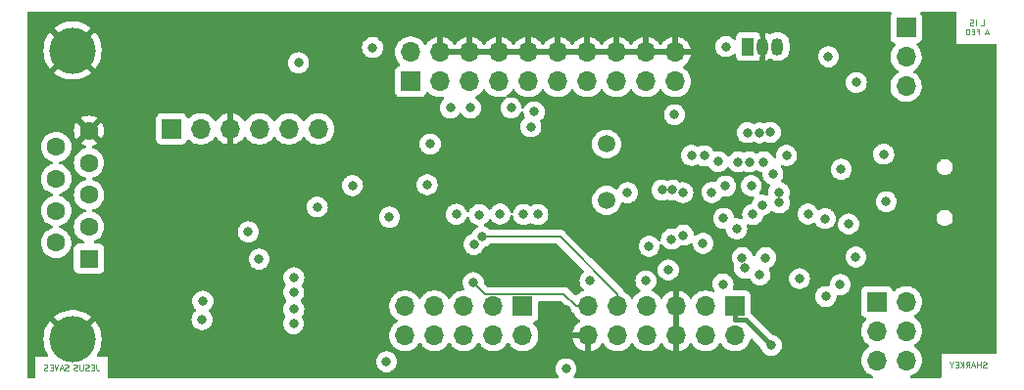
<source format=gbr>
G04 #@! TF.GenerationSoftware,KiCad,Pcbnew,6.99.0-unknown-1140fd0fb0~148~ubuntu20.04.1*
G04 #@! TF.CreationDate,2022-07-29T19:56:23-04:00*
G04 #@! TF.ProjectId,bug-o-matic,6275672d-6f2d-46d6-9174-69632e6b6963,rev?*
G04 #@! TF.SameCoordinates,Original*
G04 #@! TF.FileFunction,Copper,L4,Bot*
G04 #@! TF.FilePolarity,Positive*
%FSLAX46Y46*%
G04 Gerber Fmt 4.6, Leading zero omitted, Abs format (unit mm)*
G04 Created by KiCad (PCBNEW 6.99.0-unknown-1140fd0fb0~148~ubuntu20.04.1) date 2022-07-29 19:56:23*
%MOMM*%
%LPD*%
G01*
G04 APERTURE LIST*
%ADD10C,0.125000*%
G04 #@! TA.AperFunction,NonConductor*
%ADD11C,0.125000*%
G04 #@! TD*
G04 #@! TA.AperFunction,ComponentPad*
%ADD12C,1.500000*%
G04 #@! TD*
G04 #@! TA.AperFunction,ComponentPad*
%ADD13R,1.700000X1.700000*%
G04 #@! TD*
G04 #@! TA.AperFunction,ComponentPad*
%ADD14O,1.700000X1.700000*%
G04 #@! TD*
G04 #@! TA.AperFunction,ComponentPad*
%ADD15R,1.050000X1.500000*%
G04 #@! TD*
G04 #@! TA.AperFunction,ComponentPad*
%ADD16O,1.050000X1.500000*%
G04 #@! TD*
G04 #@! TA.AperFunction,ComponentPad*
%ADD17C,4.000000*%
G04 #@! TD*
G04 #@! TA.AperFunction,ComponentPad*
%ADD18R,1.600000X1.600000*%
G04 #@! TD*
G04 #@! TA.AperFunction,ComponentPad*
%ADD19C,1.600000*%
G04 #@! TD*
G04 #@! TA.AperFunction,ViaPad*
%ADD20C,0.800000*%
G04 #@! TD*
G04 #@! TA.AperFunction,Conductor*
%ADD21C,0.200000*%
G04 #@! TD*
G04 #@! TA.AperFunction,Conductor*
%ADD22C,0.450000*%
G04 #@! TD*
G04 APERTURE END LIST*
D10*
D11*
X125173808Y-96933690D02*
X125173808Y-97290833D01*
X125173808Y-97290833D02*
X125197617Y-97362261D01*
X125197617Y-97362261D02*
X125245236Y-97409880D01*
X125245236Y-97409880D02*
X125316665Y-97433690D01*
X125316665Y-97433690D02*
X125364284Y-97433690D01*
X124935713Y-97171785D02*
X124769046Y-97171785D01*
X124697618Y-97433690D02*
X124935713Y-97433690D01*
X124935713Y-97433690D02*
X124935713Y-96933690D01*
X124935713Y-96933690D02*
X124697618Y-96933690D01*
X124507141Y-97409880D02*
X124435713Y-97433690D01*
X124435713Y-97433690D02*
X124316665Y-97433690D01*
X124316665Y-97433690D02*
X124269046Y-97409880D01*
X124269046Y-97409880D02*
X124245237Y-97386071D01*
X124245237Y-97386071D02*
X124221427Y-97338452D01*
X124221427Y-97338452D02*
X124221427Y-97290833D01*
X124221427Y-97290833D02*
X124245237Y-97243214D01*
X124245237Y-97243214D02*
X124269046Y-97219404D01*
X124269046Y-97219404D02*
X124316665Y-97195595D01*
X124316665Y-97195595D02*
X124411903Y-97171785D01*
X124411903Y-97171785D02*
X124459522Y-97147976D01*
X124459522Y-97147976D02*
X124483332Y-97124166D01*
X124483332Y-97124166D02*
X124507141Y-97076547D01*
X124507141Y-97076547D02*
X124507141Y-97028928D01*
X124507141Y-97028928D02*
X124483332Y-96981309D01*
X124483332Y-96981309D02*
X124459522Y-96957500D01*
X124459522Y-96957500D02*
X124411903Y-96933690D01*
X124411903Y-96933690D02*
X124292856Y-96933690D01*
X124292856Y-96933690D02*
X124221427Y-96957500D01*
X124007142Y-96933690D02*
X124007142Y-97338452D01*
X124007142Y-97338452D02*
X123983332Y-97386071D01*
X123983332Y-97386071D02*
X123959523Y-97409880D01*
X123959523Y-97409880D02*
X123911904Y-97433690D01*
X123911904Y-97433690D02*
X123816666Y-97433690D01*
X123816666Y-97433690D02*
X123769047Y-97409880D01*
X123769047Y-97409880D02*
X123745237Y-97386071D01*
X123745237Y-97386071D02*
X123721428Y-97338452D01*
X123721428Y-97338452D02*
X123721428Y-96933690D01*
X123507141Y-97409880D02*
X123435713Y-97433690D01*
X123435713Y-97433690D02*
X123316665Y-97433690D01*
X123316665Y-97433690D02*
X123269046Y-97409880D01*
X123269046Y-97409880D02*
X123245237Y-97386071D01*
X123245237Y-97386071D02*
X123221427Y-97338452D01*
X123221427Y-97338452D02*
X123221427Y-97290833D01*
X123221427Y-97290833D02*
X123245237Y-97243214D01*
X123245237Y-97243214D02*
X123269046Y-97219404D01*
X123269046Y-97219404D02*
X123316665Y-97195595D01*
X123316665Y-97195595D02*
X123411903Y-97171785D01*
X123411903Y-97171785D02*
X123459522Y-97147976D01*
X123459522Y-97147976D02*
X123483332Y-97124166D01*
X123483332Y-97124166D02*
X123507141Y-97076547D01*
X123507141Y-97076547D02*
X123507141Y-97028928D01*
X123507141Y-97028928D02*
X123483332Y-96981309D01*
X123483332Y-96981309D02*
X123459522Y-96957500D01*
X123459522Y-96957500D02*
X123411903Y-96933690D01*
X123411903Y-96933690D02*
X123292856Y-96933690D01*
X123292856Y-96933690D02*
X123221427Y-96957500D01*
X122730951Y-97409880D02*
X122659523Y-97433690D01*
X122659523Y-97433690D02*
X122540475Y-97433690D01*
X122540475Y-97433690D02*
X122492856Y-97409880D01*
X122492856Y-97409880D02*
X122469047Y-97386071D01*
X122469047Y-97386071D02*
X122445237Y-97338452D01*
X122445237Y-97338452D02*
X122445237Y-97290833D01*
X122445237Y-97290833D02*
X122469047Y-97243214D01*
X122469047Y-97243214D02*
X122492856Y-97219404D01*
X122492856Y-97219404D02*
X122540475Y-97195595D01*
X122540475Y-97195595D02*
X122635713Y-97171785D01*
X122635713Y-97171785D02*
X122683332Y-97147976D01*
X122683332Y-97147976D02*
X122707142Y-97124166D01*
X122707142Y-97124166D02*
X122730951Y-97076547D01*
X122730951Y-97076547D02*
X122730951Y-97028928D01*
X122730951Y-97028928D02*
X122707142Y-96981309D01*
X122707142Y-96981309D02*
X122683332Y-96957500D01*
X122683332Y-96957500D02*
X122635713Y-96933690D01*
X122635713Y-96933690D02*
X122516666Y-96933690D01*
X122516666Y-96933690D02*
X122445237Y-96957500D01*
X122254761Y-97290833D02*
X122016666Y-97290833D01*
X122302380Y-97433690D02*
X122135714Y-96933690D01*
X122135714Y-96933690D02*
X121969047Y-97433690D01*
X121873809Y-96933690D02*
X121707143Y-97433690D01*
X121707143Y-97433690D02*
X121540476Y-96933690D01*
X121373810Y-97171785D02*
X121207143Y-97171785D01*
X121135715Y-97433690D02*
X121373810Y-97433690D01*
X121373810Y-97433690D02*
X121373810Y-96933690D01*
X121373810Y-96933690D02*
X121135715Y-96933690D01*
X120945238Y-97409880D02*
X120873810Y-97433690D01*
X120873810Y-97433690D02*
X120754762Y-97433690D01*
X120754762Y-97433690D02*
X120707143Y-97409880D01*
X120707143Y-97409880D02*
X120683334Y-97386071D01*
X120683334Y-97386071D02*
X120659524Y-97338452D01*
X120659524Y-97338452D02*
X120659524Y-97290833D01*
X120659524Y-97290833D02*
X120683334Y-97243214D01*
X120683334Y-97243214D02*
X120707143Y-97219404D01*
X120707143Y-97219404D02*
X120754762Y-97195595D01*
X120754762Y-97195595D02*
X120850000Y-97171785D01*
X120850000Y-97171785D02*
X120897619Y-97147976D01*
X120897619Y-97147976D02*
X120921429Y-97124166D01*
X120921429Y-97124166D02*
X120945238Y-97076547D01*
X120945238Y-97076547D02*
X120945238Y-97028928D01*
X120945238Y-97028928D02*
X120921429Y-96981309D01*
X120921429Y-96981309D02*
X120897619Y-96957500D01*
X120897619Y-96957500D02*
X120850000Y-96933690D01*
X120850000Y-96933690D02*
X120730953Y-96933690D01*
X120730953Y-96933690D02*
X120659524Y-96957500D01*
D10*
D11*
X201602380Y-67528690D02*
X201840475Y-67528690D01*
X201840475Y-67528690D02*
X201840475Y-67028690D01*
X201135713Y-67528690D02*
X201135713Y-67028690D01*
X200921427Y-67504880D02*
X200849999Y-67528690D01*
X200849999Y-67528690D02*
X200730951Y-67528690D01*
X200730951Y-67528690D02*
X200683332Y-67504880D01*
X200683332Y-67504880D02*
X200659523Y-67481071D01*
X200659523Y-67481071D02*
X200635713Y-67433452D01*
X200635713Y-67433452D02*
X200635713Y-67385833D01*
X200635713Y-67385833D02*
X200659523Y-67338214D01*
X200659523Y-67338214D02*
X200683332Y-67314404D01*
X200683332Y-67314404D02*
X200730951Y-67290595D01*
X200730951Y-67290595D02*
X200826189Y-67266785D01*
X200826189Y-67266785D02*
X200873808Y-67242976D01*
X200873808Y-67242976D02*
X200897618Y-67219166D01*
X200897618Y-67219166D02*
X200921427Y-67171547D01*
X200921427Y-67171547D02*
X200921427Y-67123928D01*
X200921427Y-67123928D02*
X200897618Y-67076309D01*
X200897618Y-67076309D02*
X200873808Y-67052500D01*
X200873808Y-67052500D02*
X200826189Y-67028690D01*
X200826189Y-67028690D02*
X200707142Y-67028690D01*
X200707142Y-67028690D02*
X200635713Y-67052500D01*
X202209522Y-68195833D02*
X201971427Y-68195833D01*
X202257141Y-68338690D02*
X202090475Y-67838690D01*
X202090475Y-67838690D02*
X201923808Y-68338690D01*
X201290475Y-68076785D02*
X201457142Y-68076785D01*
X201457142Y-68338690D02*
X201457142Y-67838690D01*
X201457142Y-67838690D02*
X201219047Y-67838690D01*
X201028571Y-68076785D02*
X200861904Y-68076785D01*
X200790476Y-68338690D02*
X201028571Y-68338690D01*
X201028571Y-68338690D02*
X201028571Y-67838690D01*
X201028571Y-67838690D02*
X200790476Y-67838690D01*
X200576190Y-68338690D02*
X200576190Y-67838690D01*
X200576190Y-67838690D02*
X200457142Y-67838690D01*
X200457142Y-67838690D02*
X200385714Y-67862500D01*
X200385714Y-67862500D02*
X200338095Y-67910119D01*
X200338095Y-67910119D02*
X200314285Y-67957738D01*
X200314285Y-67957738D02*
X200290476Y-68052976D01*
X200290476Y-68052976D02*
X200290476Y-68124404D01*
X200290476Y-68124404D02*
X200314285Y-68219642D01*
X200314285Y-68219642D02*
X200338095Y-68267261D01*
X200338095Y-68267261D02*
X200385714Y-68314880D01*
X200385714Y-68314880D02*
X200457142Y-68338690D01*
X200457142Y-68338690D02*
X200576190Y-68338690D01*
D10*
D11*
X202059522Y-97159880D02*
X201988094Y-97183690D01*
X201988094Y-97183690D02*
X201869046Y-97183690D01*
X201869046Y-97183690D02*
X201821427Y-97159880D01*
X201821427Y-97159880D02*
X201797618Y-97136071D01*
X201797618Y-97136071D02*
X201773808Y-97088452D01*
X201773808Y-97088452D02*
X201773808Y-97040833D01*
X201773808Y-97040833D02*
X201797618Y-96993214D01*
X201797618Y-96993214D02*
X201821427Y-96969404D01*
X201821427Y-96969404D02*
X201869046Y-96945595D01*
X201869046Y-96945595D02*
X201964284Y-96921785D01*
X201964284Y-96921785D02*
X202011903Y-96897976D01*
X202011903Y-96897976D02*
X202035713Y-96874166D01*
X202035713Y-96874166D02*
X202059522Y-96826547D01*
X202059522Y-96826547D02*
X202059522Y-96778928D01*
X202059522Y-96778928D02*
X202035713Y-96731309D01*
X202035713Y-96731309D02*
X202011903Y-96707500D01*
X202011903Y-96707500D02*
X201964284Y-96683690D01*
X201964284Y-96683690D02*
X201845237Y-96683690D01*
X201845237Y-96683690D02*
X201773808Y-96707500D01*
X201559523Y-97183690D02*
X201559523Y-96683690D01*
X201559523Y-96921785D02*
X201273809Y-96921785D01*
X201273809Y-97183690D02*
X201273809Y-96683690D01*
X201059522Y-97040833D02*
X200821427Y-97040833D01*
X201107141Y-97183690D02*
X200940475Y-96683690D01*
X200940475Y-96683690D02*
X200773808Y-97183690D01*
X200321428Y-97183690D02*
X200488094Y-96945595D01*
X200607142Y-97183690D02*
X200607142Y-96683690D01*
X200607142Y-96683690D02*
X200416666Y-96683690D01*
X200416666Y-96683690D02*
X200369047Y-96707500D01*
X200369047Y-96707500D02*
X200345237Y-96731309D01*
X200345237Y-96731309D02*
X200321428Y-96778928D01*
X200321428Y-96778928D02*
X200321428Y-96850357D01*
X200321428Y-96850357D02*
X200345237Y-96897976D01*
X200345237Y-96897976D02*
X200369047Y-96921785D01*
X200369047Y-96921785D02*
X200416666Y-96945595D01*
X200416666Y-96945595D02*
X200607142Y-96945595D01*
X200107142Y-97183690D02*
X200107142Y-96683690D01*
X199821428Y-97183690D02*
X200035713Y-96897976D01*
X199821428Y-96683690D02*
X200107142Y-96969404D01*
X199607142Y-96921785D02*
X199440475Y-96921785D01*
X199369047Y-97183690D02*
X199607142Y-97183690D01*
X199607142Y-97183690D02*
X199607142Y-96683690D01*
X199607142Y-96683690D02*
X199369047Y-96683690D01*
X199059523Y-96945595D02*
X199059523Y-97183690D01*
X199226189Y-96683690D02*
X199059523Y-96945595D01*
X199059523Y-96945595D02*
X198892856Y-96683690D01*
D12*
X169250000Y-82700000D03*
X169250000Y-77820000D03*
D13*
X131649999Y-76499999D03*
D14*
X134189999Y-76499999D03*
X136729999Y-76499999D03*
X139269999Y-76499999D03*
X141809999Y-76499999D03*
X144349999Y-76499999D03*
D15*
X181479999Y-69359999D03*
D16*
X182749999Y-69359999D03*
X184019999Y-69359999D03*
D13*
X192599999Y-91474999D03*
D14*
X195139999Y-91474999D03*
X192599999Y-94014999D03*
X195139999Y-94014999D03*
X192599999Y-96554999D03*
X195139999Y-96554999D03*
D13*
X195124999Y-67724999D03*
D14*
X195124999Y-70264999D03*
X195124999Y-72804999D03*
D13*
X152324999Y-72399999D03*
D14*
X152324999Y-69859999D03*
X154864999Y-72399999D03*
X154864999Y-69859999D03*
X157404999Y-72399999D03*
X157404999Y-69859999D03*
X159944999Y-72399999D03*
X159944999Y-69859999D03*
X162484999Y-72399999D03*
X162484999Y-69859999D03*
X165024999Y-72399999D03*
X165024999Y-69859999D03*
X167564999Y-72399999D03*
X167564999Y-69859999D03*
X170104999Y-72399999D03*
X170104999Y-69859999D03*
X172644999Y-72399999D03*
X172644999Y-69859999D03*
X175184999Y-72399999D03*
X175184999Y-69859999D03*
X151839999Y-94389999D03*
X151839999Y-91849999D03*
X154379999Y-94389999D03*
X154379999Y-91849999D03*
X156919999Y-94389999D03*
X156919999Y-91849999D03*
X159459999Y-94389999D03*
X159459999Y-91849999D03*
X161999999Y-94389999D03*
D13*
X161999999Y-91849999D03*
X180349999Y-91849999D03*
D14*
X180349999Y-94389999D03*
X177809999Y-91849999D03*
X177809999Y-94389999D03*
X175269999Y-91849999D03*
X175269999Y-94389999D03*
X172729999Y-91849999D03*
X172729999Y-94389999D03*
X170189999Y-91849999D03*
X170189999Y-94389999D03*
X167649999Y-91849999D03*
X167649999Y-94389999D03*
D17*
X123110300Y-69710000D03*
X123110300Y-94710000D03*
D18*
X124530299Y-87749999D03*
D19*
X124530300Y-84980000D03*
X124530300Y-82210000D03*
X124530300Y-79440000D03*
X124530300Y-76670000D03*
X121690300Y-86365000D03*
X121690300Y-83595000D03*
X121690300Y-80825000D03*
X121690300Y-78055000D03*
D20*
X161255100Y-89417400D03*
X143225900Y-85334300D03*
X183462700Y-85150100D03*
X131022200Y-93191000D03*
X185175500Y-93237500D03*
X186713400Y-86188400D03*
X152750000Y-82433100D03*
X164648700Y-81724500D03*
X139275000Y-80238000D03*
X187133700Y-79785400D03*
X185652000Y-68542500D03*
X165738700Y-92163700D03*
X152106700Y-87088700D03*
X145212100Y-68953200D03*
X160250000Y-82427700D03*
X137352400Y-70469800D03*
X156500000Y-82428500D03*
X190787100Y-87597100D03*
X189519000Y-79995000D03*
X190160700Y-84737500D03*
X184802100Y-78790300D03*
X144250000Y-83267100D03*
X162077400Y-83909600D03*
X149030900Y-69455900D03*
X150493200Y-84148300D03*
X185915900Y-89471300D03*
X176592100Y-78790300D03*
X171060100Y-82024700D03*
X175119800Y-75266700D03*
X179572300Y-69376500D03*
X189435400Y-89988400D03*
X188195800Y-91029500D03*
X155750200Y-74674800D03*
X157500200Y-74674800D03*
X161002900Y-74672100D03*
X162999100Y-75030300D03*
X178342300Y-82000000D03*
X177686800Y-78829000D03*
X175847000Y-82018200D03*
X147301300Y-81412400D03*
X142636200Y-70775000D03*
X181409700Y-76831600D03*
X154009600Y-77809100D03*
X153750000Y-81337900D03*
X186653300Y-83870500D03*
X181874400Y-83916200D03*
X158256500Y-83931500D03*
X179360500Y-84254600D03*
X156272300Y-83897300D03*
X160042000Y-83871100D03*
X182684500Y-83107300D03*
X182452500Y-76847100D03*
X162704000Y-76305900D03*
X163305200Y-83907900D03*
X181753500Y-81425300D03*
X157780900Y-86507400D03*
X184152900Y-81999200D03*
X172648200Y-89660200D03*
X179304100Y-89945900D03*
X138285900Y-85415900D03*
X139223400Y-87780600D03*
X134293400Y-93014900D03*
X134364100Y-91423700D03*
X178886800Y-79328600D03*
X174587300Y-88717100D03*
X179519900Y-81459200D03*
X181167900Y-88561900D03*
X180973400Y-87654000D03*
X184165000Y-82899600D03*
X188134700Y-84282500D03*
X180500000Y-85167300D03*
X181582200Y-79356000D03*
X190825000Y-72478700D03*
X180626300Y-79356500D03*
X188419600Y-70255400D03*
X182500000Y-89146100D03*
X183000000Y-87663400D03*
X183402300Y-76798700D03*
X183618500Y-80409100D03*
X182837600Y-79354000D03*
X167831100Y-89656100D03*
X158500000Y-85845300D03*
X157739700Y-89814700D03*
X172927600Y-86667700D03*
X142210000Y-93368000D03*
X142217300Y-92129900D03*
X174852600Y-86056200D03*
X142215800Y-90655000D03*
X175877300Y-85705700D03*
X142228100Y-89385000D03*
X177584300Y-86412500D03*
X183475000Y-95249500D03*
X193200000Y-78694100D03*
X193411100Y-82800000D03*
X174036200Y-81799300D03*
X150238000Y-96665000D03*
X174937600Y-81802400D03*
X165747800Y-97285300D03*
D21*
X170190000Y-91850000D02*
X170190000Y-90799700D01*
X165235600Y-85845300D02*
X158500000Y-85845300D01*
X170190000Y-90799700D02*
X165235600Y-85845300D01*
X158724700Y-90799700D02*
X157739700Y-89814700D01*
X165549400Y-90799700D02*
X158724700Y-90799700D01*
X166599700Y-91850000D02*
X165549400Y-90799700D01*
X167650000Y-91850000D02*
X166599700Y-91850000D01*
D22*
X181250800Y-93025300D02*
X183475000Y-95249500D01*
X180350000Y-93025300D02*
X181250800Y-93025300D01*
X180350000Y-91850000D02*
X180350000Y-93025300D01*
G04 #@! TA.AperFunction,Conductor*
G36*
X193841360Y-66380502D02*
G01*
X193887853Y-66434158D01*
X193897957Y-66504432D01*
X193874107Y-66562009D01*
X193824111Y-66628796D01*
X193773011Y-66765799D01*
X193766500Y-66826362D01*
X193766500Y-68623638D01*
X193773011Y-68684201D01*
X193824111Y-68821204D01*
X193829510Y-68828416D01*
X193829511Y-68828418D01*
X193889012Y-68907901D01*
X193911739Y-68938261D01*
X193918950Y-68943659D01*
X194019862Y-69019201D01*
X194028796Y-69025889D01*
X194143808Y-69068787D01*
X194200642Y-69111333D01*
X194225453Y-69177853D01*
X194210361Y-69247227D01*
X194192475Y-69272180D01*
X194052806Y-69423899D01*
X194052803Y-69423903D01*
X194049278Y-69427732D01*
X194046427Y-69432096D01*
X193932810Y-69606000D01*
X193926140Y-69616209D01*
X193924048Y-69620978D01*
X193924046Y-69620982D01*
X193871064Y-69741771D01*
X193835704Y-69822384D01*
X193834422Y-69827445D01*
X193834422Y-69827446D01*
X193791295Y-69997752D01*
X193780436Y-70040632D01*
X193780006Y-70045823D01*
X193780005Y-70045828D01*
X193765027Y-70226590D01*
X193761844Y-70265000D01*
X193762274Y-70270189D01*
X193779549Y-70478659D01*
X193780436Y-70489368D01*
X193781717Y-70494426D01*
X193781717Y-70494427D01*
X193833084Y-70697268D01*
X193835704Y-70707616D01*
X193837800Y-70712394D01*
X193905062Y-70865737D01*
X193926140Y-70913791D01*
X193928990Y-70918153D01*
X193928992Y-70918157D01*
X193959549Y-70964928D01*
X194049278Y-71102268D01*
X194052803Y-71106097D01*
X194052806Y-71106101D01*
X194130516Y-71190515D01*
X194201760Y-71267906D01*
X194205879Y-71271112D01*
X194372669Y-71400931D01*
X194379424Y-71406189D01*
X194384005Y-71408668D01*
X194412680Y-71424186D01*
X194463071Y-71474199D01*
X194478423Y-71543516D01*
X194453863Y-71610129D01*
X194412681Y-71645813D01*
X194379424Y-71663811D01*
X194375313Y-71667010D01*
X194375311Y-71667012D01*
X194354128Y-71683500D01*
X194201760Y-71802094D01*
X194198228Y-71805931D01*
X194052806Y-71963899D01*
X194052803Y-71963903D01*
X194049278Y-71967732D01*
X194046427Y-71972096D01*
X193954090Y-72113429D01*
X193926140Y-72156209D01*
X193924048Y-72160978D01*
X193924046Y-72160982D01*
X193916167Y-72178945D01*
X193835704Y-72362384D01*
X193780436Y-72580632D01*
X193780006Y-72585823D01*
X193780005Y-72585828D01*
X193773688Y-72662065D01*
X193761844Y-72805000D01*
X193762274Y-72810189D01*
X193779299Y-73015644D01*
X193780436Y-73029368D01*
X193781717Y-73034426D01*
X193781717Y-73034427D01*
X193833084Y-73237268D01*
X193835704Y-73247616D01*
X193926140Y-73453791D01*
X193928990Y-73458153D01*
X193928992Y-73458157D01*
X194000589Y-73567744D01*
X194049278Y-73642268D01*
X194052803Y-73646097D01*
X194052806Y-73646101D01*
X194120607Y-73719751D01*
X194201760Y-73807906D01*
X194205879Y-73811112D01*
X194359563Y-73930730D01*
X194379424Y-73946189D01*
X194384005Y-73948668D01*
X194475431Y-73998145D01*
X194577426Y-74053342D01*
X194790365Y-74126444D01*
X194795499Y-74127301D01*
X194795504Y-74127302D01*
X195007294Y-74162643D01*
X195007296Y-74162643D01*
X195012431Y-74163500D01*
X195237569Y-74163500D01*
X195242704Y-74162643D01*
X195242706Y-74162643D01*
X195454496Y-74127302D01*
X195454501Y-74127301D01*
X195459635Y-74126444D01*
X195672574Y-74053342D01*
X195774570Y-73998145D01*
X195865995Y-73948668D01*
X195870576Y-73946189D01*
X195890438Y-73930730D01*
X196044121Y-73811112D01*
X196048240Y-73807906D01*
X196129393Y-73719751D01*
X196197194Y-73646101D01*
X196197197Y-73646097D01*
X196200722Y-73642268D01*
X196249411Y-73567744D01*
X196321008Y-73458157D01*
X196321010Y-73458153D01*
X196323860Y-73453791D01*
X196414296Y-73247616D01*
X196416917Y-73237268D01*
X196468283Y-73034427D01*
X196468283Y-73034426D01*
X196469564Y-73029368D01*
X196470702Y-73015644D01*
X196487726Y-72810189D01*
X196488156Y-72805000D01*
X196476312Y-72662065D01*
X196469995Y-72585828D01*
X196469994Y-72585823D01*
X196469564Y-72580632D01*
X196414296Y-72362384D01*
X196333833Y-72178945D01*
X196325954Y-72160982D01*
X196325952Y-72160978D01*
X196323860Y-72156209D01*
X196295911Y-72113429D01*
X196203573Y-71972096D01*
X196200722Y-71967732D01*
X196197197Y-71963903D01*
X196197194Y-71963899D01*
X196051772Y-71805931D01*
X196048240Y-71802094D01*
X195895872Y-71683500D01*
X195874689Y-71667012D01*
X195874687Y-71667010D01*
X195870576Y-71663811D01*
X195837320Y-71645814D01*
X195786929Y-71595801D01*
X195771577Y-71526484D01*
X195796137Y-71459871D01*
X195837320Y-71424186D01*
X195865995Y-71408668D01*
X195870576Y-71406189D01*
X195877332Y-71400931D01*
X196044121Y-71271112D01*
X196048240Y-71267906D01*
X196119484Y-71190515D01*
X196197194Y-71106101D01*
X196197197Y-71106097D01*
X196200722Y-71102268D01*
X196290451Y-70964928D01*
X196321008Y-70918157D01*
X196321010Y-70918153D01*
X196323860Y-70913791D01*
X196344939Y-70865737D01*
X196412200Y-70712394D01*
X196414296Y-70707616D01*
X196416917Y-70697268D01*
X196468283Y-70494427D01*
X196468283Y-70494426D01*
X196469564Y-70489368D01*
X196470452Y-70478659D01*
X196487726Y-70270189D01*
X196488156Y-70265000D01*
X196484973Y-70226590D01*
X196469995Y-70045828D01*
X196469994Y-70045823D01*
X196469564Y-70040632D01*
X196458705Y-69997752D01*
X196415578Y-69827446D01*
X196415578Y-69827445D01*
X196414296Y-69822384D01*
X196378936Y-69741771D01*
X196325954Y-69620982D01*
X196325952Y-69620978D01*
X196323860Y-69616209D01*
X196317191Y-69606000D01*
X196203573Y-69432096D01*
X196200722Y-69427732D01*
X196197197Y-69423903D01*
X196197194Y-69423899D01*
X196057525Y-69272180D01*
X196026104Y-69208515D01*
X196034091Y-69137969D01*
X196078949Y-69082940D01*
X196106191Y-69068787D01*
X196221204Y-69025889D01*
X196230139Y-69019201D01*
X196331050Y-68943659D01*
X196338261Y-68938261D01*
X196360988Y-68907901D01*
X196420489Y-68828418D01*
X196420490Y-68828416D01*
X196425889Y-68821204D01*
X196476989Y-68684201D01*
X196483500Y-68623638D01*
X196483500Y-66826362D01*
X196476989Y-66765799D01*
X196425889Y-66628796D01*
X196375893Y-66562009D01*
X196351082Y-66495489D01*
X196366174Y-66426114D01*
X196416376Y-66375912D01*
X196476761Y-66360500D01*
X199391989Y-66360500D01*
X199460110Y-66380502D01*
X199506603Y-66434158D01*
X199517989Y-66486500D01*
X199517989Y-69132250D01*
X202846040Y-69132250D01*
X202914161Y-69152252D01*
X202960654Y-69205908D01*
X202972040Y-69258250D01*
X202972040Y-95899802D01*
X202952038Y-95967923D01*
X202898382Y-96014416D01*
X202832012Y-96023959D01*
X202832012Y-96022750D01*
X198167989Y-96022750D01*
X198167989Y-97963500D01*
X198147987Y-98031621D01*
X198094331Y-98078114D01*
X198041989Y-98089500D01*
X195609101Y-98089500D01*
X195540980Y-98069498D01*
X195494487Y-98015842D01*
X195484383Y-97945568D01*
X195513877Y-97880988D01*
X195568189Y-97844327D01*
X195682642Y-97805035D01*
X195687574Y-97803342D01*
X195885576Y-97696189D01*
X195936111Y-97656856D01*
X196059121Y-97561112D01*
X196063240Y-97557906D01*
X196154472Y-97458803D01*
X196212194Y-97396101D01*
X196212197Y-97396097D01*
X196215722Y-97392268D01*
X196250553Y-97338955D01*
X196336008Y-97208157D01*
X196336010Y-97208153D01*
X196338860Y-97203791D01*
X196342179Y-97196226D01*
X196427200Y-97002394D01*
X196429296Y-96997616D01*
X196484564Y-96779368D01*
X196487541Y-96743448D01*
X196502726Y-96560189D01*
X196503156Y-96555000D01*
X196496013Y-96468794D01*
X196484995Y-96335828D01*
X196484994Y-96335823D01*
X196484564Y-96330632D01*
X196474494Y-96290865D01*
X196430578Y-96117446D01*
X196430578Y-96117445D01*
X196429296Y-96112384D01*
X196348579Y-95928366D01*
X196340954Y-95910982D01*
X196340952Y-95910978D01*
X196338860Y-95906209D01*
X196334675Y-95899802D01*
X196218573Y-95722096D01*
X196215722Y-95717732D01*
X196212197Y-95713903D01*
X196212194Y-95713899D01*
X196066772Y-95555931D01*
X196063240Y-95552094D01*
X195926557Y-95445708D01*
X195889689Y-95417012D01*
X195889687Y-95417010D01*
X195885576Y-95413811D01*
X195852320Y-95395814D01*
X195801929Y-95345801D01*
X195786577Y-95276484D01*
X195811137Y-95209871D01*
X195852320Y-95174186D01*
X195880995Y-95158668D01*
X195885576Y-95156189D01*
X196002460Y-95065214D01*
X196059121Y-95021112D01*
X196063240Y-95017906D01*
X196186300Y-94884229D01*
X196212194Y-94856101D01*
X196212197Y-94856097D01*
X196215722Y-94852268D01*
X196304517Y-94716357D01*
X196336008Y-94668157D01*
X196336010Y-94668153D01*
X196338860Y-94663791D01*
X196344844Y-94650150D01*
X196427200Y-94462394D01*
X196429296Y-94457616D01*
X196457665Y-94345592D01*
X196483283Y-94244427D01*
X196483283Y-94244426D01*
X196484564Y-94239368D01*
X196490244Y-94170828D01*
X196502726Y-94020189D01*
X196503156Y-94015000D01*
X196494443Y-93909852D01*
X196484995Y-93795828D01*
X196484994Y-93795823D01*
X196484564Y-93790632D01*
X196465242Y-93714330D01*
X196430578Y-93577446D01*
X196430578Y-93577445D01*
X196429296Y-93572384D01*
X196352445Y-93397180D01*
X196340954Y-93370982D01*
X196340952Y-93370978D01*
X196338860Y-93366209D01*
X196334629Y-93359732D01*
X196226902Y-93194844D01*
X196215722Y-93177732D01*
X196212197Y-93173903D01*
X196212194Y-93173899D01*
X196093150Y-93044585D01*
X196063240Y-93012094D01*
X196059121Y-93008888D01*
X195889689Y-92877012D01*
X195889687Y-92877010D01*
X195885576Y-92873811D01*
X195852320Y-92855814D01*
X195801929Y-92805801D01*
X195786577Y-92736484D01*
X195811137Y-92669871D01*
X195852320Y-92634186D01*
X195880995Y-92618668D01*
X195885576Y-92616189D01*
X195923939Y-92586330D01*
X196059121Y-92481112D01*
X196063240Y-92477906D01*
X196110685Y-92426367D01*
X196212194Y-92316101D01*
X196212197Y-92316097D01*
X196215722Y-92312268D01*
X196315686Y-92159262D01*
X196336008Y-92128157D01*
X196336010Y-92128153D01*
X196338860Y-92123791D01*
X196347962Y-92103042D01*
X196420355Y-91938000D01*
X196429296Y-91917616D01*
X196461874Y-91788971D01*
X196483283Y-91704427D01*
X196483283Y-91704426D01*
X196484564Y-91699368D01*
X196490244Y-91630828D01*
X196502726Y-91480189D01*
X196503156Y-91475000D01*
X196496323Y-91392538D01*
X196484995Y-91255828D01*
X196484994Y-91255823D01*
X196484564Y-91250632D01*
X196483283Y-91245573D01*
X196430578Y-91037446D01*
X196430578Y-91037445D01*
X196429296Y-91032384D01*
X196369266Y-90895528D01*
X196340954Y-90830982D01*
X196340952Y-90830978D01*
X196338860Y-90826209D01*
X196321501Y-90799638D01*
X196225188Y-90652221D01*
X196215722Y-90637732D01*
X196212197Y-90633903D01*
X196212194Y-90633899D01*
X196088213Y-90499222D01*
X196063240Y-90472094D01*
X196020191Y-90438587D01*
X195889689Y-90337012D01*
X195889687Y-90337010D01*
X195885576Y-90333811D01*
X195792506Y-90283444D01*
X195692159Y-90229139D01*
X195692156Y-90229138D01*
X195687574Y-90226658D01*
X195474635Y-90153556D01*
X195469501Y-90152699D01*
X195469496Y-90152698D01*
X195257706Y-90117357D01*
X195257704Y-90117357D01*
X195252569Y-90116500D01*
X195027431Y-90116500D01*
X195022296Y-90117357D01*
X195022294Y-90117357D01*
X194810504Y-90152698D01*
X194810499Y-90152699D01*
X194805365Y-90153556D01*
X194592426Y-90226658D01*
X194587844Y-90229138D01*
X194587841Y-90229139D01*
X194487494Y-90283444D01*
X194394424Y-90333811D01*
X194390313Y-90337010D01*
X194390311Y-90337012D01*
X194259809Y-90438587D01*
X194216760Y-90472094D01*
X194198895Y-90491500D01*
X194155755Y-90538362D01*
X194094901Y-90574933D01*
X194023937Y-90572798D01*
X193965392Y-90532636D01*
X193944998Y-90497056D01*
X193940976Y-90486271D01*
X193900889Y-90378796D01*
X193883484Y-90355545D01*
X193818659Y-90268950D01*
X193813261Y-90261739D01*
X193746000Y-90211388D01*
X193703418Y-90179511D01*
X193703416Y-90179510D01*
X193696204Y-90174111D01*
X193559201Y-90123011D01*
X193522295Y-90119043D01*
X193501988Y-90116860D01*
X193501985Y-90116860D01*
X193498638Y-90116500D01*
X191701362Y-90116500D01*
X191698015Y-90116860D01*
X191698012Y-90116860D01*
X191677705Y-90119043D01*
X191640799Y-90123011D01*
X191503796Y-90174111D01*
X191496584Y-90179510D01*
X191496582Y-90179511D01*
X191454000Y-90211388D01*
X191386739Y-90261739D01*
X191381341Y-90268950D01*
X191316517Y-90355545D01*
X191299111Y-90378796D01*
X191248011Y-90515799D01*
X191241500Y-90576362D01*
X191241500Y-92373638D01*
X191248011Y-92434201D01*
X191299111Y-92571204D01*
X191386739Y-92688261D01*
X191393950Y-92693659D01*
X191491465Y-92766658D01*
X191503796Y-92775889D01*
X191618808Y-92818787D01*
X191675642Y-92861333D01*
X191700453Y-92927853D01*
X191685361Y-92997227D01*
X191667475Y-93022180D01*
X191527806Y-93173899D01*
X191527803Y-93173903D01*
X191524278Y-93177732D01*
X191513098Y-93194844D01*
X191405372Y-93359732D01*
X191401140Y-93366209D01*
X191399048Y-93370978D01*
X191399046Y-93370982D01*
X191387555Y-93397180D01*
X191310704Y-93572384D01*
X191309422Y-93577445D01*
X191309422Y-93577446D01*
X191274758Y-93714330D01*
X191255436Y-93790632D01*
X191255006Y-93795823D01*
X191255005Y-93795828D01*
X191245557Y-93909852D01*
X191236844Y-94015000D01*
X191237274Y-94020189D01*
X191249757Y-94170828D01*
X191255436Y-94239368D01*
X191256717Y-94244426D01*
X191256717Y-94244427D01*
X191282336Y-94345592D01*
X191310704Y-94457616D01*
X191312800Y-94462394D01*
X191395157Y-94650150D01*
X191401140Y-94663791D01*
X191403990Y-94668153D01*
X191403992Y-94668157D01*
X191435483Y-94716357D01*
X191524278Y-94852268D01*
X191527803Y-94856097D01*
X191527806Y-94856101D01*
X191553700Y-94884229D01*
X191676760Y-95017906D01*
X191680879Y-95021112D01*
X191737541Y-95065214D01*
X191854424Y-95156189D01*
X191859005Y-95158668D01*
X191887680Y-95174186D01*
X191938071Y-95224199D01*
X191953423Y-95293516D01*
X191928863Y-95360129D01*
X191887681Y-95395813D01*
X191854424Y-95413811D01*
X191850313Y-95417010D01*
X191850311Y-95417012D01*
X191813443Y-95445708D01*
X191676760Y-95552094D01*
X191673228Y-95555931D01*
X191527806Y-95713899D01*
X191527803Y-95713903D01*
X191524278Y-95717732D01*
X191521427Y-95722096D01*
X191405326Y-95899802D01*
X191401140Y-95906209D01*
X191399048Y-95910978D01*
X191399046Y-95910982D01*
X191391421Y-95928366D01*
X191310704Y-96112384D01*
X191309422Y-96117445D01*
X191309422Y-96117446D01*
X191265506Y-96290865D01*
X191255436Y-96330632D01*
X191255006Y-96335823D01*
X191255005Y-96335828D01*
X191243987Y-96468794D01*
X191236844Y-96555000D01*
X191237274Y-96560189D01*
X191252460Y-96743448D01*
X191255436Y-96779368D01*
X191310704Y-96997616D01*
X191312800Y-97002394D01*
X191397822Y-97196226D01*
X191401140Y-97203791D01*
X191403990Y-97208153D01*
X191403992Y-97208157D01*
X191489447Y-97338955D01*
X191524278Y-97392268D01*
X191527803Y-97396097D01*
X191527806Y-97396101D01*
X191585528Y-97458803D01*
X191676760Y-97557906D01*
X191680879Y-97561112D01*
X191803890Y-97656856D01*
X191854424Y-97696189D01*
X192052426Y-97803342D01*
X192057358Y-97805035D01*
X192171811Y-97844327D01*
X192229746Y-97885364D01*
X192256298Y-97951209D01*
X192243037Y-98020956D01*
X192194172Y-98072461D01*
X192130899Y-98089500D01*
X166529202Y-98089500D01*
X166461081Y-98069498D01*
X166414588Y-98015842D01*
X166404484Y-97945568D01*
X166435564Y-97879192D01*
X166486840Y-97822244D01*
X166582327Y-97656856D01*
X166641342Y-97475228D01*
X166643069Y-97458803D01*
X166660614Y-97291865D01*
X166661304Y-97285300D01*
X166641342Y-97095372D01*
X166582327Y-96913744D01*
X166548370Y-96854928D01*
X166544580Y-96848365D01*
X166486840Y-96748356D01*
X166359053Y-96606434D01*
X166204552Y-96494182D01*
X166198524Y-96491498D01*
X166198522Y-96491497D01*
X166036119Y-96419191D01*
X166036118Y-96419191D01*
X166030088Y-96416506D01*
X165936687Y-96396653D01*
X165849744Y-96378172D01*
X165849739Y-96378172D01*
X165843287Y-96376800D01*
X165652313Y-96376800D01*
X165645861Y-96378172D01*
X165645856Y-96378172D01*
X165558912Y-96396653D01*
X165465512Y-96416506D01*
X165459482Y-96419191D01*
X165459481Y-96419191D01*
X165297078Y-96491497D01*
X165297076Y-96491498D01*
X165291048Y-96494182D01*
X165136547Y-96606434D01*
X165008760Y-96748356D01*
X164951020Y-96848365D01*
X164947231Y-96854928D01*
X164913273Y-96913744D01*
X164854258Y-97095372D01*
X164834296Y-97285300D01*
X164834986Y-97291865D01*
X164852532Y-97458803D01*
X164854258Y-97475228D01*
X164913273Y-97656856D01*
X165008760Y-97822244D01*
X165060036Y-97879192D01*
X165090752Y-97943198D01*
X165081987Y-98013651D01*
X165036524Y-98068182D01*
X164966398Y-98089500D01*
X126238963Y-98089500D01*
X126170842Y-98069498D01*
X126124349Y-98015842D01*
X126112963Y-97963500D01*
X126112963Y-96665000D01*
X149324496Y-96665000D01*
X149344458Y-96854928D01*
X149403473Y-97036556D01*
X149406776Y-97042278D01*
X149406777Y-97042279D01*
X149440686Y-97101010D01*
X149498960Y-97201944D01*
X149503378Y-97206851D01*
X149503379Y-97206852D01*
X149568103Y-97278735D01*
X149626747Y-97343866D01*
X149781248Y-97456118D01*
X149787276Y-97458802D01*
X149787278Y-97458803D01*
X149949681Y-97531109D01*
X149955712Y-97533794D01*
X150049113Y-97553647D01*
X150136056Y-97572128D01*
X150136061Y-97572128D01*
X150142513Y-97573500D01*
X150333487Y-97573500D01*
X150339939Y-97572128D01*
X150339944Y-97572128D01*
X150426887Y-97553647D01*
X150520288Y-97533794D01*
X150526319Y-97531109D01*
X150688722Y-97458803D01*
X150688724Y-97458802D01*
X150694752Y-97456118D01*
X150849253Y-97343866D01*
X150907897Y-97278735D01*
X150972621Y-97206852D01*
X150972622Y-97206851D01*
X150977040Y-97201944D01*
X151035314Y-97101010D01*
X151069223Y-97042279D01*
X151069224Y-97042278D01*
X151072527Y-97036556D01*
X151131542Y-96854928D01*
X151151504Y-96665000D01*
X151139397Y-96549811D01*
X151132232Y-96481635D01*
X151132232Y-96481633D01*
X151131542Y-96475072D01*
X151072527Y-96293444D01*
X151063966Y-96278615D01*
X150993536Y-96156628D01*
X150977040Y-96128056D01*
X150886252Y-96027225D01*
X150853675Y-95991045D01*
X150853674Y-95991044D01*
X150849253Y-95986134D01*
X150730331Y-95899732D01*
X150700094Y-95877763D01*
X150700093Y-95877762D01*
X150694752Y-95873882D01*
X150688724Y-95871198D01*
X150688722Y-95871197D01*
X150526319Y-95798891D01*
X150526318Y-95798891D01*
X150520288Y-95796206D01*
X150426887Y-95776353D01*
X150339944Y-95757872D01*
X150339939Y-95757872D01*
X150333487Y-95756500D01*
X150142513Y-95756500D01*
X150136061Y-95757872D01*
X150136056Y-95757872D01*
X150049113Y-95776353D01*
X149955712Y-95796206D01*
X149949682Y-95798891D01*
X149949681Y-95798891D01*
X149787278Y-95871197D01*
X149787276Y-95871198D01*
X149781248Y-95873882D01*
X149775907Y-95877762D01*
X149775906Y-95877763D01*
X149745669Y-95899732D01*
X149626747Y-95986134D01*
X149622326Y-95991044D01*
X149622325Y-95991045D01*
X149589749Y-96027225D01*
X149498960Y-96128056D01*
X149482464Y-96156628D01*
X149412035Y-96278615D01*
X149403473Y-96293444D01*
X149344458Y-96475072D01*
X149343768Y-96481633D01*
X149343768Y-96481635D01*
X149336603Y-96549811D01*
X149324496Y-96665000D01*
X126112963Y-96665000D01*
X126112963Y-96272750D01*
X125318152Y-96272750D01*
X125250031Y-96252748D01*
X125203538Y-96199092D01*
X125193434Y-96128818D01*
X125211767Y-96079236D01*
X125310299Y-95923974D01*
X125314111Y-95917041D01*
X125445101Y-95638672D01*
X125448016Y-95631309D01*
X125543083Y-95338723D01*
X125545054Y-95331046D01*
X125602700Y-95028855D01*
X125603693Y-95020994D01*
X125623010Y-94713958D01*
X125623010Y-94706042D01*
X125603693Y-94399006D01*
X125602700Y-94391145D01*
X125602482Y-94390000D01*
X150476844Y-94390000D01*
X150495436Y-94614368D01*
X150550704Y-94832616D01*
X150568076Y-94872221D01*
X150636782Y-95028855D01*
X150641140Y-95038791D01*
X150643990Y-95043153D01*
X150643992Y-95043157D01*
X150717840Y-95156189D01*
X150764278Y-95227268D01*
X150767803Y-95231097D01*
X150767806Y-95231101D01*
X150825264Y-95293516D01*
X150916760Y-95392906D01*
X151094424Y-95531189D01*
X151292426Y-95638342D01*
X151505365Y-95711444D01*
X151510499Y-95712301D01*
X151510504Y-95712302D01*
X151722294Y-95747643D01*
X151722296Y-95747643D01*
X151727431Y-95748500D01*
X151952569Y-95748500D01*
X151957704Y-95747643D01*
X151957706Y-95747643D01*
X152169496Y-95712302D01*
X152169501Y-95712301D01*
X152174635Y-95711444D01*
X152387574Y-95638342D01*
X152585576Y-95531189D01*
X152763240Y-95392906D01*
X152854736Y-95293516D01*
X152912194Y-95231101D01*
X152912197Y-95231097D01*
X152915722Y-95227268D01*
X153004517Y-95091357D01*
X153058521Y-95045268D01*
X153128868Y-95035693D01*
X153193226Y-95065670D01*
X153215483Y-95091357D01*
X153304278Y-95227268D01*
X153307803Y-95231097D01*
X153307806Y-95231101D01*
X153365264Y-95293516D01*
X153456760Y-95392906D01*
X153634424Y-95531189D01*
X153832426Y-95638342D01*
X154045365Y-95711444D01*
X154050499Y-95712301D01*
X154050504Y-95712302D01*
X154262294Y-95747643D01*
X154262296Y-95747643D01*
X154267431Y-95748500D01*
X154492569Y-95748500D01*
X154497704Y-95747643D01*
X154497706Y-95747643D01*
X154709496Y-95712302D01*
X154709501Y-95712301D01*
X154714635Y-95711444D01*
X154927574Y-95638342D01*
X155125576Y-95531189D01*
X155303240Y-95392906D01*
X155394736Y-95293516D01*
X155452194Y-95231101D01*
X155452197Y-95231097D01*
X155455722Y-95227268D01*
X155544517Y-95091357D01*
X155598521Y-95045268D01*
X155668868Y-95035693D01*
X155733226Y-95065670D01*
X155755483Y-95091357D01*
X155844278Y-95227268D01*
X155847803Y-95231097D01*
X155847806Y-95231101D01*
X155905264Y-95293516D01*
X155996760Y-95392906D01*
X156174424Y-95531189D01*
X156372426Y-95638342D01*
X156585365Y-95711444D01*
X156590499Y-95712301D01*
X156590504Y-95712302D01*
X156802294Y-95747643D01*
X156802296Y-95747643D01*
X156807431Y-95748500D01*
X157032569Y-95748500D01*
X157037704Y-95747643D01*
X157037706Y-95747643D01*
X157249496Y-95712302D01*
X157249501Y-95712301D01*
X157254635Y-95711444D01*
X157467574Y-95638342D01*
X157665576Y-95531189D01*
X157843240Y-95392906D01*
X157934736Y-95293516D01*
X157992194Y-95231101D01*
X157992197Y-95231097D01*
X157995722Y-95227268D01*
X158084517Y-95091357D01*
X158138521Y-95045268D01*
X158208868Y-95035693D01*
X158273226Y-95065670D01*
X158295483Y-95091357D01*
X158384278Y-95227268D01*
X158387803Y-95231097D01*
X158387806Y-95231101D01*
X158445264Y-95293516D01*
X158536760Y-95392906D01*
X158714424Y-95531189D01*
X158912426Y-95638342D01*
X159125365Y-95711444D01*
X159130499Y-95712301D01*
X159130504Y-95712302D01*
X159342294Y-95747643D01*
X159342296Y-95747643D01*
X159347431Y-95748500D01*
X159572569Y-95748500D01*
X159577704Y-95747643D01*
X159577706Y-95747643D01*
X159789496Y-95712302D01*
X159789501Y-95712301D01*
X159794635Y-95711444D01*
X160007574Y-95638342D01*
X160205576Y-95531189D01*
X160383240Y-95392906D01*
X160474736Y-95293516D01*
X160532194Y-95231101D01*
X160532197Y-95231097D01*
X160535722Y-95227268D01*
X160624517Y-95091357D01*
X160678521Y-95045268D01*
X160748868Y-95035693D01*
X160813226Y-95065670D01*
X160835483Y-95091357D01*
X160924278Y-95227268D01*
X160927803Y-95231097D01*
X160927806Y-95231101D01*
X160985264Y-95293516D01*
X161076760Y-95392906D01*
X161254424Y-95531189D01*
X161452426Y-95638342D01*
X161665365Y-95711444D01*
X161670499Y-95712301D01*
X161670504Y-95712302D01*
X161882294Y-95747643D01*
X161882296Y-95747643D01*
X161887431Y-95748500D01*
X162112569Y-95748500D01*
X162117704Y-95747643D01*
X162117706Y-95747643D01*
X162329496Y-95712302D01*
X162329501Y-95712301D01*
X162334635Y-95711444D01*
X162547574Y-95638342D01*
X162745576Y-95531189D01*
X162923240Y-95392906D01*
X163014736Y-95293516D01*
X163072194Y-95231101D01*
X163072197Y-95231097D01*
X163075722Y-95227268D01*
X163122160Y-95156189D01*
X163196008Y-95043157D01*
X163196010Y-95043153D01*
X163198860Y-95038791D01*
X163203219Y-95028855D01*
X163271924Y-94872221D01*
X163289296Y-94832616D01*
X163333772Y-94656986D01*
X166316744Y-94656986D01*
X166359900Y-94827408D01*
X166363270Y-94837223D01*
X166449488Y-95033778D01*
X166454431Y-95042913D01*
X166571823Y-95222593D01*
X166578210Y-95230799D01*
X166723568Y-95388700D01*
X166731211Y-95395737D01*
X166900589Y-95527569D01*
X166909282Y-95533248D01*
X167098043Y-95635401D01*
X167107560Y-95639575D01*
X167310557Y-95709264D01*
X167320627Y-95711815D01*
X167378133Y-95721411D01*
X167391648Y-95719777D01*
X167396000Y-95705551D01*
X167396000Y-94662115D01*
X167391525Y-94646876D01*
X167390135Y-94645671D01*
X167382452Y-94644000D01*
X166331571Y-94644000D01*
X166318040Y-94647973D01*
X166316744Y-94656986D01*
X163333772Y-94656986D01*
X163344564Y-94614368D01*
X163363156Y-94390000D01*
X163358845Y-94337978D01*
X163344995Y-94170828D01*
X163344994Y-94170823D01*
X163344564Y-94165632D01*
X163343283Y-94160573D01*
X163290578Y-93952446D01*
X163290578Y-93952445D01*
X163289296Y-93947384D01*
X163258509Y-93877196D01*
X163200954Y-93745982D01*
X163200952Y-93745978D01*
X163198860Y-93741209D01*
X163194629Y-93734732D01*
X163078573Y-93557096D01*
X163075722Y-93552732D01*
X163072197Y-93548903D01*
X163072194Y-93548899D01*
X162932525Y-93397180D01*
X162901104Y-93333515D01*
X162909091Y-93262969D01*
X162953949Y-93207940D01*
X162981191Y-93193787D01*
X163096204Y-93150889D01*
X163108536Y-93141658D01*
X163206050Y-93068659D01*
X163213261Y-93063261D01*
X163253741Y-93009186D01*
X163295489Y-92953418D01*
X163295490Y-92953416D01*
X163300889Y-92946204D01*
X163351989Y-92809201D01*
X163358500Y-92748638D01*
X163358500Y-91534200D01*
X163378502Y-91466079D01*
X163432158Y-91419586D01*
X163484500Y-91408200D01*
X165245161Y-91408200D01*
X165313282Y-91428202D01*
X165334256Y-91445105D01*
X166135385Y-92246234D01*
X166146252Y-92258625D01*
X166165713Y-92283987D01*
X166172263Y-92289013D01*
X166197621Y-92308471D01*
X166197637Y-92308485D01*
X166239943Y-92340947D01*
X166292824Y-92381524D01*
X166300451Y-92384683D01*
X166300456Y-92384686D01*
X166376617Y-92416232D01*
X166431899Y-92460780D01*
X166443788Y-92482030D01*
X166447112Y-92489607D01*
X166451140Y-92498791D01*
X166453990Y-92503153D01*
X166453992Y-92503157D01*
X166527840Y-92616189D01*
X166574278Y-92687268D01*
X166577803Y-92691097D01*
X166577806Y-92691101D01*
X166656375Y-92776448D01*
X166726760Y-92852906D01*
X166904424Y-92991189D01*
X166938208Y-93009472D01*
X166988597Y-93059485D01*
X167003949Y-93128802D01*
X166979388Y-93195415D01*
X166938206Y-93231099D01*
X166909281Y-93246752D01*
X166900589Y-93252431D01*
X166731211Y-93384263D01*
X166723568Y-93391300D01*
X166578210Y-93549201D01*
X166571823Y-93557407D01*
X166454431Y-93737087D01*
X166449488Y-93746222D01*
X166363270Y-93942777D01*
X166359900Y-93952592D01*
X166317903Y-94118439D01*
X166318433Y-94132530D01*
X166326855Y-94136000D01*
X167778000Y-94136000D01*
X167846121Y-94156002D01*
X167892614Y-94209658D01*
X167904000Y-94262000D01*
X167904000Y-95706277D01*
X167907836Y-95719340D01*
X167922584Y-95721291D01*
X167979373Y-95711815D01*
X167989443Y-95709264D01*
X168192440Y-95639575D01*
X168201957Y-95635401D01*
X168390718Y-95533248D01*
X168399411Y-95527569D01*
X168568789Y-95395737D01*
X168576432Y-95388700D01*
X168721790Y-95230799D01*
X168728177Y-95222593D01*
X168814218Y-95090899D01*
X168868222Y-95044811D01*
X168938570Y-95035236D01*
X169002927Y-95065214D01*
X169025183Y-95090898D01*
X169114278Y-95227268D01*
X169117803Y-95231097D01*
X169117806Y-95231101D01*
X169175264Y-95293516D01*
X169266760Y-95392906D01*
X169444424Y-95531189D01*
X169642426Y-95638342D01*
X169855365Y-95711444D01*
X169860499Y-95712301D01*
X169860504Y-95712302D01*
X170072294Y-95747643D01*
X170072296Y-95747643D01*
X170077431Y-95748500D01*
X170302569Y-95748500D01*
X170307704Y-95747643D01*
X170307706Y-95747643D01*
X170519496Y-95712302D01*
X170519501Y-95712301D01*
X170524635Y-95711444D01*
X170737574Y-95638342D01*
X170935576Y-95531189D01*
X171113240Y-95392906D01*
X171204736Y-95293516D01*
X171262194Y-95231101D01*
X171262197Y-95231097D01*
X171265722Y-95227268D01*
X171354517Y-95091357D01*
X171408521Y-95045268D01*
X171478868Y-95035693D01*
X171543226Y-95065670D01*
X171565483Y-95091357D01*
X171654278Y-95227268D01*
X171657803Y-95231097D01*
X171657806Y-95231101D01*
X171715264Y-95293516D01*
X171806760Y-95392906D01*
X171984424Y-95531189D01*
X172182426Y-95638342D01*
X172395365Y-95711444D01*
X172400499Y-95712301D01*
X172400504Y-95712302D01*
X172612294Y-95747643D01*
X172612296Y-95747643D01*
X172617431Y-95748500D01*
X172842569Y-95748500D01*
X172847704Y-95747643D01*
X172847706Y-95747643D01*
X173059496Y-95712302D01*
X173059501Y-95712301D01*
X173064635Y-95711444D01*
X173277574Y-95638342D01*
X173475576Y-95531189D01*
X173653240Y-95392906D01*
X173744736Y-95293516D01*
X173802194Y-95231101D01*
X173802197Y-95231097D01*
X173805722Y-95227268D01*
X173894816Y-95090899D01*
X173948820Y-95044811D01*
X174019168Y-95035236D01*
X174083525Y-95065214D01*
X174105782Y-95090899D01*
X174191823Y-95222593D01*
X174198210Y-95230799D01*
X174343568Y-95388700D01*
X174351211Y-95395737D01*
X174520589Y-95527569D01*
X174529282Y-95533248D01*
X174718043Y-95635401D01*
X174727560Y-95639575D01*
X174930557Y-95709264D01*
X174940627Y-95711815D01*
X174998133Y-95721411D01*
X175011648Y-95719777D01*
X175015778Y-95706277D01*
X175524000Y-95706277D01*
X175527836Y-95719340D01*
X175542584Y-95721291D01*
X175599373Y-95711815D01*
X175609443Y-95709264D01*
X175812440Y-95639575D01*
X175821957Y-95635401D01*
X176010718Y-95533248D01*
X176019411Y-95527569D01*
X176188789Y-95395737D01*
X176196432Y-95388700D01*
X176341790Y-95230799D01*
X176348177Y-95222593D01*
X176434218Y-95090899D01*
X176488222Y-95044811D01*
X176558570Y-95035236D01*
X176622927Y-95065214D01*
X176645183Y-95090898D01*
X176734278Y-95227268D01*
X176737803Y-95231097D01*
X176737806Y-95231101D01*
X176795264Y-95293516D01*
X176886760Y-95392906D01*
X177064424Y-95531189D01*
X177262426Y-95638342D01*
X177475365Y-95711444D01*
X177480499Y-95712301D01*
X177480504Y-95712302D01*
X177692294Y-95747643D01*
X177692296Y-95747643D01*
X177697431Y-95748500D01*
X177922569Y-95748500D01*
X177927704Y-95747643D01*
X177927706Y-95747643D01*
X178139496Y-95712302D01*
X178139501Y-95712301D01*
X178144635Y-95711444D01*
X178357574Y-95638342D01*
X178555576Y-95531189D01*
X178733240Y-95392906D01*
X178824736Y-95293516D01*
X178882194Y-95231101D01*
X178882197Y-95231097D01*
X178885722Y-95227268D01*
X178974517Y-95091357D01*
X179028521Y-95045268D01*
X179098868Y-95035693D01*
X179163226Y-95065670D01*
X179185483Y-95091357D01*
X179274278Y-95227268D01*
X179277803Y-95231097D01*
X179277806Y-95231101D01*
X179335264Y-95293516D01*
X179426760Y-95392906D01*
X179604424Y-95531189D01*
X179802426Y-95638342D01*
X180015365Y-95711444D01*
X180020499Y-95712301D01*
X180020504Y-95712302D01*
X180232294Y-95747643D01*
X180232296Y-95747643D01*
X180237431Y-95748500D01*
X180462569Y-95748500D01*
X180467704Y-95747643D01*
X180467706Y-95747643D01*
X180679496Y-95712302D01*
X180679501Y-95712301D01*
X180684635Y-95711444D01*
X180897574Y-95638342D01*
X181095576Y-95531189D01*
X181273240Y-95392906D01*
X181364736Y-95293516D01*
X181422194Y-95231101D01*
X181422197Y-95231097D01*
X181425722Y-95227268D01*
X181472160Y-95156189D01*
X181546008Y-95043157D01*
X181546010Y-95043153D01*
X181548860Y-95038791D01*
X181553219Y-95028855D01*
X181621924Y-94872221D01*
X181639296Y-94832616D01*
X181661946Y-94743174D01*
X181698059Y-94682048D01*
X181761486Y-94650150D01*
X181832090Y-94657607D01*
X181873185Y-94685011D01*
X182544488Y-95356314D01*
X182578513Y-95418626D01*
X182580701Y-95432235D01*
X182580766Y-95432855D01*
X182580768Y-95432865D01*
X182581458Y-95439428D01*
X182640473Y-95621056D01*
X182643776Y-95626778D01*
X182643777Y-95626779D01*
X182677686Y-95685510D01*
X182735960Y-95786444D01*
X182740378Y-95791351D01*
X182740379Y-95791352D01*
X182843797Y-95906209D01*
X182863747Y-95928366D01*
X182937913Y-95982251D01*
X182993892Y-96022922D01*
X183018248Y-96040618D01*
X183024276Y-96043302D01*
X183024278Y-96043303D01*
X183186681Y-96115609D01*
X183192712Y-96118294D01*
X183286113Y-96138147D01*
X183373056Y-96156628D01*
X183373061Y-96156628D01*
X183379513Y-96158000D01*
X183570487Y-96158000D01*
X183576939Y-96156628D01*
X183576944Y-96156628D01*
X183663887Y-96138147D01*
X183757288Y-96118294D01*
X183763319Y-96115609D01*
X183925722Y-96043303D01*
X183925724Y-96043302D01*
X183931752Y-96040618D01*
X183956109Y-96022922D01*
X184012087Y-95982251D01*
X184086253Y-95928366D01*
X184106203Y-95906209D01*
X184209621Y-95791352D01*
X184209622Y-95791351D01*
X184214040Y-95786444D01*
X184272314Y-95685510D01*
X184306223Y-95626779D01*
X184306224Y-95626778D01*
X184309527Y-95621056D01*
X184368542Y-95439428D01*
X184370729Y-95418626D01*
X184387814Y-95256065D01*
X184388504Y-95249500D01*
X184368542Y-95059572D01*
X184309527Y-94877944D01*
X184214040Y-94712556D01*
X184189239Y-94685011D01*
X184090675Y-94575545D01*
X184090674Y-94575544D01*
X184086253Y-94570634D01*
X183931752Y-94458382D01*
X183925724Y-94455698D01*
X183925722Y-94455697D01*
X183763319Y-94383391D01*
X183763318Y-94383391D01*
X183757288Y-94380706D01*
X183649330Y-94357759D01*
X183586433Y-94323607D01*
X181813740Y-92550914D01*
X181801768Y-92537061D01*
X181792344Y-92524402D01*
X181792338Y-92524395D01*
X181787960Y-92518515D01*
X181753507Y-92489605D01*
X181714182Y-92430498D01*
X181708500Y-92393086D01*
X181708500Y-91029500D01*
X187282296Y-91029500D01*
X187282986Y-91036065D01*
X187300403Y-91201775D01*
X187302258Y-91219428D01*
X187361273Y-91401056D01*
X187364576Y-91406778D01*
X187364577Y-91406779D01*
X187376946Y-91428202D01*
X187456760Y-91566444D01*
X187461178Y-91571351D01*
X187461179Y-91571352D01*
X187571767Y-91694172D01*
X187584547Y-91708366D01*
X187739048Y-91820618D01*
X187745076Y-91823302D01*
X187745078Y-91823303D01*
X187805041Y-91850000D01*
X187913512Y-91898294D01*
X187980600Y-91912554D01*
X188093856Y-91936628D01*
X188093861Y-91936628D01*
X188100313Y-91938000D01*
X188291287Y-91938000D01*
X188297739Y-91936628D01*
X188297744Y-91936628D01*
X188411000Y-91912554D01*
X188478088Y-91898294D01*
X188586559Y-91850000D01*
X188646522Y-91823303D01*
X188646524Y-91823302D01*
X188652552Y-91820618D01*
X188807053Y-91708366D01*
X188819833Y-91694172D01*
X188930421Y-91571352D01*
X188930422Y-91571351D01*
X188934840Y-91566444D01*
X189014654Y-91428202D01*
X189027023Y-91406779D01*
X189027024Y-91406778D01*
X189030327Y-91401056D01*
X189089342Y-91219428D01*
X189091198Y-91201775D01*
X189108614Y-91036065D01*
X189109304Y-91029500D01*
X189108033Y-91017407D01*
X189107907Y-91016204D01*
X189120680Y-90946366D01*
X189169183Y-90894520D01*
X189238016Y-90877127D01*
X189259414Y-90879790D01*
X189333447Y-90895527D01*
X189333460Y-90895528D01*
X189339913Y-90896900D01*
X189530887Y-90896900D01*
X189537339Y-90895528D01*
X189537344Y-90895528D01*
X189624287Y-90877047D01*
X189717688Y-90857194D01*
X189723719Y-90854509D01*
X189886122Y-90782203D01*
X189886124Y-90782202D01*
X189892152Y-90779518D01*
X190046653Y-90667266D01*
X190060200Y-90652221D01*
X190170021Y-90530252D01*
X190170022Y-90530251D01*
X190174440Y-90525344D01*
X190238020Y-90415220D01*
X190266623Y-90365679D01*
X190266624Y-90365678D01*
X190269927Y-90359956D01*
X190328942Y-90178328D01*
X190329692Y-90171198D01*
X190348214Y-89994965D01*
X190348904Y-89988400D01*
X190334371Y-89850128D01*
X190329632Y-89805035D01*
X190329632Y-89805033D01*
X190328942Y-89798472D01*
X190269927Y-89616844D01*
X190174440Y-89451456D01*
X190160108Y-89435538D01*
X190051075Y-89314445D01*
X190051074Y-89314444D01*
X190046653Y-89309534D01*
X189945243Y-89235855D01*
X189897494Y-89201163D01*
X189897493Y-89201162D01*
X189892152Y-89197282D01*
X189886124Y-89194598D01*
X189886122Y-89194597D01*
X189723719Y-89122291D01*
X189723718Y-89122291D01*
X189717688Y-89119606D01*
X189620011Y-89098844D01*
X189537344Y-89081272D01*
X189537339Y-89081272D01*
X189530887Y-89079900D01*
X189339913Y-89079900D01*
X189333461Y-89081272D01*
X189333456Y-89081272D01*
X189250789Y-89098844D01*
X189153112Y-89119606D01*
X189147082Y-89122291D01*
X189147081Y-89122291D01*
X188984678Y-89194597D01*
X188984676Y-89194598D01*
X188978648Y-89197282D01*
X188973307Y-89201162D01*
X188973306Y-89201163D01*
X188925557Y-89235855D01*
X188824147Y-89309534D01*
X188819726Y-89314444D01*
X188819725Y-89314445D01*
X188710693Y-89435538D01*
X188696360Y-89451456D01*
X188600873Y-89616844D01*
X188541858Y-89798472D01*
X188541168Y-89805033D01*
X188541168Y-89805035D01*
X188536429Y-89850128D01*
X188521896Y-89988400D01*
X188522586Y-89994965D01*
X188522586Y-89994968D01*
X188523293Y-90001696D01*
X188510520Y-90071534D01*
X188462017Y-90123380D01*
X188393184Y-90140773D01*
X188371786Y-90138110D01*
X188297753Y-90122373D01*
X188297740Y-90122372D01*
X188291287Y-90121000D01*
X188100313Y-90121000D01*
X188093861Y-90122372D01*
X188093856Y-90122372D01*
X188030553Y-90135828D01*
X187913512Y-90160706D01*
X187907482Y-90163391D01*
X187907481Y-90163391D01*
X187745078Y-90235697D01*
X187745076Y-90235698D01*
X187739048Y-90238382D01*
X187733707Y-90242262D01*
X187733706Y-90242263D01*
X187702270Y-90265103D01*
X187584547Y-90350634D01*
X187580126Y-90355544D01*
X187580125Y-90355545D01*
X187474059Y-90473344D01*
X187456760Y-90492556D01*
X187361273Y-90657944D01*
X187302258Y-90839572D01*
X187301568Y-90846133D01*
X187301568Y-90846135D01*
X187290154Y-90954731D01*
X187282296Y-91029500D01*
X181708500Y-91029500D01*
X181708500Y-90951362D01*
X181701989Y-90890799D01*
X181650889Y-90753796D01*
X181641274Y-90740951D01*
X181581846Y-90661565D01*
X181563261Y-90636739D01*
X181523385Y-90606888D01*
X181453418Y-90554511D01*
X181453416Y-90554510D01*
X181446204Y-90549111D01*
X181309201Y-90498011D01*
X181272295Y-90494043D01*
X181251988Y-90491860D01*
X181251985Y-90491860D01*
X181248638Y-90491500D01*
X180254405Y-90491500D01*
X180186284Y-90471498D01*
X180139791Y-90417842D01*
X180129687Y-90347568D01*
X180138121Y-90318332D01*
X180138627Y-90317456D01*
X180197642Y-90135828D01*
X180198951Y-90123380D01*
X180216914Y-89952465D01*
X180217604Y-89945900D01*
X180205302Y-89828849D01*
X180198332Y-89762535D01*
X180198332Y-89762533D01*
X180197642Y-89755972D01*
X180138627Y-89574344D01*
X180043140Y-89408956D01*
X179977476Y-89336028D01*
X179919775Y-89271945D01*
X179919774Y-89271944D01*
X179915353Y-89267034D01*
X179760852Y-89154782D01*
X179754824Y-89152098D01*
X179754822Y-89152097D01*
X179592419Y-89079791D01*
X179592418Y-89079791D01*
X179586388Y-89077106D01*
X179472184Y-89052831D01*
X179406044Y-89038772D01*
X179406039Y-89038772D01*
X179399587Y-89037400D01*
X179208613Y-89037400D01*
X179202161Y-89038772D01*
X179202156Y-89038772D01*
X179136016Y-89052831D01*
X179021812Y-89077106D01*
X179015782Y-89079791D01*
X179015781Y-89079791D01*
X178853378Y-89152097D01*
X178853376Y-89152098D01*
X178847348Y-89154782D01*
X178692847Y-89267034D01*
X178688426Y-89271944D01*
X178688425Y-89271945D01*
X178630725Y-89336028D01*
X178565060Y-89408956D01*
X178469573Y-89574344D01*
X178410558Y-89755972D01*
X178409868Y-89762533D01*
X178409868Y-89762535D01*
X178402898Y-89828849D01*
X178390596Y-89945900D01*
X178391286Y-89952465D01*
X178409250Y-90123380D01*
X178410558Y-90135828D01*
X178469573Y-90317456D01*
X178472876Y-90323178D01*
X178472877Y-90323179D01*
X178486958Y-90347568D01*
X178527116Y-90417122D01*
X178536325Y-90433073D01*
X178553063Y-90502068D01*
X178529843Y-90569160D01*
X178474036Y-90613047D01*
X178403361Y-90619796D01*
X178367240Y-90606888D01*
X178362167Y-90604143D01*
X178362161Y-90604140D01*
X178357574Y-90601658D01*
X178144635Y-90528556D01*
X178139501Y-90527699D01*
X178139496Y-90527698D01*
X177927706Y-90492357D01*
X177927704Y-90492357D01*
X177922569Y-90491500D01*
X177697431Y-90491500D01*
X177692296Y-90492357D01*
X177692294Y-90492357D01*
X177480504Y-90527698D01*
X177480499Y-90527699D01*
X177475365Y-90528556D01*
X177262426Y-90601658D01*
X177257844Y-90604138D01*
X177257841Y-90604139D01*
X177141193Y-90667266D01*
X177064424Y-90708811D01*
X177060313Y-90712010D01*
X177060311Y-90712012D01*
X176947731Y-90799638D01*
X176886760Y-90847094D01*
X176857645Y-90878721D01*
X176737806Y-91008899D01*
X176737803Y-91008903D01*
X176734278Y-91012732D01*
X176721439Y-91032384D01*
X176645184Y-91149101D01*
X176591180Y-91195189D01*
X176520832Y-91204764D01*
X176456475Y-91174786D01*
X176434218Y-91149101D01*
X176348177Y-91017407D01*
X176341790Y-91009201D01*
X176196432Y-90851300D01*
X176188789Y-90844263D01*
X176019411Y-90712431D01*
X176010718Y-90706752D01*
X175821957Y-90604599D01*
X175812440Y-90600425D01*
X175609443Y-90530736D01*
X175599373Y-90528185D01*
X175541867Y-90518589D01*
X175528352Y-90520223D01*
X175524000Y-90534449D01*
X175524000Y-95706277D01*
X175015778Y-95706277D01*
X175016000Y-95705551D01*
X175016000Y-90533723D01*
X175012164Y-90520660D01*
X174997416Y-90518709D01*
X174940627Y-90528185D01*
X174930557Y-90530736D01*
X174727560Y-90600425D01*
X174718043Y-90604599D01*
X174529282Y-90706752D01*
X174520589Y-90712431D01*
X174351211Y-90844263D01*
X174343568Y-90851300D01*
X174198210Y-91009201D01*
X174191823Y-91017407D01*
X174105782Y-91149101D01*
X174051778Y-91195189D01*
X173981430Y-91204764D01*
X173917073Y-91174786D01*
X173894816Y-91149101D01*
X173818561Y-91032384D01*
X173805722Y-91012732D01*
X173802197Y-91008903D01*
X173802194Y-91008899D01*
X173682355Y-90878721D01*
X173653240Y-90847094D01*
X173592269Y-90799638D01*
X173479689Y-90712012D01*
X173479687Y-90712010D01*
X173475576Y-90708811D01*
X173398807Y-90667266D01*
X173282159Y-90604139D01*
X173282156Y-90604138D01*
X173277574Y-90601658D01*
X173249004Y-90591850D01*
X173191069Y-90550812D01*
X173164518Y-90484967D01*
X173177780Y-90415220D01*
X173215856Y-90370741D01*
X173254109Y-90342949D01*
X173254111Y-90342947D01*
X173259453Y-90339066D01*
X173328467Y-90262418D01*
X173382821Y-90202052D01*
X173382822Y-90202051D01*
X173387240Y-90197144D01*
X173470330Y-90053228D01*
X173479423Y-90037479D01*
X173479424Y-90037478D01*
X173482727Y-90031756D01*
X173541742Y-89850128D01*
X173542507Y-89842856D01*
X173561014Y-89666765D01*
X173561704Y-89660200D01*
X173553612Y-89583209D01*
X173542432Y-89476835D01*
X173542432Y-89476833D01*
X173541742Y-89470272D01*
X173482727Y-89288644D01*
X173470251Y-89267034D01*
X173407682Y-89158663D01*
X173387240Y-89123256D01*
X173365260Y-89098844D01*
X173263875Y-88986245D01*
X173263874Y-88986244D01*
X173259453Y-88981334D01*
X173104952Y-88869082D01*
X173098924Y-88866398D01*
X173098922Y-88866397D01*
X172936519Y-88794091D01*
X172936518Y-88794091D01*
X172930488Y-88791406D01*
X172824235Y-88768821D01*
X172750144Y-88753072D01*
X172750139Y-88753072D01*
X172743687Y-88751700D01*
X172552713Y-88751700D01*
X172546261Y-88753072D01*
X172546256Y-88753072D01*
X172472165Y-88768821D01*
X172365912Y-88791406D01*
X172359882Y-88794091D01*
X172359881Y-88794091D01*
X172197478Y-88866397D01*
X172197476Y-88866398D01*
X172191448Y-88869082D01*
X172036947Y-88981334D01*
X172032526Y-88986244D01*
X172032525Y-88986245D01*
X171931141Y-89098844D01*
X171909160Y-89123256D01*
X171888718Y-89158663D01*
X171826150Y-89267034D01*
X171813673Y-89288644D01*
X171754658Y-89470272D01*
X171753968Y-89476833D01*
X171753968Y-89476835D01*
X171742788Y-89583209D01*
X171734696Y-89660200D01*
X171735386Y-89666765D01*
X171753894Y-89842856D01*
X171754658Y-89850128D01*
X171813673Y-90031756D01*
X171816976Y-90037478D01*
X171816977Y-90037479D01*
X171826070Y-90053228D01*
X171909160Y-90197144D01*
X171913578Y-90202051D01*
X171913579Y-90202052D01*
X171967933Y-90262418D01*
X172036947Y-90339066D01*
X172042289Y-90342947D01*
X172042291Y-90342949D01*
X172081701Y-90371582D01*
X172144383Y-90417123D01*
X172187736Y-90473344D01*
X172193811Y-90544080D01*
X172160680Y-90606872D01*
X172130291Y-90629872D01*
X171984424Y-90708811D01*
X171980313Y-90712010D01*
X171980311Y-90712012D01*
X171867731Y-90799638D01*
X171806760Y-90847094D01*
X171777645Y-90878721D01*
X171657806Y-91008899D01*
X171657803Y-91008903D01*
X171654278Y-91012732D01*
X171651427Y-91017096D01*
X171565483Y-91148643D01*
X171511479Y-91194732D01*
X171441132Y-91204307D01*
X171376774Y-91174330D01*
X171354517Y-91148643D01*
X171268573Y-91017096D01*
X171265722Y-91012732D01*
X171262197Y-91008903D01*
X171262194Y-91008899D01*
X171142355Y-90878721D01*
X171113240Y-90847094D01*
X171052269Y-90799638D01*
X170939689Y-90712012D01*
X170939687Y-90712010D01*
X170935576Y-90708811D01*
X170824010Y-90648435D01*
X170814320Y-90643191D01*
X170763929Y-90593178D01*
X170757880Y-90580595D01*
X170742389Y-90543197D01*
X170721524Y-90492824D01*
X170648478Y-90397629D01*
X170648474Y-90397625D01*
X170640503Y-90387237D01*
X170629016Y-90372266D01*
X170629013Y-90372263D01*
X170623987Y-90365713D01*
X170617432Y-90360683D01*
X170598621Y-90346248D01*
X170586230Y-90335381D01*
X168967949Y-88717100D01*
X173673796Y-88717100D01*
X173674486Y-88723665D01*
X173690178Y-88872963D01*
X173693758Y-88907028D01*
X173752773Y-89088656D01*
X173756076Y-89094378D01*
X173756077Y-89094379D01*
X173776051Y-89128974D01*
X173848260Y-89254044D01*
X173852678Y-89258951D01*
X173852679Y-89258952D01*
X173960262Y-89378435D01*
X173976047Y-89395966D01*
X174130548Y-89508218D01*
X174136576Y-89510902D01*
X174136578Y-89510903D01*
X174298981Y-89583209D01*
X174305012Y-89585894D01*
X174398412Y-89605747D01*
X174485356Y-89624228D01*
X174485361Y-89624228D01*
X174491813Y-89625600D01*
X174682787Y-89625600D01*
X174689239Y-89624228D01*
X174689244Y-89624228D01*
X174776188Y-89605747D01*
X174869588Y-89585894D01*
X174875619Y-89583209D01*
X175038022Y-89510903D01*
X175038024Y-89510902D01*
X175044052Y-89508218D01*
X175198553Y-89395966D01*
X175214338Y-89378435D01*
X175321921Y-89258952D01*
X175321922Y-89258951D01*
X175326340Y-89254044D01*
X175398549Y-89128974D01*
X175418523Y-89094379D01*
X175418524Y-89094378D01*
X175421827Y-89088656D01*
X175480842Y-88907028D01*
X175484423Y-88872963D01*
X175500114Y-88723665D01*
X175500804Y-88717100D01*
X175488760Y-88602506D01*
X175481532Y-88533735D01*
X175481532Y-88533733D01*
X175480842Y-88527172D01*
X175421827Y-88345544D01*
X175326340Y-88180156D01*
X175198553Y-88038234D01*
X175044052Y-87925982D01*
X175038024Y-87923298D01*
X175038022Y-87923297D01*
X174875619Y-87850991D01*
X174875618Y-87850991D01*
X174869588Y-87848306D01*
X174776187Y-87828453D01*
X174689244Y-87809972D01*
X174689239Y-87809972D01*
X174682787Y-87808600D01*
X174491813Y-87808600D01*
X174485361Y-87809972D01*
X174485356Y-87809972D01*
X174398413Y-87828453D01*
X174305012Y-87848306D01*
X174298982Y-87850991D01*
X174298981Y-87850991D01*
X174136578Y-87923297D01*
X174136576Y-87923298D01*
X174130548Y-87925982D01*
X173976047Y-88038234D01*
X173848260Y-88180156D01*
X173752773Y-88345544D01*
X173693758Y-88527172D01*
X173693068Y-88533733D01*
X173693068Y-88533735D01*
X173685840Y-88602506D01*
X173673796Y-88717100D01*
X168967949Y-88717100D01*
X167904849Y-87654000D01*
X180059896Y-87654000D01*
X180060586Y-87660565D01*
X180073878Y-87787028D01*
X180079858Y-87843928D01*
X180138873Y-88025556D01*
X180234360Y-88190944D01*
X180258299Y-88217531D01*
X180289015Y-88281537D01*
X180284495Y-88340773D01*
X180274358Y-88371972D01*
X180273668Y-88378533D01*
X180273668Y-88378535D01*
X180264342Y-88467266D01*
X180254396Y-88561900D01*
X180255086Y-88568465D01*
X180270072Y-88711045D01*
X180274358Y-88751828D01*
X180333373Y-88933456D01*
X180336676Y-88939178D01*
X180336677Y-88939179D01*
X180346488Y-88956172D01*
X180428860Y-89098844D01*
X180433278Y-89103751D01*
X180433279Y-89103752D01*
X180479227Y-89154782D01*
X180556647Y-89240766D01*
X180711148Y-89353018D01*
X180717176Y-89355702D01*
X180717178Y-89355703D01*
X180828870Y-89405431D01*
X180885612Y-89430694D01*
X180960199Y-89446548D01*
X181065956Y-89469028D01*
X181065961Y-89469028D01*
X181072413Y-89470400D01*
X181263387Y-89470400D01*
X181269839Y-89469028D01*
X181269844Y-89469028D01*
X181375601Y-89446548D01*
X181450188Y-89430694D01*
X181456215Y-89428011D01*
X181456223Y-89428008D01*
X181485742Y-89414865D01*
X181556109Y-89405431D01*
X181620406Y-89435538D01*
X181656822Y-89491033D01*
X181663430Y-89511370D01*
X181663432Y-89511374D01*
X181665473Y-89517656D01*
X181760960Y-89683044D01*
X181765378Y-89687951D01*
X181765379Y-89687952D01*
X181827150Y-89756556D01*
X181888747Y-89824966D01*
X181940572Y-89862619D01*
X182036683Y-89932448D01*
X182043248Y-89937218D01*
X182049276Y-89939902D01*
X182049278Y-89939903D01*
X182211681Y-90012209D01*
X182217712Y-90014894D01*
X182297041Y-90031756D01*
X182398056Y-90053228D01*
X182398061Y-90053228D01*
X182404513Y-90054600D01*
X182595487Y-90054600D01*
X182601939Y-90053228D01*
X182601944Y-90053228D01*
X182702959Y-90031756D01*
X182782288Y-90014894D01*
X182788319Y-90012209D01*
X182950722Y-89939903D01*
X182950724Y-89939902D01*
X182956752Y-89937218D01*
X182963318Y-89932448D01*
X183059428Y-89862619D01*
X183111253Y-89824966D01*
X183172850Y-89756556D01*
X183234621Y-89687952D01*
X183234622Y-89687951D01*
X183239040Y-89683044D01*
X183334527Y-89517656D01*
X183349589Y-89471300D01*
X185002396Y-89471300D01*
X185003086Y-89477865D01*
X185017867Y-89618494D01*
X185022358Y-89661228D01*
X185081373Y-89842856D01*
X185176860Y-90008244D01*
X185181278Y-90013151D01*
X185181279Y-90013152D01*
X185297390Y-90142106D01*
X185304647Y-90150166D01*
X185370419Y-90197952D01*
X185450784Y-90256341D01*
X185459148Y-90262418D01*
X185465176Y-90265102D01*
X185465178Y-90265103D01*
X185627581Y-90337409D01*
X185633612Y-90340094D01*
X185706303Y-90355545D01*
X185813956Y-90378428D01*
X185813961Y-90378428D01*
X185820413Y-90379800D01*
X186011387Y-90379800D01*
X186017839Y-90378428D01*
X186017844Y-90378428D01*
X186125497Y-90355545D01*
X186198188Y-90340094D01*
X186204219Y-90337409D01*
X186366622Y-90265103D01*
X186366624Y-90265102D01*
X186372652Y-90262418D01*
X186381017Y-90256341D01*
X186461381Y-90197952D01*
X186527153Y-90150166D01*
X186534410Y-90142106D01*
X186650521Y-90013152D01*
X186650522Y-90013151D01*
X186654940Y-90008244D01*
X186750427Y-89842856D01*
X186809442Y-89661228D01*
X186813934Y-89618494D01*
X186828714Y-89477865D01*
X186829404Y-89471300D01*
X186827105Y-89449429D01*
X186810132Y-89287935D01*
X186810132Y-89287933D01*
X186809442Y-89281372D01*
X186750427Y-89099744D01*
X186654940Y-88934356D01*
X186640807Y-88918659D01*
X186531575Y-88797345D01*
X186531574Y-88797344D01*
X186527153Y-88792434D01*
X186383038Y-88687728D01*
X186377994Y-88684063D01*
X186377993Y-88684062D01*
X186372652Y-88680182D01*
X186366624Y-88677498D01*
X186366622Y-88677497D01*
X186204219Y-88605191D01*
X186204218Y-88605191D01*
X186198188Y-88602506D01*
X186104788Y-88582653D01*
X186017844Y-88564172D01*
X186017839Y-88564172D01*
X186011387Y-88562800D01*
X185820413Y-88562800D01*
X185813961Y-88564172D01*
X185813956Y-88564172D01*
X185727012Y-88582653D01*
X185633612Y-88602506D01*
X185627582Y-88605191D01*
X185627581Y-88605191D01*
X185465178Y-88677497D01*
X185465176Y-88677498D01*
X185459148Y-88680182D01*
X185453807Y-88684062D01*
X185453806Y-88684063D01*
X185448762Y-88687728D01*
X185304647Y-88792434D01*
X185300226Y-88797344D01*
X185300225Y-88797345D01*
X185190994Y-88918659D01*
X185176860Y-88934356D01*
X185081373Y-89099744D01*
X185022358Y-89281372D01*
X185021668Y-89287933D01*
X185021668Y-89287935D01*
X185004695Y-89449429D01*
X185002396Y-89471300D01*
X183349589Y-89471300D01*
X183393542Y-89336028D01*
X183395811Y-89314445D01*
X183412814Y-89152665D01*
X183413504Y-89146100D01*
X183407936Y-89093126D01*
X183394232Y-88962735D01*
X183394232Y-88962733D01*
X183393542Y-88956172D01*
X183334527Y-88774544D01*
X183331223Y-88768821D01*
X183282505Y-88684439D01*
X183265767Y-88615444D01*
X183288988Y-88548352D01*
X183340375Y-88506332D01*
X183450722Y-88457203D01*
X183450724Y-88457202D01*
X183456752Y-88454518D01*
X183611253Y-88342266D01*
X183665934Y-88281537D01*
X183734621Y-88205252D01*
X183734622Y-88205251D01*
X183739040Y-88200344D01*
X183834527Y-88034956D01*
X183893542Y-87853328D01*
X183899851Y-87793306D01*
X183912814Y-87669965D01*
X183913504Y-87663400D01*
X183906536Y-87597100D01*
X189873596Y-87597100D01*
X189893558Y-87787028D01*
X189952573Y-87968656D01*
X190048060Y-88134044D01*
X190175847Y-88275966D01*
X190183515Y-88281537D01*
X190317021Y-88378535D01*
X190330348Y-88388218D01*
X190336376Y-88390902D01*
X190336378Y-88390903D01*
X190490374Y-88459466D01*
X190504812Y-88465894D01*
X190598213Y-88485747D01*
X190685156Y-88504228D01*
X190685161Y-88504228D01*
X190691613Y-88505600D01*
X190882587Y-88505600D01*
X190889039Y-88504228D01*
X190889044Y-88504228D01*
X190975987Y-88485747D01*
X191069388Y-88465894D01*
X191083826Y-88459466D01*
X191237822Y-88390903D01*
X191237824Y-88390902D01*
X191243852Y-88388218D01*
X191257180Y-88378535D01*
X191390685Y-88281537D01*
X191398353Y-88275966D01*
X191526140Y-88134044D01*
X191621627Y-87968656D01*
X191680642Y-87787028D01*
X191700604Y-87597100D01*
X191687190Y-87469475D01*
X191681332Y-87413735D01*
X191681332Y-87413733D01*
X191680642Y-87407172D01*
X191621627Y-87225544D01*
X191614499Y-87213197D01*
X191564418Y-87126456D01*
X191526140Y-87060156D01*
X191466000Y-86993363D01*
X191402775Y-86923145D01*
X191402774Y-86923144D01*
X191398353Y-86918234D01*
X191281616Y-86833419D01*
X191249194Y-86809863D01*
X191249193Y-86809862D01*
X191243852Y-86805982D01*
X191237824Y-86803298D01*
X191237822Y-86803297D01*
X191075419Y-86730991D01*
X191075418Y-86730991D01*
X191069388Y-86728306D01*
X190975988Y-86708453D01*
X190889044Y-86689972D01*
X190889039Y-86689972D01*
X190882587Y-86688600D01*
X190691613Y-86688600D01*
X190685161Y-86689972D01*
X190685156Y-86689972D01*
X190598212Y-86708453D01*
X190504812Y-86728306D01*
X190498782Y-86730991D01*
X190498781Y-86730991D01*
X190336378Y-86803297D01*
X190336376Y-86803298D01*
X190330348Y-86805982D01*
X190325007Y-86809862D01*
X190325006Y-86809863D01*
X190292584Y-86833419D01*
X190175847Y-86918234D01*
X190171426Y-86923144D01*
X190171425Y-86923145D01*
X190108201Y-86993363D01*
X190048060Y-87060156D01*
X190009782Y-87126456D01*
X189959702Y-87213197D01*
X189952573Y-87225544D01*
X189893558Y-87407172D01*
X189892868Y-87413733D01*
X189892868Y-87413735D01*
X189887010Y-87469475D01*
X189873596Y-87597100D01*
X183906536Y-87597100D01*
X183896840Y-87504849D01*
X183894232Y-87480035D01*
X183894232Y-87480033D01*
X183893542Y-87473472D01*
X183834527Y-87291844D01*
X183739040Y-87126456D01*
X183644762Y-87021749D01*
X183615675Y-86989445D01*
X183615674Y-86989444D01*
X183611253Y-86984534D01*
X183456752Y-86872282D01*
X183450724Y-86869598D01*
X183450722Y-86869597D01*
X183288319Y-86797291D01*
X183288318Y-86797291D01*
X183282288Y-86794606D01*
X183188887Y-86774753D01*
X183101944Y-86756272D01*
X183101939Y-86756272D01*
X183095487Y-86754900D01*
X182904513Y-86754900D01*
X182898061Y-86756272D01*
X182898056Y-86756272D01*
X182811113Y-86774753D01*
X182717712Y-86794606D01*
X182711682Y-86797291D01*
X182711681Y-86797291D01*
X182549278Y-86869597D01*
X182549276Y-86869598D01*
X182543248Y-86872282D01*
X182388747Y-86984534D01*
X182384326Y-86989444D01*
X182384325Y-86989445D01*
X182355239Y-87021749D01*
X182260960Y-87126456D01*
X182165473Y-87291844D01*
X182109513Y-87464072D01*
X182107757Y-87469475D01*
X182067683Y-87528081D01*
X182002287Y-87555718D01*
X181932330Y-87543611D01*
X181880024Y-87495605D01*
X181867500Y-87463891D01*
X181866942Y-87464072D01*
X181809969Y-87288729D01*
X181807927Y-87282444D01*
X181712440Y-87117056D01*
X181641822Y-87038626D01*
X181589075Y-86980045D01*
X181589074Y-86980044D01*
X181584653Y-86975134D01*
X181444728Y-86873472D01*
X181435494Y-86866763D01*
X181435493Y-86866762D01*
X181430152Y-86862882D01*
X181424124Y-86860198D01*
X181424122Y-86860197D01*
X181261719Y-86787891D01*
X181261718Y-86787891D01*
X181255688Y-86785206D01*
X181162288Y-86765353D01*
X181075344Y-86746872D01*
X181075339Y-86746872D01*
X181068887Y-86745500D01*
X180877913Y-86745500D01*
X180871461Y-86746872D01*
X180871456Y-86746872D01*
X180784513Y-86765353D01*
X180691112Y-86785206D01*
X180685082Y-86787891D01*
X180685081Y-86787891D01*
X180522678Y-86860197D01*
X180522676Y-86860198D01*
X180516648Y-86862882D01*
X180511307Y-86866762D01*
X180511306Y-86866763D01*
X180502072Y-86873472D01*
X180362147Y-86975134D01*
X180357726Y-86980044D01*
X180357725Y-86980045D01*
X180304979Y-87038626D01*
X180234360Y-87117056D01*
X180138873Y-87282444D01*
X180079858Y-87464072D01*
X180059896Y-87654000D01*
X167904849Y-87654000D01*
X166918549Y-86667700D01*
X172014096Y-86667700D01*
X172014786Y-86674265D01*
X172033257Y-86850003D01*
X172034058Y-86857628D01*
X172093073Y-87039256D01*
X172188560Y-87204644D01*
X172192978Y-87209551D01*
X172192979Y-87209552D01*
X172228835Y-87249374D01*
X172316347Y-87346566D01*
X172470848Y-87458818D01*
X172476876Y-87461502D01*
X172476878Y-87461503D01*
X172626416Y-87528081D01*
X172645312Y-87536494D01*
X172735753Y-87555718D01*
X172825656Y-87574828D01*
X172825661Y-87574828D01*
X172832113Y-87576200D01*
X173023087Y-87576200D01*
X173029539Y-87574828D01*
X173029544Y-87574828D01*
X173119447Y-87555718D01*
X173209888Y-87536494D01*
X173228784Y-87528081D01*
X173378322Y-87461503D01*
X173378324Y-87461502D01*
X173384352Y-87458818D01*
X173538853Y-87346566D01*
X173626365Y-87249374D01*
X173662221Y-87209552D01*
X173662222Y-87209551D01*
X173666640Y-87204644D01*
X173762127Y-87039256D01*
X173821142Y-86857628D01*
X173821944Y-86850003D01*
X173840414Y-86674265D01*
X173841104Y-86667700D01*
X173832848Y-86589150D01*
X173845620Y-86519312D01*
X173894122Y-86467466D01*
X173962955Y-86450071D01*
X174030265Y-86472652D01*
X174067277Y-86512980D01*
X174113560Y-86593144D01*
X174117978Y-86598051D01*
X174117979Y-86598052D01*
X174213020Y-86703606D01*
X174241347Y-86735066D01*
X174395848Y-86847318D01*
X174401876Y-86850002D01*
X174401878Y-86850003D01*
X174564281Y-86922309D01*
X174570312Y-86924994D01*
X174658439Y-86943726D01*
X174750656Y-86963328D01*
X174750661Y-86963328D01*
X174757113Y-86964700D01*
X174948087Y-86964700D01*
X174954539Y-86963328D01*
X174954544Y-86963328D01*
X175046761Y-86943726D01*
X175134888Y-86924994D01*
X175140919Y-86922309D01*
X175303322Y-86850003D01*
X175303324Y-86850002D01*
X175309352Y-86847318D01*
X175463853Y-86735066D01*
X175557600Y-86630949D01*
X175618045Y-86593710D01*
X175677432Y-86592013D01*
X175775356Y-86612828D01*
X175775361Y-86612828D01*
X175781813Y-86614200D01*
X175972787Y-86614200D01*
X175979239Y-86612828D01*
X175979244Y-86612828D01*
X176077168Y-86592013D01*
X176159588Y-86574494D01*
X176263915Y-86528045D01*
X176328022Y-86499503D01*
X176328024Y-86499502D01*
X176334052Y-86496818D01*
X176351234Y-86484335D01*
X176478580Y-86391812D01*
X176545448Y-86367954D01*
X176614599Y-86384034D01*
X176664079Y-86434948D01*
X176677951Y-86480577D01*
X176689842Y-86593710D01*
X176690758Y-86602428D01*
X176749773Y-86784056D01*
X176753076Y-86789778D01*
X176753077Y-86789779D01*
X176770078Y-86819225D01*
X176845260Y-86949444D01*
X176849678Y-86954351D01*
X176849679Y-86954352D01*
X176914423Y-87026257D01*
X176973047Y-87091366D01*
X177021344Y-87126456D01*
X177109010Y-87190149D01*
X177127548Y-87203618D01*
X177133576Y-87206302D01*
X177133578Y-87206303D01*
X177295981Y-87278609D01*
X177302012Y-87281294D01*
X177364786Y-87294637D01*
X177482356Y-87319628D01*
X177482361Y-87319628D01*
X177488813Y-87321000D01*
X177679787Y-87321000D01*
X177686239Y-87319628D01*
X177686244Y-87319628D01*
X177803814Y-87294637D01*
X177866588Y-87281294D01*
X177872619Y-87278609D01*
X178035022Y-87206303D01*
X178035024Y-87206302D01*
X178041052Y-87203618D01*
X178059591Y-87190149D01*
X178147256Y-87126456D01*
X178195553Y-87091366D01*
X178254177Y-87026257D01*
X178318921Y-86954352D01*
X178318922Y-86954351D01*
X178323340Y-86949444D01*
X178398522Y-86819225D01*
X178415523Y-86789779D01*
X178415524Y-86789778D01*
X178418827Y-86784056D01*
X178477842Y-86602428D01*
X178479238Y-86589151D01*
X178497114Y-86419065D01*
X178497804Y-86412500D01*
X178492236Y-86359525D01*
X178478532Y-86229135D01*
X178478532Y-86229133D01*
X178477842Y-86222572D01*
X178418827Y-86040944D01*
X178323340Y-85875556D01*
X178300374Y-85850049D01*
X178199975Y-85738545D01*
X178199974Y-85738544D01*
X178195553Y-85733634D01*
X178068454Y-85641291D01*
X178046394Y-85625263D01*
X178046393Y-85625262D01*
X178041052Y-85621382D01*
X178035024Y-85618698D01*
X178035022Y-85618697D01*
X177872619Y-85546391D01*
X177872618Y-85546391D01*
X177866588Y-85543706D01*
X177758354Y-85520700D01*
X177686244Y-85505372D01*
X177686239Y-85505372D01*
X177679787Y-85504000D01*
X177488813Y-85504000D01*
X177482361Y-85505372D01*
X177482356Y-85505372D01*
X177410246Y-85520700D01*
X177302012Y-85543706D01*
X177295982Y-85546391D01*
X177295981Y-85546391D01*
X177133578Y-85618697D01*
X177133576Y-85618698D01*
X177127548Y-85621382D01*
X177122207Y-85625262D01*
X177122206Y-85625263D01*
X176983020Y-85726388D01*
X176916152Y-85750246D01*
X176847001Y-85734166D01*
X176797521Y-85683252D01*
X176783649Y-85637623D01*
X176771532Y-85522334D01*
X176771531Y-85522331D01*
X176770842Y-85515772D01*
X176711827Y-85334144D01*
X176702971Y-85318804D01*
X176655003Y-85235722D01*
X176616340Y-85168756D01*
X176598617Y-85149072D01*
X176492975Y-85031745D01*
X176492974Y-85031744D01*
X176488553Y-85026834D01*
X176360374Y-84933706D01*
X176339394Y-84918463D01*
X176339393Y-84918462D01*
X176334052Y-84914582D01*
X176328024Y-84911898D01*
X176328022Y-84911897D01*
X176165619Y-84839591D01*
X176165618Y-84839591D01*
X176159588Y-84836906D01*
X176056661Y-84815028D01*
X175979244Y-84798572D01*
X175979239Y-84798572D01*
X175972787Y-84797200D01*
X175781813Y-84797200D01*
X175775361Y-84798572D01*
X175775356Y-84798572D01*
X175697939Y-84815028D01*
X175595012Y-84836906D01*
X175588982Y-84839591D01*
X175588981Y-84839591D01*
X175426578Y-84911897D01*
X175426576Y-84911898D01*
X175420548Y-84914582D01*
X175415207Y-84918462D01*
X175415206Y-84918463D01*
X175394226Y-84933706D01*
X175266047Y-85026834D01*
X175172512Y-85130716D01*
X175172301Y-85130950D01*
X175111855Y-85168190D01*
X175052468Y-85169887D01*
X174954544Y-85149072D01*
X174954539Y-85149072D01*
X174948087Y-85147700D01*
X174757113Y-85147700D01*
X174750661Y-85149072D01*
X174750656Y-85149072D01*
X174684662Y-85163100D01*
X174570312Y-85187406D01*
X174564282Y-85190091D01*
X174564281Y-85190091D01*
X174401878Y-85262397D01*
X174401876Y-85262398D01*
X174395848Y-85265082D01*
X174241347Y-85377334D01*
X174236926Y-85382244D01*
X174236925Y-85382245D01*
X174127297Y-85504000D01*
X174113560Y-85519256D01*
X174062516Y-85607666D01*
X174043123Y-85641257D01*
X174018073Y-85684644D01*
X173959058Y-85866272D01*
X173958368Y-85872833D01*
X173958368Y-85872835D01*
X173953857Y-85915757D01*
X173939096Y-86056200D01*
X173946866Y-86130121D01*
X173947352Y-86134749D01*
X173934580Y-86204588D01*
X173886078Y-86256434D01*
X173817245Y-86273829D01*
X173749935Y-86251248D01*
X173712923Y-86210920D01*
X173695620Y-86180950D01*
X173666640Y-86130756D01*
X173651883Y-86114366D01*
X173543275Y-85993745D01*
X173543274Y-85993744D01*
X173538853Y-85988834D01*
X173431414Y-85910775D01*
X173389694Y-85880463D01*
X173389693Y-85880462D01*
X173384352Y-85876582D01*
X173378324Y-85873898D01*
X173378322Y-85873897D01*
X173215919Y-85801591D01*
X173215918Y-85801591D01*
X173209888Y-85798906D01*
X173116488Y-85779053D01*
X173029544Y-85760572D01*
X173029539Y-85760572D01*
X173023087Y-85759200D01*
X172832113Y-85759200D01*
X172825661Y-85760572D01*
X172825656Y-85760572D01*
X172738713Y-85779053D01*
X172645312Y-85798906D01*
X172639282Y-85801591D01*
X172639281Y-85801591D01*
X172476878Y-85873897D01*
X172476876Y-85873898D01*
X172470848Y-85876582D01*
X172465507Y-85880462D01*
X172465506Y-85880463D01*
X172423786Y-85910775D01*
X172316347Y-85988834D01*
X172311926Y-85993744D01*
X172311925Y-85993745D01*
X172203318Y-86114366D01*
X172188560Y-86130756D01*
X172146771Y-86203137D01*
X172098892Y-86286066D01*
X172093073Y-86296144D01*
X172034058Y-86477772D01*
X172033368Y-86484333D01*
X172033368Y-86484335D01*
X172017792Y-86632537D01*
X172014096Y-86667700D01*
X166918549Y-86667700D01*
X165699915Y-85449066D01*
X165689048Y-85436675D01*
X165674613Y-85417863D01*
X165669587Y-85411313D01*
X165637675Y-85386826D01*
X165637672Y-85386823D01*
X165601155Y-85358802D01*
X165549029Y-85318804D01*
X165549027Y-85318803D01*
X165542476Y-85313776D01*
X165394451Y-85252462D01*
X165386264Y-85251384D01*
X165386263Y-85251384D01*
X165375058Y-85249909D01*
X165343862Y-85245802D01*
X165275485Y-85236800D01*
X165275482Y-85236800D01*
X165275474Y-85236799D01*
X165243789Y-85232628D01*
X165235600Y-85231550D01*
X165203907Y-85235722D01*
X165187464Y-85236800D01*
X159230710Y-85236800D01*
X159162589Y-85216798D01*
X159137074Y-85195111D01*
X159115668Y-85171337D01*
X159115666Y-85171336D01*
X159111253Y-85166434D01*
X159022164Y-85101707D01*
X158962094Y-85058063D01*
X158962093Y-85058062D01*
X158956752Y-85054182D01*
X158950724Y-85051498D01*
X158950722Y-85051497D01*
X158788319Y-84979191D01*
X158788318Y-84979191D01*
X158782288Y-84976506D01*
X158775827Y-84975133D01*
X158775822Y-84975131D01*
X158728901Y-84965157D01*
X158666427Y-84931429D01*
X158632106Y-84869279D01*
X158636834Y-84798440D01*
X158679110Y-84741403D01*
X158703852Y-84726803D01*
X158713252Y-84722618D01*
X158745735Y-84699018D01*
X158772563Y-84679526D01*
X158867753Y-84610366D01*
X158876008Y-84601198D01*
X158991121Y-84473352D01*
X158991122Y-84473351D01*
X158995540Y-84468444D01*
X159057567Y-84361010D01*
X159108949Y-84312017D01*
X159178663Y-84298581D01*
X159244574Y-84324967D01*
X159275805Y-84361009D01*
X159302960Y-84408044D01*
X159307378Y-84412951D01*
X159307379Y-84412952D01*
X159368565Y-84480906D01*
X159430747Y-84549966D01*
X159585248Y-84662218D01*
X159591276Y-84664902D01*
X159591278Y-84664903D01*
X159753288Y-84737034D01*
X159759712Y-84739894D01*
X159842038Y-84757393D01*
X159940056Y-84778228D01*
X159940061Y-84778228D01*
X159946513Y-84779600D01*
X160137487Y-84779600D01*
X160143939Y-84778228D01*
X160143944Y-84778228D01*
X160241962Y-84757393D01*
X160324288Y-84739894D01*
X160330712Y-84737034D01*
X160492722Y-84664903D01*
X160492724Y-84664902D01*
X160498752Y-84662218D01*
X160653253Y-84549966D01*
X160715435Y-84480906D01*
X160776621Y-84412952D01*
X160776622Y-84412951D01*
X160781040Y-84408044D01*
X160849733Y-84289065D01*
X160873223Y-84248379D01*
X160873224Y-84248378D01*
X160876527Y-84242656D01*
X160935542Y-84061028D01*
X160936879Y-84061463D01*
X160967092Y-84005511D01*
X161029244Y-83971195D01*
X161100083Y-83975929D01*
X161157117Y-84018209D01*
X161181913Y-84081021D01*
X161182990Y-84091265D01*
X161183858Y-84099528D01*
X161242873Y-84281156D01*
X161246176Y-84286878D01*
X161246177Y-84286879D01*
X161247439Y-84289065D01*
X161338360Y-84446544D01*
X161342778Y-84451451D01*
X161342779Y-84451452D01*
X161434978Y-84553849D01*
X161466147Y-84588466D01*
X161525900Y-84631879D01*
X161603719Y-84688418D01*
X161620648Y-84700718D01*
X161626676Y-84703402D01*
X161626678Y-84703403D01*
X161770567Y-84767466D01*
X161795112Y-84778394D01*
X161856978Y-84791544D01*
X161975456Y-84816728D01*
X161975461Y-84816728D01*
X161981913Y-84818100D01*
X162172887Y-84818100D01*
X162179339Y-84816728D01*
X162179344Y-84816728D01*
X162297822Y-84791544D01*
X162359688Y-84778394D01*
X162384233Y-84767466D01*
X162528122Y-84703403D01*
X162528124Y-84703402D01*
X162534152Y-84700718D01*
X162548695Y-84690152D01*
X162618409Y-84639502D01*
X162685277Y-84615643D01*
X162754429Y-84631724D01*
X162766531Y-84639502D01*
X162833858Y-84688418D01*
X162848448Y-84699018D01*
X162854476Y-84701702D01*
X162854478Y-84701703D01*
X162974534Y-84755155D01*
X163022912Y-84776694D01*
X163112535Y-84795744D01*
X163203256Y-84815028D01*
X163203261Y-84815028D01*
X163209713Y-84816400D01*
X163400687Y-84816400D01*
X163407139Y-84815028D01*
X163407144Y-84815028D01*
X163497865Y-84795744D01*
X163587488Y-84776694D01*
X163635866Y-84755155D01*
X163755922Y-84701703D01*
X163755924Y-84701702D01*
X163761952Y-84699018D01*
X163781884Y-84684537D01*
X163843868Y-84639502D01*
X163916453Y-84586766D01*
X163949588Y-84549966D01*
X164039821Y-84449752D01*
X164039822Y-84449751D01*
X164044240Y-84444844D01*
X164128685Y-84298581D01*
X164136423Y-84285179D01*
X164136424Y-84285178D01*
X164139727Y-84279456D01*
X164198742Y-84097828D01*
X164200242Y-84083562D01*
X164218014Y-83914465D01*
X164218704Y-83907900D01*
X164209214Y-83817607D01*
X164199432Y-83724535D01*
X164199432Y-83724533D01*
X164198742Y-83717972D01*
X164139727Y-83536344D01*
X164132311Y-83523498D01*
X164068922Y-83413706D01*
X164044240Y-83370956D01*
X164015714Y-83339274D01*
X163920875Y-83233945D01*
X163920874Y-83233944D01*
X163916453Y-83229034D01*
X163799776Y-83144263D01*
X163767294Y-83120663D01*
X163767293Y-83120662D01*
X163761952Y-83116782D01*
X163755924Y-83114098D01*
X163755922Y-83114097D01*
X163593519Y-83041791D01*
X163593518Y-83041791D01*
X163587488Y-83039106D01*
X163494088Y-83019253D01*
X163407144Y-83000772D01*
X163407139Y-83000772D01*
X163400687Y-82999400D01*
X163209713Y-82999400D01*
X163203261Y-83000772D01*
X163203256Y-83000772D01*
X163116312Y-83019253D01*
X163022912Y-83039106D01*
X163016882Y-83041791D01*
X163016881Y-83041791D01*
X162854478Y-83114097D01*
X162854476Y-83114098D01*
X162848448Y-83116782D01*
X162843107Y-83120662D01*
X162843106Y-83120663D01*
X162764191Y-83177998D01*
X162697323Y-83201857D01*
X162628171Y-83185776D01*
X162616069Y-83177998D01*
X162539494Y-83122363D01*
X162539493Y-83122362D01*
X162534152Y-83118482D01*
X162528124Y-83115798D01*
X162528122Y-83115797D01*
X162365719Y-83043491D01*
X162365718Y-83043491D01*
X162359688Y-83040806D01*
X162266287Y-83020953D01*
X162179344Y-83002472D01*
X162179339Y-83002472D01*
X162172887Y-83001100D01*
X161981913Y-83001100D01*
X161975461Y-83002472D01*
X161975456Y-83002472D01*
X161888512Y-83020953D01*
X161795112Y-83040806D01*
X161789082Y-83043491D01*
X161789081Y-83043491D01*
X161626678Y-83115797D01*
X161626676Y-83115798D01*
X161620648Y-83118482D01*
X161615307Y-83122362D01*
X161615306Y-83122363D01*
X161595076Y-83137061D01*
X161466147Y-83230734D01*
X161461726Y-83235644D01*
X161461725Y-83235645D01*
X161348317Y-83361598D01*
X161338360Y-83372656D01*
X161284727Y-83465551D01*
X161253279Y-83520021D01*
X161242873Y-83538044D01*
X161183858Y-83719672D01*
X161182521Y-83719237D01*
X161152308Y-83775189D01*
X161090156Y-83809505D01*
X161019317Y-83804771D01*
X160962283Y-83762491D01*
X160937487Y-83699679D01*
X160936232Y-83687736D01*
X160936232Y-83687735D01*
X160935542Y-83681172D01*
X160876527Y-83499544D01*
X160872877Y-83493221D01*
X160810068Y-83384434D01*
X160781040Y-83334156D01*
X160714752Y-83260535D01*
X160657675Y-83197145D01*
X160657674Y-83197144D01*
X160653253Y-83192234D01*
X160554157Y-83120236D01*
X160504094Y-83083863D01*
X160504093Y-83083862D01*
X160498752Y-83079982D01*
X160492724Y-83077298D01*
X160492722Y-83077297D01*
X160330319Y-83004991D01*
X160330318Y-83004991D01*
X160324288Y-83002306D01*
X160230887Y-82982453D01*
X160143944Y-82963972D01*
X160143939Y-82963972D01*
X160137487Y-82962600D01*
X159946513Y-82962600D01*
X159940061Y-82963972D01*
X159940056Y-82963972D01*
X159853113Y-82982453D01*
X159759712Y-83002306D01*
X159753682Y-83004991D01*
X159753681Y-83004991D01*
X159591278Y-83077297D01*
X159591276Y-83077298D01*
X159585248Y-83079982D01*
X159579907Y-83083862D01*
X159579906Y-83083863D01*
X159529843Y-83120236D01*
X159430747Y-83192234D01*
X159426326Y-83197144D01*
X159426325Y-83197145D01*
X159369249Y-83260535D01*
X159302960Y-83334156D01*
X159240933Y-83441590D01*
X159189551Y-83490583D01*
X159119837Y-83504019D01*
X159053926Y-83477633D01*
X159022695Y-83441590D01*
X159019782Y-83436544D01*
X158995540Y-83394556D01*
X158987662Y-83385806D01*
X158872175Y-83257545D01*
X158872174Y-83257544D01*
X158867753Y-83252634D01*
X158713252Y-83140382D01*
X158707224Y-83137698D01*
X158707222Y-83137697D01*
X158544819Y-83065391D01*
X158544818Y-83065391D01*
X158538788Y-83062706D01*
X158435757Y-83040806D01*
X158358444Y-83024372D01*
X158358439Y-83024372D01*
X158351987Y-83023000D01*
X158161013Y-83023000D01*
X158154561Y-83024372D01*
X158154556Y-83024372D01*
X158077243Y-83040806D01*
X157974212Y-83062706D01*
X157968182Y-83065391D01*
X157968181Y-83065391D01*
X157805778Y-83137697D01*
X157805776Y-83137698D01*
X157799748Y-83140382D01*
X157645247Y-83252634D01*
X157640826Y-83257544D01*
X157640825Y-83257545D01*
X157525339Y-83385806D01*
X157517460Y-83394556D01*
X157421973Y-83559944D01*
X157394467Y-83644600D01*
X157389789Y-83658996D01*
X157349715Y-83717601D01*
X157284318Y-83745238D01*
X157214362Y-83733131D01*
X157162056Y-83685125D01*
X157150124Y-83658997D01*
X157106827Y-83525744D01*
X157101233Y-83516054D01*
X157063365Y-83450465D01*
X157011340Y-83360356D01*
X157001880Y-83349849D01*
X156887975Y-83223345D01*
X156887974Y-83223344D01*
X156883553Y-83218434D01*
X156751323Y-83122363D01*
X156734394Y-83110063D01*
X156734393Y-83110062D01*
X156729052Y-83106182D01*
X156723024Y-83103498D01*
X156723022Y-83103497D01*
X156560619Y-83031191D01*
X156560618Y-83031191D01*
X156554588Y-83028506D01*
X156456704Y-83007700D01*
X156374244Y-82990172D01*
X156374239Y-82990172D01*
X156367787Y-82988800D01*
X156176813Y-82988800D01*
X156170361Y-82990172D01*
X156170356Y-82990172D01*
X156087896Y-83007700D01*
X155990012Y-83028506D01*
X155983982Y-83031191D01*
X155983981Y-83031191D01*
X155821578Y-83103497D01*
X155821576Y-83103498D01*
X155815548Y-83106182D01*
X155810207Y-83110062D01*
X155810206Y-83110063D01*
X155793277Y-83122363D01*
X155661047Y-83218434D01*
X155656626Y-83223344D01*
X155656625Y-83223345D01*
X155542721Y-83349849D01*
X155533260Y-83360356D01*
X155481235Y-83450465D01*
X155443368Y-83516054D01*
X155437773Y-83525744D01*
X155378758Y-83707372D01*
X155378068Y-83713933D01*
X155378068Y-83713935D01*
X155361801Y-83868706D01*
X155358796Y-83897300D01*
X155359486Y-83903865D01*
X155375345Y-84054751D01*
X155378758Y-84087228D01*
X155437773Y-84268856D01*
X155441076Y-84274578D01*
X155441077Y-84274579D01*
X155454099Y-84297134D01*
X155533260Y-84434244D01*
X155537678Y-84439151D01*
X155537679Y-84439152D01*
X155636916Y-84549366D01*
X155661047Y-84576166D01*
X155727961Y-84624782D01*
X155783183Y-84664903D01*
X155815548Y-84688418D01*
X155821576Y-84691102D01*
X155821578Y-84691103D01*
X155965442Y-84755155D01*
X155990012Y-84766094D01*
X156078929Y-84784994D01*
X156170356Y-84804428D01*
X156170361Y-84804428D01*
X156176813Y-84805800D01*
X156367787Y-84805800D01*
X156374239Y-84804428D01*
X156374244Y-84804428D01*
X156465671Y-84784994D01*
X156554588Y-84766094D01*
X156579158Y-84755155D01*
X156723022Y-84691103D01*
X156723024Y-84691102D01*
X156729052Y-84688418D01*
X156761418Y-84664903D01*
X156816639Y-84624782D01*
X156883553Y-84576166D01*
X156907684Y-84549366D01*
X157006921Y-84439152D01*
X157006922Y-84439151D01*
X157011340Y-84434244D01*
X157090501Y-84297134D01*
X157103523Y-84274579D01*
X157103524Y-84274578D01*
X157106827Y-84268856D01*
X157139011Y-84169803D01*
X157179085Y-84111199D01*
X157244482Y-84083562D01*
X157314438Y-84095669D01*
X157366744Y-84143675D01*
X157378676Y-84169803D01*
X157421973Y-84303056D01*
X157425276Y-84308778D01*
X157425277Y-84308779D01*
X157434623Y-84324967D01*
X157517460Y-84468444D01*
X157521878Y-84473351D01*
X157521879Y-84473352D01*
X157636992Y-84601198D01*
X157645247Y-84610366D01*
X157740437Y-84679526D01*
X157767266Y-84699018D01*
X157799748Y-84722618D01*
X157805776Y-84725302D01*
X157805778Y-84725303D01*
X157968181Y-84797609D01*
X157974212Y-84800294D01*
X157980673Y-84801667D01*
X157980678Y-84801669D01*
X158027599Y-84811643D01*
X158090073Y-84845371D01*
X158124394Y-84907521D01*
X158119666Y-84978360D01*
X158077390Y-85035397D01*
X158052648Y-85049997D01*
X158043248Y-85054182D01*
X158037907Y-85058062D01*
X158037906Y-85058063D01*
X158021838Y-85069737D01*
X157888747Y-85166434D01*
X157884326Y-85171344D01*
X157884325Y-85171345D01*
X157796430Y-85268963D01*
X157760960Y-85308356D01*
X157665473Y-85473744D01*
X157653857Y-85509494D01*
X157642791Y-85543552D01*
X157602718Y-85602158D01*
X157549154Y-85627863D01*
X157505070Y-85637233D01*
X157505067Y-85637234D01*
X157498612Y-85638606D01*
X157492582Y-85641291D01*
X157492581Y-85641291D01*
X157330178Y-85713597D01*
X157330176Y-85713598D01*
X157324148Y-85716282D01*
X157318807Y-85720162D01*
X157318806Y-85720163D01*
X157300265Y-85733634D01*
X157169647Y-85828534D01*
X157165226Y-85833444D01*
X157165225Y-85833445D01*
X157056194Y-85954537D01*
X157041860Y-85970456D01*
X156946373Y-86135844D01*
X156887358Y-86317472D01*
X156886668Y-86324033D01*
X156886668Y-86324035D01*
X156872562Y-86458250D01*
X156867396Y-86507400D01*
X156868086Y-86513965D01*
X156886441Y-86688600D01*
X156887358Y-86697328D01*
X156946373Y-86878956D01*
X157041860Y-87044344D01*
X157046278Y-87049251D01*
X157046279Y-87049252D01*
X157115794Y-87126456D01*
X157169647Y-87186266D01*
X157232359Y-87231829D01*
X157310675Y-87288729D01*
X157324148Y-87298518D01*
X157330176Y-87301202D01*
X157330178Y-87301203D01*
X157492581Y-87373509D01*
X157498612Y-87376194D01*
X157592013Y-87396047D01*
X157678956Y-87414528D01*
X157678961Y-87414528D01*
X157685413Y-87415900D01*
X157876387Y-87415900D01*
X157882839Y-87414528D01*
X157882844Y-87414528D01*
X157969788Y-87396047D01*
X158063188Y-87376194D01*
X158069219Y-87373509D01*
X158231622Y-87301203D01*
X158231624Y-87301202D01*
X158237652Y-87298518D01*
X158251126Y-87288729D01*
X158329441Y-87231829D01*
X158392153Y-87186266D01*
X158446006Y-87126456D01*
X158515521Y-87049252D01*
X158515522Y-87049251D01*
X158519940Y-87044344D01*
X158615427Y-86878956D01*
X158638109Y-86809148D01*
X158678182Y-86750542D01*
X158731746Y-86724837D01*
X158775830Y-86715467D01*
X158775833Y-86715466D01*
X158782288Y-86714094D01*
X158805845Y-86703606D01*
X158950722Y-86639103D01*
X158950724Y-86639102D01*
X158956752Y-86636418D01*
X158987333Y-86614200D01*
X159105914Y-86528045D01*
X159111253Y-86524166D01*
X159128951Y-86504511D01*
X159137074Y-86495489D01*
X159197520Y-86458250D01*
X159230710Y-86453800D01*
X164931361Y-86453800D01*
X164999482Y-86473802D01*
X165020456Y-86490705D01*
X167281838Y-88752087D01*
X167315864Y-88814399D01*
X167310799Y-88885214D01*
X167266805Y-88943117D01*
X167219847Y-88977234D01*
X167215426Y-88982144D01*
X167215425Y-88982145D01*
X167103880Y-89106029D01*
X167092060Y-89119156D01*
X167072714Y-89152665D01*
X167011349Y-89258952D01*
X166996573Y-89284544D01*
X166937558Y-89466172D01*
X166936868Y-89472733D01*
X166936868Y-89472735D01*
X166921061Y-89623129D01*
X166917596Y-89656100D01*
X166918286Y-89662665D01*
X166933250Y-89805035D01*
X166937558Y-89846028D01*
X166996573Y-90027656D01*
X167092060Y-90193044D01*
X167096478Y-90197951D01*
X167096479Y-90197952D01*
X167198422Y-90311171D01*
X167219847Y-90334966D01*
X167230835Y-90342949D01*
X167235414Y-90346276D01*
X167278767Y-90402499D01*
X167284841Y-90473235D01*
X167251708Y-90536027D01*
X167202263Y-90567384D01*
X167102426Y-90601658D01*
X167097844Y-90604138D01*
X167097841Y-90604139D01*
X166981193Y-90667266D01*
X166904424Y-90708811D01*
X166900313Y-90712010D01*
X166900311Y-90712012D01*
X166787731Y-90799638D01*
X166726760Y-90847094D01*
X166723228Y-90850931D01*
X166686562Y-90890760D01*
X166625708Y-90927331D01*
X166554744Y-90925196D01*
X166504766Y-90894517D01*
X166013715Y-90403466D01*
X166002848Y-90391075D01*
X165988413Y-90372263D01*
X165983387Y-90365713D01*
X165951475Y-90341226D01*
X165951472Y-90341223D01*
X165927957Y-90323179D01*
X165862829Y-90273204D01*
X165862827Y-90273203D01*
X165856276Y-90268176D01*
X165708251Y-90206862D01*
X165700064Y-90205784D01*
X165700063Y-90205784D01*
X165688858Y-90204309D01*
X165640571Y-90197952D01*
X165589285Y-90191200D01*
X165589282Y-90191200D01*
X165589274Y-90191199D01*
X165557589Y-90187028D01*
X165549400Y-90185950D01*
X165517707Y-90190122D01*
X165501264Y-90191200D01*
X159028939Y-90191200D01*
X158960818Y-90171198D01*
X158939844Y-90154295D01*
X158689419Y-89903870D01*
X158655393Y-89841558D01*
X158652859Y-89817984D01*
X158653204Y-89814700D01*
X158646372Y-89749694D01*
X158633932Y-89631335D01*
X158633932Y-89631333D01*
X158633242Y-89624772D01*
X158574227Y-89443144D01*
X158478740Y-89277756D01*
X158448931Y-89244649D01*
X158355375Y-89140745D01*
X158355374Y-89140744D01*
X158350953Y-89135834D01*
X158196452Y-89023582D01*
X158190424Y-89020898D01*
X158190422Y-89020897D01*
X158028019Y-88948591D01*
X158028018Y-88948591D01*
X158021988Y-88945906D01*
X157928588Y-88926053D01*
X157841644Y-88907572D01*
X157841639Y-88907572D01*
X157835187Y-88906200D01*
X157644213Y-88906200D01*
X157637761Y-88907572D01*
X157637756Y-88907572D01*
X157550813Y-88926053D01*
X157457412Y-88945906D01*
X157451382Y-88948591D01*
X157451381Y-88948591D01*
X157288978Y-89020897D01*
X157288976Y-89020898D01*
X157282948Y-89023582D01*
X157128447Y-89135834D01*
X157124026Y-89140744D01*
X157124025Y-89140745D01*
X157030470Y-89244649D01*
X157000660Y-89277756D01*
X156905173Y-89443144D01*
X156846158Y-89624772D01*
X156845468Y-89631333D01*
X156845468Y-89631335D01*
X156833028Y-89749694D01*
X156826196Y-89814700D01*
X156826886Y-89821265D01*
X156845143Y-89994968D01*
X156846158Y-90004628D01*
X156905173Y-90186256D01*
X156908476Y-90191978D01*
X156908477Y-90191979D01*
X156916920Y-90206603D01*
X156964914Y-90289729D01*
X156972287Y-90302500D01*
X156989025Y-90371495D01*
X156965805Y-90438587D01*
X156909998Y-90482474D01*
X156863168Y-90491500D01*
X156807431Y-90491500D01*
X156802296Y-90492357D01*
X156802294Y-90492357D01*
X156590504Y-90527698D01*
X156590499Y-90527699D01*
X156585365Y-90528556D01*
X156372426Y-90601658D01*
X156367844Y-90604138D01*
X156367841Y-90604139D01*
X156251193Y-90667266D01*
X156174424Y-90708811D01*
X156170313Y-90712010D01*
X156170311Y-90712012D01*
X156057731Y-90799638D01*
X155996760Y-90847094D01*
X155967645Y-90878721D01*
X155847806Y-91008899D01*
X155847803Y-91008903D01*
X155844278Y-91012732D01*
X155841427Y-91017096D01*
X155755483Y-91148643D01*
X155701479Y-91194732D01*
X155631132Y-91204307D01*
X155566774Y-91174330D01*
X155544517Y-91148643D01*
X155458573Y-91017096D01*
X155455722Y-91012732D01*
X155452197Y-91008903D01*
X155452194Y-91008899D01*
X155332355Y-90878721D01*
X155303240Y-90847094D01*
X155242269Y-90799638D01*
X155129689Y-90712012D01*
X155129687Y-90712010D01*
X155125576Y-90708811D01*
X155048807Y-90667266D01*
X154932159Y-90604139D01*
X154932156Y-90604138D01*
X154927574Y-90601658D01*
X154714635Y-90528556D01*
X154709501Y-90527699D01*
X154709496Y-90527698D01*
X154497706Y-90492357D01*
X154497704Y-90492357D01*
X154492569Y-90491500D01*
X154267431Y-90491500D01*
X154262296Y-90492357D01*
X154262294Y-90492357D01*
X154050504Y-90527698D01*
X154050499Y-90527699D01*
X154045365Y-90528556D01*
X153832426Y-90601658D01*
X153827844Y-90604138D01*
X153827841Y-90604139D01*
X153711193Y-90667266D01*
X153634424Y-90708811D01*
X153630313Y-90712010D01*
X153630311Y-90712012D01*
X153517731Y-90799638D01*
X153456760Y-90847094D01*
X153427645Y-90878721D01*
X153307806Y-91008899D01*
X153307803Y-91008903D01*
X153304278Y-91012732D01*
X153301427Y-91017096D01*
X153215483Y-91148643D01*
X153161479Y-91194732D01*
X153091132Y-91204307D01*
X153026774Y-91174330D01*
X153004517Y-91148643D01*
X152918573Y-91017096D01*
X152915722Y-91012732D01*
X152912197Y-91008903D01*
X152912194Y-91008899D01*
X152792355Y-90878721D01*
X152763240Y-90847094D01*
X152702269Y-90799638D01*
X152589689Y-90712012D01*
X152589687Y-90712010D01*
X152585576Y-90708811D01*
X152508807Y-90667266D01*
X152392159Y-90604139D01*
X152392156Y-90604138D01*
X152387574Y-90601658D01*
X152174635Y-90528556D01*
X152169501Y-90527699D01*
X152169496Y-90527698D01*
X151957706Y-90492357D01*
X151957704Y-90492357D01*
X151952569Y-90491500D01*
X151727431Y-90491500D01*
X151722296Y-90492357D01*
X151722294Y-90492357D01*
X151510504Y-90527698D01*
X151510499Y-90527699D01*
X151505365Y-90528556D01*
X151292426Y-90601658D01*
X151287844Y-90604138D01*
X151287841Y-90604139D01*
X151171193Y-90667266D01*
X151094424Y-90708811D01*
X151090313Y-90712010D01*
X151090311Y-90712012D01*
X150977731Y-90799638D01*
X150916760Y-90847094D01*
X150887645Y-90878721D01*
X150767806Y-91008899D01*
X150767803Y-91008903D01*
X150764278Y-91012732D01*
X150761427Y-91017096D01*
X150645372Y-91194732D01*
X150641140Y-91201209D01*
X150639048Y-91205978D01*
X150639046Y-91205982D01*
X150594601Y-91307307D01*
X150550704Y-91407384D01*
X150549422Y-91412445D01*
X150549422Y-91412446D01*
X150503711Y-91592956D01*
X150495436Y-91625632D01*
X150495006Y-91630823D01*
X150495005Y-91630828D01*
X150484913Y-91752621D01*
X150476844Y-91850000D01*
X150477274Y-91855189D01*
X150485539Y-91954926D01*
X150495436Y-92074368D01*
X150496717Y-92079426D01*
X150496717Y-92079427D01*
X150547342Y-92279338D01*
X150550704Y-92292616D01*
X150562298Y-92319047D01*
X150637112Y-92489607D01*
X150641140Y-92498791D01*
X150643990Y-92503153D01*
X150643992Y-92503157D01*
X150717840Y-92616189D01*
X150764278Y-92687268D01*
X150767803Y-92691097D01*
X150767806Y-92691101D01*
X150846375Y-92776448D01*
X150916760Y-92852906D01*
X151094424Y-92991189D01*
X151105582Y-92997227D01*
X151127680Y-93009186D01*
X151178071Y-93059199D01*
X151193423Y-93128516D01*
X151168863Y-93195129D01*
X151127681Y-93230813D01*
X151094424Y-93248811D01*
X151090313Y-93252010D01*
X151090311Y-93252012D01*
X150978126Y-93339330D01*
X150916760Y-93387094D01*
X150913228Y-93390931D01*
X150767806Y-93548899D01*
X150767803Y-93548903D01*
X150764278Y-93552732D01*
X150761427Y-93557096D01*
X150645372Y-93734732D01*
X150641140Y-93741209D01*
X150639048Y-93745978D01*
X150639046Y-93745982D01*
X150581491Y-93877196D01*
X150550704Y-93947384D01*
X150549422Y-93952445D01*
X150549422Y-93952446D01*
X150496717Y-94160573D01*
X150495436Y-94165632D01*
X150495006Y-94170823D01*
X150495005Y-94170828D01*
X150481155Y-94337978D01*
X150476844Y-94390000D01*
X125602482Y-94390000D01*
X125545054Y-94088954D01*
X125543083Y-94081277D01*
X125448016Y-93788691D01*
X125445101Y-93781328D01*
X125314111Y-93502959D01*
X125310299Y-93496026D01*
X125145449Y-93236264D01*
X125140805Y-93229871D01*
X125065803Y-93139210D01*
X125053286Y-93130755D01*
X125042548Y-93136962D01*
X123199395Y-94980115D01*
X123137083Y-95014141D01*
X123066268Y-95009076D01*
X123021205Y-94980115D01*
X121179155Y-93138065D01*
X121165893Y-93130823D01*
X121155788Y-93138012D01*
X121079795Y-93229871D01*
X121075151Y-93236264D01*
X120910301Y-93496026D01*
X120906489Y-93502959D01*
X120775499Y-93781328D01*
X120772584Y-93788691D01*
X120677517Y-94081277D01*
X120675546Y-94088954D01*
X120617900Y-94391145D01*
X120616907Y-94399006D01*
X120597590Y-94706042D01*
X120597590Y-94713958D01*
X120616907Y-95020994D01*
X120617900Y-95028855D01*
X120675546Y-95331046D01*
X120677517Y-95338723D01*
X120772584Y-95631309D01*
X120775499Y-95638672D01*
X120906489Y-95917041D01*
X120910301Y-95923974D01*
X121008833Y-96079236D01*
X121028446Y-96147470D01*
X121008055Y-96215475D01*
X120954135Y-96261661D01*
X120902448Y-96272750D01*
X119887037Y-96272750D01*
X119887037Y-97963500D01*
X119867035Y-98031621D01*
X119813379Y-98078114D01*
X119761037Y-98089500D01*
X119299040Y-98089500D01*
X119230919Y-98069498D01*
X119184426Y-98015842D01*
X119173040Y-97963500D01*
X119173040Y-92763587D01*
X121529054Y-92763587D01*
X121535958Y-92776448D01*
X123097488Y-94337978D01*
X123111432Y-94345592D01*
X123113265Y-94345461D01*
X123119880Y-94341210D01*
X124446190Y-93014900D01*
X133379896Y-93014900D01*
X133380586Y-93021465D01*
X133398869Y-93195415D01*
X133399858Y-93204828D01*
X133458873Y-93386456D01*
X133462176Y-93392178D01*
X133462177Y-93392179D01*
X133496086Y-93450910D01*
X133554360Y-93551844D01*
X133558778Y-93556751D01*
X133558779Y-93556752D01*
X133559089Y-93557096D01*
X133682147Y-93693766D01*
X133753048Y-93745279D01*
X133822623Y-93795828D01*
X133836648Y-93806018D01*
X133842676Y-93808702D01*
X133842678Y-93808703D01*
X134005081Y-93881009D01*
X134011112Y-93883694D01*
X134084184Y-93899226D01*
X134191456Y-93922028D01*
X134191461Y-93922028D01*
X134197913Y-93923400D01*
X134388887Y-93923400D01*
X134395339Y-93922028D01*
X134395344Y-93922028D01*
X134502616Y-93899226D01*
X134575688Y-93883694D01*
X134581719Y-93881009D01*
X134744122Y-93808703D01*
X134744124Y-93808702D01*
X134750152Y-93806018D01*
X134764178Y-93795828D01*
X134833752Y-93745279D01*
X134904653Y-93693766D01*
X135027711Y-93557096D01*
X135028021Y-93556752D01*
X135028022Y-93556751D01*
X135032440Y-93551844D01*
X135090714Y-93450910D01*
X135124623Y-93392179D01*
X135124624Y-93392178D01*
X135127927Y-93386456D01*
X135133924Y-93368000D01*
X141296496Y-93368000D01*
X141297186Y-93374565D01*
X141315218Y-93546126D01*
X141316458Y-93557928D01*
X141375473Y-93739556D01*
X141378776Y-93745278D01*
X141378777Y-93745279D01*
X141399590Y-93781328D01*
X141470960Y-93904944D01*
X141475378Y-93909851D01*
X141475379Y-93909852D01*
X141570055Y-94015000D01*
X141598747Y-94046866D01*
X141753248Y-94159118D01*
X141759276Y-94161802D01*
X141759278Y-94161803D01*
X141779549Y-94170828D01*
X141927712Y-94236794D01*
X142021113Y-94256647D01*
X142108056Y-94275128D01*
X142108061Y-94275128D01*
X142114513Y-94276500D01*
X142305487Y-94276500D01*
X142311939Y-94275128D01*
X142311944Y-94275128D01*
X142398888Y-94256647D01*
X142492288Y-94236794D01*
X142640451Y-94170828D01*
X142660722Y-94161803D01*
X142660724Y-94161802D01*
X142666752Y-94159118D01*
X142821253Y-94046866D01*
X142849945Y-94015000D01*
X142944621Y-93909852D01*
X142944622Y-93909851D01*
X142949040Y-93904944D01*
X143020410Y-93781328D01*
X143041223Y-93745279D01*
X143041224Y-93745278D01*
X143044527Y-93739556D01*
X143103542Y-93557928D01*
X143104783Y-93546126D01*
X143122814Y-93374565D01*
X143123504Y-93368000D01*
X143110977Y-93248811D01*
X143104232Y-93184635D01*
X143104232Y-93184633D01*
X143103542Y-93178072D01*
X143044527Y-92996444D01*
X142949040Y-92831056D01*
X142945591Y-92827226D01*
X142921915Y-92760867D01*
X142937995Y-92691715D01*
X142948349Y-92677320D01*
X142948039Y-92677095D01*
X142951921Y-92671752D01*
X142956340Y-92666844D01*
X142959646Y-92661119D01*
X143048523Y-92507179D01*
X143048524Y-92507178D01*
X143051827Y-92501456D01*
X143110842Y-92319828D01*
X143112036Y-92308474D01*
X143130114Y-92136465D01*
X143130804Y-92129900D01*
X143110842Y-91939972D01*
X143051827Y-91758344D01*
X142956340Y-91592956D01*
X142903436Y-91534200D01*
X142850967Y-91475927D01*
X142820249Y-91411920D01*
X142829014Y-91341466D01*
X142850967Y-91307307D01*
X142950421Y-91196852D01*
X142950422Y-91196851D01*
X142954840Y-91191944D01*
X143050327Y-91026556D01*
X143109342Y-90844928D01*
X143111229Y-90826980D01*
X143128614Y-90661565D01*
X143129304Y-90655000D01*
X143116634Y-90534449D01*
X143110032Y-90471635D01*
X143110032Y-90471633D01*
X143109342Y-90465072D01*
X143050327Y-90283444D01*
X142954840Y-90118056D01*
X142948617Y-90111144D01*
X142947939Y-90109732D01*
X142946541Y-90107808D01*
X142946893Y-90107552D01*
X142917897Y-90047141D01*
X142926657Y-89976687D01*
X142948613Y-89942520D01*
X142950970Y-89939903D01*
X142967140Y-89921944D01*
X143001391Y-89862619D01*
X143059323Y-89762279D01*
X143059324Y-89762278D01*
X143062627Y-89756556D01*
X143121642Y-89574928D01*
X143127662Y-89517656D01*
X143140914Y-89391565D01*
X143141604Y-89385000D01*
X143135767Y-89329465D01*
X143122332Y-89201635D01*
X143122332Y-89201633D01*
X143121642Y-89195072D01*
X143062627Y-89013444D01*
X143055379Y-89000889D01*
X143001502Y-88907572D01*
X142967140Y-88848056D01*
X142839353Y-88706134D01*
X142740257Y-88634136D01*
X142690194Y-88597763D01*
X142690193Y-88597762D01*
X142684852Y-88593882D01*
X142678824Y-88591198D01*
X142678822Y-88591197D01*
X142516419Y-88518891D01*
X142516418Y-88518891D01*
X142510388Y-88516206D01*
X142416988Y-88496353D01*
X142330044Y-88477872D01*
X142330039Y-88477872D01*
X142323587Y-88476500D01*
X142132613Y-88476500D01*
X142126161Y-88477872D01*
X142126156Y-88477872D01*
X142039212Y-88496353D01*
X141945812Y-88516206D01*
X141939782Y-88518891D01*
X141939781Y-88518891D01*
X141777378Y-88591197D01*
X141777376Y-88591198D01*
X141771348Y-88593882D01*
X141766007Y-88597762D01*
X141766006Y-88597763D01*
X141715943Y-88634136D01*
X141616847Y-88706134D01*
X141489060Y-88848056D01*
X141454698Y-88907572D01*
X141400822Y-89000889D01*
X141393573Y-89013444D01*
X141334558Y-89195072D01*
X141333868Y-89201633D01*
X141333868Y-89201635D01*
X141320433Y-89329465D01*
X141314596Y-89385000D01*
X141315286Y-89391565D01*
X141328539Y-89517656D01*
X141334558Y-89574928D01*
X141393573Y-89756556D01*
X141489060Y-89921944D01*
X141495283Y-89928856D01*
X141495961Y-89930268D01*
X141497359Y-89932192D01*
X141497007Y-89932448D01*
X141526003Y-89992859D01*
X141517243Y-90063313D01*
X141495288Y-90097479D01*
X141476760Y-90118056D01*
X141473459Y-90123774D01*
X141473457Y-90123777D01*
X141407290Y-90238382D01*
X141381273Y-90283444D01*
X141322258Y-90465072D01*
X141321568Y-90471633D01*
X141321568Y-90471635D01*
X141314966Y-90534449D01*
X141302296Y-90655000D01*
X141302986Y-90661565D01*
X141320372Y-90826980D01*
X141322258Y-90844928D01*
X141381273Y-91026556D01*
X141476760Y-91191944D01*
X141481178Y-91196851D01*
X141481179Y-91196852D01*
X141582133Y-91308973D01*
X141612851Y-91372980D01*
X141604086Y-91443434D01*
X141582133Y-91477593D01*
X141478260Y-91592956D01*
X141382773Y-91758344D01*
X141323758Y-91939972D01*
X141303796Y-92129900D01*
X141304486Y-92136465D01*
X141322565Y-92308474D01*
X141323758Y-92319828D01*
X141382773Y-92501456D01*
X141478260Y-92666844D01*
X141481709Y-92670674D01*
X141505385Y-92737033D01*
X141489305Y-92806185D01*
X141478951Y-92820580D01*
X141479261Y-92820805D01*
X141475379Y-92826148D01*
X141470960Y-92831056D01*
X141467658Y-92836775D01*
X141467656Y-92836778D01*
X141404479Y-92946204D01*
X141375473Y-92996444D01*
X141316458Y-93178072D01*
X141315768Y-93184633D01*
X141315768Y-93184635D01*
X141309023Y-93248811D01*
X141296496Y-93368000D01*
X135133924Y-93368000D01*
X135186942Y-93204828D01*
X135187932Y-93195415D01*
X135206214Y-93021465D01*
X135206904Y-93014900D01*
X135198797Y-92937763D01*
X135187632Y-92831535D01*
X135187632Y-92831533D01*
X135186942Y-92824972D01*
X135127927Y-92643344D01*
X135032440Y-92477956D01*
X134949992Y-92386388D01*
X134909077Y-92340947D01*
X134909075Y-92340945D01*
X134904653Y-92336034D01*
X134905182Y-92335558D01*
X134870545Y-92279338D01*
X134871896Y-92208355D01*
X134911410Y-92149370D01*
X134918034Y-92144211D01*
X134952709Y-92119018D01*
X134975353Y-92102566D01*
X134979777Y-92097653D01*
X135098721Y-91965552D01*
X135098722Y-91965551D01*
X135103140Y-91960644D01*
X135164025Y-91855189D01*
X135195323Y-91800979D01*
X135195324Y-91800978D01*
X135198627Y-91795256D01*
X135257642Y-91613628D01*
X135262086Y-91571352D01*
X135276914Y-91430265D01*
X135277604Y-91423700D01*
X135275224Y-91401056D01*
X135258332Y-91240335D01*
X135258332Y-91240333D01*
X135257642Y-91233772D01*
X135198627Y-91052144D01*
X135185554Y-91029500D01*
X135109997Y-90898633D01*
X135103140Y-90886756D01*
X135060656Y-90839572D01*
X134979775Y-90749745D01*
X134979774Y-90749744D01*
X134975353Y-90744834D01*
X134833947Y-90642096D01*
X134826194Y-90636463D01*
X134826193Y-90636462D01*
X134820852Y-90632582D01*
X134814824Y-90629898D01*
X134814822Y-90629897D01*
X134652419Y-90557591D01*
X134652418Y-90557591D01*
X134646388Y-90554906D01*
X134550146Y-90534449D01*
X134466044Y-90516572D01*
X134466039Y-90516572D01*
X134459587Y-90515200D01*
X134268613Y-90515200D01*
X134262161Y-90516572D01*
X134262156Y-90516572D01*
X134178054Y-90534449D01*
X134081812Y-90554906D01*
X134075782Y-90557591D01*
X134075781Y-90557591D01*
X133913378Y-90629897D01*
X133913376Y-90629898D01*
X133907348Y-90632582D01*
X133902007Y-90636462D01*
X133902006Y-90636463D01*
X133894253Y-90642096D01*
X133752847Y-90744834D01*
X133748426Y-90749744D01*
X133748425Y-90749745D01*
X133667545Y-90839572D01*
X133625060Y-90886756D01*
X133618203Y-90898633D01*
X133542647Y-91029500D01*
X133529573Y-91052144D01*
X133470558Y-91233772D01*
X133469868Y-91240333D01*
X133469868Y-91240335D01*
X133452976Y-91401056D01*
X133450596Y-91423700D01*
X133451286Y-91430265D01*
X133466115Y-91571352D01*
X133470558Y-91613628D01*
X133529573Y-91795256D01*
X133532876Y-91800978D01*
X133532877Y-91800979D01*
X133564175Y-91855189D01*
X133625060Y-91960644D01*
X133629478Y-91965551D01*
X133629479Y-91965552D01*
X133732013Y-92079427D01*
X133750245Y-92099676D01*
X133752847Y-92102566D01*
X133752318Y-92103042D01*
X133786955Y-92159262D01*
X133785604Y-92230245D01*
X133746090Y-92289230D01*
X133739466Y-92294389D01*
X133682147Y-92336034D01*
X133677726Y-92340944D01*
X133677725Y-92340945D01*
X133638341Y-92384686D01*
X133554360Y-92477956D01*
X133458873Y-92643344D01*
X133399858Y-92824972D01*
X133399168Y-92831533D01*
X133399168Y-92831535D01*
X133388003Y-92937763D01*
X133379896Y-93014900D01*
X124446190Y-93014900D01*
X124684966Y-92776124D01*
X124691579Y-92764013D01*
X124682752Y-92752395D01*
X124460019Y-92590570D01*
X124453339Y-92586330D01*
X124183728Y-92438110D01*
X124176593Y-92434753D01*
X123890530Y-92321492D01*
X123883004Y-92319047D01*
X123585021Y-92242538D01*
X123577250Y-92241055D01*
X123272022Y-92202497D01*
X123264131Y-92202000D01*
X122956469Y-92202000D01*
X122948578Y-92202497D01*
X122643350Y-92241055D01*
X122635579Y-92242538D01*
X122337596Y-92319047D01*
X122330070Y-92321492D01*
X122044007Y-92434753D01*
X122036872Y-92438110D01*
X121767261Y-92586330D01*
X121760581Y-92590570D01*
X121537477Y-92752664D01*
X121529054Y-92763587D01*
X119173040Y-92763587D01*
X119173040Y-86365000D01*
X120376802Y-86365000D01*
X120396757Y-86593087D01*
X120398181Y-86598400D01*
X120398181Y-86598402D01*
X120450387Y-86793234D01*
X120456016Y-86814243D01*
X120458339Y-86819224D01*
X120458339Y-86819225D01*
X120550451Y-87016762D01*
X120550454Y-87016767D01*
X120552777Y-87021749D01*
X120606064Y-87097851D01*
X120680842Y-87204644D01*
X120684102Y-87209300D01*
X120846000Y-87371198D01*
X120850508Y-87374355D01*
X120850511Y-87374357D01*
X120906749Y-87413735D01*
X121033551Y-87502523D01*
X121038533Y-87504846D01*
X121038538Y-87504849D01*
X121222588Y-87590672D01*
X121241057Y-87599284D01*
X121246365Y-87600706D01*
X121246367Y-87600707D01*
X121456898Y-87657119D01*
X121456900Y-87657119D01*
X121462213Y-87658543D01*
X121690300Y-87678498D01*
X121918387Y-87658543D01*
X121923700Y-87657119D01*
X121923702Y-87657119D01*
X122134233Y-87600707D01*
X122134235Y-87600706D01*
X122139543Y-87599284D01*
X122158012Y-87590672D01*
X122342062Y-87504849D01*
X122342067Y-87504846D01*
X122347049Y-87502523D01*
X122473851Y-87413735D01*
X122530089Y-87374357D01*
X122530092Y-87374355D01*
X122534600Y-87371198D01*
X122696498Y-87209300D01*
X122699759Y-87204644D01*
X122774536Y-87097851D01*
X122827823Y-87021749D01*
X122830146Y-87016767D01*
X122830149Y-87016762D01*
X122922261Y-86819225D01*
X122922261Y-86819224D01*
X122924584Y-86814243D01*
X122930214Y-86793234D01*
X122982419Y-86598402D01*
X122982419Y-86598400D01*
X122983843Y-86593087D01*
X123003798Y-86365000D01*
X122983843Y-86136913D01*
X122979271Y-86119849D01*
X122926007Y-85921067D01*
X122926006Y-85921065D01*
X122924584Y-85915757D01*
X122915198Y-85895628D01*
X122830149Y-85713238D01*
X122830146Y-85713233D01*
X122827823Y-85708251D01*
X122714487Y-85546391D01*
X122699657Y-85525211D01*
X122699655Y-85525208D01*
X122696498Y-85520700D01*
X122534600Y-85358802D01*
X122530092Y-85355645D01*
X122530089Y-85355643D01*
X122421134Y-85279352D01*
X122347049Y-85227477D01*
X122342067Y-85225154D01*
X122342062Y-85225151D01*
X122144525Y-85133039D01*
X122144524Y-85133039D01*
X122139543Y-85130716D01*
X122134235Y-85129294D01*
X122134233Y-85129293D01*
X122031281Y-85101707D01*
X121970658Y-85064755D01*
X121939637Y-85000894D01*
X121942135Y-84980000D01*
X123216802Y-84980000D01*
X123236757Y-85208087D01*
X123238181Y-85213400D01*
X123238181Y-85213402D01*
X123292566Y-85416366D01*
X123296016Y-85429243D01*
X123298339Y-85434224D01*
X123298339Y-85434225D01*
X123390451Y-85631762D01*
X123390454Y-85631767D01*
X123392777Y-85636749D01*
X123443474Y-85709152D01*
X123493903Y-85781171D01*
X123524102Y-85824300D01*
X123686000Y-85986198D01*
X123690508Y-85989355D01*
X123690511Y-85989357D01*
X123696778Y-85993745D01*
X123873551Y-86117523D01*
X123878533Y-86119846D01*
X123878538Y-86119849D01*
X124053223Y-86201305D01*
X124106508Y-86248222D01*
X124125969Y-86316499D01*
X124105427Y-86384459D01*
X124051405Y-86430525D01*
X123999973Y-86441500D01*
X123681662Y-86441500D01*
X123678315Y-86441860D01*
X123678312Y-86441860D01*
X123658005Y-86444043D01*
X123621099Y-86448011D01*
X123484096Y-86499111D01*
X123476884Y-86504510D01*
X123476882Y-86504511D01*
X123445445Y-86528045D01*
X123367039Y-86586739D01*
X123361641Y-86593950D01*
X123289760Y-86689972D01*
X123279411Y-86703796D01*
X123228311Y-86840799D01*
X123221800Y-86901362D01*
X123221800Y-88598638D01*
X123228311Y-88659201D01*
X123279411Y-88796204D01*
X123284810Y-88803416D01*
X123284811Y-88803418D01*
X123330898Y-88864982D01*
X123367039Y-88913261D01*
X123374250Y-88918659D01*
X123457974Y-88981334D01*
X123484096Y-89000889D01*
X123621099Y-89051989D01*
X123658005Y-89055957D01*
X123678312Y-89058140D01*
X123678315Y-89058140D01*
X123681662Y-89058500D01*
X125378938Y-89058500D01*
X125382285Y-89058140D01*
X125382288Y-89058140D01*
X125402595Y-89055957D01*
X125439501Y-89051989D01*
X125576504Y-89000889D01*
X125602627Y-88981334D01*
X125686350Y-88918659D01*
X125693561Y-88913261D01*
X125729702Y-88864982D01*
X125775789Y-88803418D01*
X125775790Y-88803416D01*
X125781189Y-88796204D01*
X125832289Y-88659201D01*
X125838800Y-88598638D01*
X125838800Y-87780600D01*
X138309896Y-87780600D01*
X138310586Y-87787165D01*
X138329001Y-87962371D01*
X138329858Y-87970528D01*
X138388873Y-88152156D01*
X138484360Y-88317544D01*
X138488778Y-88322451D01*
X138488779Y-88322452D01*
X138547995Y-88388218D01*
X138612147Y-88459466D01*
X138675645Y-88505600D01*
X138753135Y-88561900D01*
X138766648Y-88571718D01*
X138772676Y-88574402D01*
X138772678Y-88574403D01*
X138935081Y-88646709D01*
X138941112Y-88649394D01*
X139021970Y-88666581D01*
X139121456Y-88687728D01*
X139121461Y-88687728D01*
X139127913Y-88689100D01*
X139318887Y-88689100D01*
X139325339Y-88687728D01*
X139325344Y-88687728D01*
X139424830Y-88666581D01*
X139505688Y-88649394D01*
X139511719Y-88646709D01*
X139674122Y-88574403D01*
X139674124Y-88574402D01*
X139680152Y-88571718D01*
X139693666Y-88561900D01*
X139771155Y-88505600D01*
X139834653Y-88459466D01*
X139898805Y-88388218D01*
X139958021Y-88322452D01*
X139958022Y-88322451D01*
X139962440Y-88317544D01*
X140057927Y-88152156D01*
X140116942Y-87970528D01*
X140117800Y-87962371D01*
X140136214Y-87787165D01*
X140136904Y-87780600D01*
X140126173Y-87678498D01*
X140117632Y-87597235D01*
X140117632Y-87597233D01*
X140116942Y-87590672D01*
X140057927Y-87409044D01*
X140037901Y-87374357D01*
X140007095Y-87321000D01*
X139962440Y-87243656D01*
X139927314Y-87204644D01*
X139839075Y-87106645D01*
X139839074Y-87106644D01*
X139834653Y-87101734D01*
X139680152Y-86989482D01*
X139674124Y-86986798D01*
X139674122Y-86986797D01*
X139511719Y-86914491D01*
X139511718Y-86914491D01*
X139505688Y-86911806D01*
X139412288Y-86891953D01*
X139325344Y-86873472D01*
X139325339Y-86873472D01*
X139318887Y-86872100D01*
X139127913Y-86872100D01*
X139121461Y-86873472D01*
X139121456Y-86873472D01*
X139034513Y-86891953D01*
X138941112Y-86911806D01*
X138935082Y-86914491D01*
X138935081Y-86914491D01*
X138772678Y-86986797D01*
X138772676Y-86986798D01*
X138766648Y-86989482D01*
X138612147Y-87101734D01*
X138607726Y-87106644D01*
X138607725Y-87106645D01*
X138519487Y-87204644D01*
X138484360Y-87243656D01*
X138439705Y-87321000D01*
X138408900Y-87374357D01*
X138388873Y-87409044D01*
X138329858Y-87590672D01*
X138329168Y-87597233D01*
X138329168Y-87597235D01*
X138320627Y-87678498D01*
X138309896Y-87780600D01*
X125838800Y-87780600D01*
X125838800Y-86901362D01*
X125832289Y-86840799D01*
X125781189Y-86703796D01*
X125770841Y-86689972D01*
X125698959Y-86593950D01*
X125693561Y-86586739D01*
X125615155Y-86528045D01*
X125583718Y-86504511D01*
X125583716Y-86504510D01*
X125576504Y-86499111D01*
X125439501Y-86448011D01*
X125402595Y-86444043D01*
X125382288Y-86441860D01*
X125382285Y-86441860D01*
X125378938Y-86441500D01*
X125060627Y-86441500D01*
X124992506Y-86421498D01*
X124946013Y-86367842D01*
X124935909Y-86297568D01*
X124965403Y-86232988D01*
X125007377Y-86201305D01*
X125182062Y-86119849D01*
X125182067Y-86119846D01*
X125187049Y-86117523D01*
X125363822Y-85993745D01*
X125370089Y-85989357D01*
X125370092Y-85989355D01*
X125374600Y-85986198D01*
X125536498Y-85824300D01*
X125566698Y-85781171D01*
X125617126Y-85709152D01*
X125667823Y-85636749D01*
X125670146Y-85631767D01*
X125670149Y-85631762D01*
X125762261Y-85434225D01*
X125762261Y-85434224D01*
X125764584Y-85429243D01*
X125768035Y-85416366D01*
X125768160Y-85415900D01*
X137372396Y-85415900D01*
X137373086Y-85422465D01*
X137385921Y-85544579D01*
X137392358Y-85605828D01*
X137451373Y-85787456D01*
X137454676Y-85793178D01*
X137454677Y-85793179D01*
X137472645Y-85824300D01*
X137546860Y-85952844D01*
X137551278Y-85957751D01*
X137551279Y-85957752D01*
X137657570Y-86075800D01*
X137674647Y-86094766D01*
X137740200Y-86142393D01*
X137821285Y-86201305D01*
X137829148Y-86207018D01*
X137835176Y-86209702D01*
X137835178Y-86209703D01*
X137997581Y-86282009D01*
X138003612Y-86284694D01*
X138087048Y-86302429D01*
X138183956Y-86323028D01*
X138183961Y-86323028D01*
X138190413Y-86324400D01*
X138381387Y-86324400D01*
X138387839Y-86323028D01*
X138387844Y-86323028D01*
X138484752Y-86302429D01*
X138568188Y-86284694D01*
X138574219Y-86282009D01*
X138736622Y-86209703D01*
X138736624Y-86209702D01*
X138742652Y-86207018D01*
X138750516Y-86201305D01*
X138831600Y-86142393D01*
X138897153Y-86094766D01*
X138914230Y-86075800D01*
X139020521Y-85957752D01*
X139020522Y-85957751D01*
X139024940Y-85952844D01*
X139099155Y-85824300D01*
X139117123Y-85793179D01*
X139117124Y-85793178D01*
X139120427Y-85787456D01*
X139179442Y-85605828D01*
X139185880Y-85544579D01*
X139198714Y-85422465D01*
X139199404Y-85415900D01*
X139195351Y-85377334D01*
X139180132Y-85232535D01*
X139180132Y-85232533D01*
X139179442Y-85225972D01*
X139120427Y-85044344D01*
X139115262Y-85035397D01*
X139074708Y-84965157D01*
X139024940Y-84878956D01*
X138981805Y-84831049D01*
X138901575Y-84741945D01*
X138901574Y-84741944D01*
X138897153Y-84737034D01*
X138788836Y-84658337D01*
X138747994Y-84628663D01*
X138747993Y-84628662D01*
X138742652Y-84624782D01*
X138736624Y-84622098D01*
X138736622Y-84622097D01*
X138574219Y-84549791D01*
X138574218Y-84549791D01*
X138568188Y-84547106D01*
X138439988Y-84519856D01*
X138387844Y-84508772D01*
X138387839Y-84508772D01*
X138381387Y-84507400D01*
X138190413Y-84507400D01*
X138183961Y-84508772D01*
X138183956Y-84508772D01*
X138131812Y-84519856D01*
X138003612Y-84547106D01*
X137997582Y-84549791D01*
X137997581Y-84549791D01*
X137835178Y-84622097D01*
X137835176Y-84622098D01*
X137829148Y-84624782D01*
X137823807Y-84628662D01*
X137823806Y-84628663D01*
X137782964Y-84658337D01*
X137674647Y-84737034D01*
X137670226Y-84741944D01*
X137670225Y-84741945D01*
X137589996Y-84831049D01*
X137546860Y-84878956D01*
X137497092Y-84965157D01*
X137456539Y-85035397D01*
X137451373Y-85044344D01*
X137392358Y-85225972D01*
X137391668Y-85232533D01*
X137391668Y-85232535D01*
X137376449Y-85377334D01*
X137372396Y-85415900D01*
X125768160Y-85415900D01*
X125822419Y-85213402D01*
X125822419Y-85213400D01*
X125823843Y-85208087D01*
X125843798Y-84980000D01*
X125823843Y-84751913D01*
X125820990Y-84741266D01*
X125766007Y-84536067D01*
X125766006Y-84536065D01*
X125764584Y-84530757D01*
X125762261Y-84525775D01*
X125670149Y-84328238D01*
X125670146Y-84328233D01*
X125667823Y-84323251D01*
X125578474Y-84195648D01*
X125539657Y-84140211D01*
X125539655Y-84140208D01*
X125536498Y-84135700D01*
X125374600Y-83973802D01*
X125370092Y-83970645D01*
X125370089Y-83970643D01*
X125252838Y-83888543D01*
X125187049Y-83842477D01*
X125182067Y-83840154D01*
X125182062Y-83840151D01*
X124984525Y-83748039D01*
X124984524Y-83748039D01*
X124979543Y-83745716D01*
X124974235Y-83744294D01*
X124974233Y-83744293D01*
X124871281Y-83716707D01*
X124810658Y-83679755D01*
X124779637Y-83615894D01*
X124788065Y-83545400D01*
X124833268Y-83490653D01*
X124871281Y-83473293D01*
X124974233Y-83445707D01*
X124974235Y-83445706D01*
X124979543Y-83444284D01*
X124984525Y-83441961D01*
X125182062Y-83349849D01*
X125182067Y-83349846D01*
X125187049Y-83347523D01*
X125301905Y-83267100D01*
X143336496Y-83267100D01*
X143337186Y-83273665D01*
X143355119Y-83444284D01*
X143356458Y-83457028D01*
X143415473Y-83638656D01*
X143418776Y-83644378D01*
X143418777Y-83644379D01*
X143439673Y-83680572D01*
X143510960Y-83804044D01*
X143515378Y-83808951D01*
X143515379Y-83808952D01*
X143612872Y-83917229D01*
X143638747Y-83945966D01*
X143682107Y-83977469D01*
X143787257Y-84053865D01*
X143793248Y-84058218D01*
X143799276Y-84060902D01*
X143799278Y-84060903D01*
X143958523Y-84131803D01*
X143967712Y-84135894D01*
X144056963Y-84154865D01*
X144148056Y-84174228D01*
X144148061Y-84174228D01*
X144154513Y-84175600D01*
X144345487Y-84175600D01*
X144351939Y-84174228D01*
X144351944Y-84174228D01*
X144443037Y-84154865D01*
X144473923Y-84148300D01*
X149579696Y-84148300D01*
X149580386Y-84154865D01*
X149593660Y-84281156D01*
X149599658Y-84338228D01*
X149658673Y-84519856D01*
X149754160Y-84685244D01*
X149758578Y-84690151D01*
X149758579Y-84690152D01*
X149873784Y-84818100D01*
X149881947Y-84827166D01*
X150036448Y-84939418D01*
X150042476Y-84942102D01*
X150042478Y-84942103D01*
X150125780Y-84979191D01*
X150210912Y-85017094D01*
X150304313Y-85036947D01*
X150391256Y-85055428D01*
X150391261Y-85055428D01*
X150397713Y-85056800D01*
X150588687Y-85056800D01*
X150595139Y-85055428D01*
X150595144Y-85055428D01*
X150682088Y-85036947D01*
X150775488Y-85017094D01*
X150860620Y-84979191D01*
X150943922Y-84942103D01*
X150943924Y-84942102D01*
X150949952Y-84939418D01*
X151104453Y-84827166D01*
X151112616Y-84818100D01*
X151227821Y-84690152D01*
X151227822Y-84690151D01*
X151232240Y-84685244D01*
X151327727Y-84519856D01*
X151386742Y-84338228D01*
X151392741Y-84281156D01*
X151406014Y-84154865D01*
X151406704Y-84148300D01*
X151400847Y-84092572D01*
X151387432Y-83964935D01*
X151387432Y-83964933D01*
X151386742Y-83958372D01*
X151327727Y-83776744D01*
X151232240Y-83611356D01*
X151203570Y-83579514D01*
X151108875Y-83474345D01*
X151108874Y-83474344D01*
X151104453Y-83469434D01*
X150949952Y-83357182D01*
X150943924Y-83354498D01*
X150943922Y-83354497D01*
X150781519Y-83282191D01*
X150781518Y-83282191D01*
X150775488Y-83279506D01*
X150672170Y-83257545D01*
X150595144Y-83241172D01*
X150595139Y-83241172D01*
X150588687Y-83239800D01*
X150397713Y-83239800D01*
X150391261Y-83241172D01*
X150391256Y-83241172D01*
X150314230Y-83257545D01*
X150210912Y-83279506D01*
X150204882Y-83282191D01*
X150204881Y-83282191D01*
X150042478Y-83354497D01*
X150042476Y-83354498D01*
X150036448Y-83357182D01*
X149881947Y-83469434D01*
X149877526Y-83474344D01*
X149877525Y-83474345D01*
X149782831Y-83579514D01*
X149754160Y-83611356D01*
X149658673Y-83776744D01*
X149599658Y-83958372D01*
X149598968Y-83964933D01*
X149598968Y-83964935D01*
X149585553Y-84092572D01*
X149579696Y-84148300D01*
X144473923Y-84148300D01*
X144532288Y-84135894D01*
X144541477Y-84131803D01*
X144700722Y-84060903D01*
X144700724Y-84060902D01*
X144706752Y-84058218D01*
X144712744Y-84053865D01*
X144817893Y-83977469D01*
X144861253Y-83945966D01*
X144887128Y-83917229D01*
X144984621Y-83808952D01*
X144984622Y-83808951D01*
X144989040Y-83804044D01*
X145060327Y-83680572D01*
X145081223Y-83644379D01*
X145081224Y-83644378D01*
X145084527Y-83638656D01*
X145143542Y-83457028D01*
X145144882Y-83444284D01*
X145162814Y-83273665D01*
X145163504Y-83267100D01*
X145159967Y-83233451D01*
X145144232Y-83083735D01*
X145144232Y-83083733D01*
X145143542Y-83077172D01*
X145084527Y-82895544D01*
X145078041Y-82884309D01*
X145032504Y-82805437D01*
X144989040Y-82730156D01*
X144976506Y-82716235D01*
X144961888Y-82700000D01*
X167986693Y-82700000D01*
X168005885Y-82919371D01*
X168062880Y-83132076D01*
X168155944Y-83331654D01*
X168193862Y-83385806D01*
X168276303Y-83503543D01*
X168282251Y-83512038D01*
X168437962Y-83667749D01*
X168442471Y-83670906D01*
X168442473Y-83670908D01*
X168502227Y-83712748D01*
X168618346Y-83794056D01*
X168817924Y-83887120D01*
X169030629Y-83944115D01*
X169250000Y-83963307D01*
X169469371Y-83944115D01*
X169682076Y-83887120D01*
X169881654Y-83794056D01*
X169997773Y-83712748D01*
X170057527Y-83670908D01*
X170057529Y-83670906D01*
X170062038Y-83667749D01*
X170217749Y-83512038D01*
X170223698Y-83503543D01*
X170306138Y-83385806D01*
X170344056Y-83331654D01*
X170437120Y-83132076D01*
X170492364Y-82925904D01*
X170529316Y-82865283D01*
X170593177Y-82834261D01*
X170665319Y-82843410D01*
X170771777Y-82890808D01*
X170771785Y-82890811D01*
X170777812Y-82893494D01*
X170860594Y-82911090D01*
X170958156Y-82931828D01*
X170958161Y-82931828D01*
X170964613Y-82933200D01*
X171155587Y-82933200D01*
X171162039Y-82931828D01*
X171162044Y-82931828D01*
X171259606Y-82911090D01*
X171342388Y-82893494D01*
X171353906Y-82888366D01*
X171510822Y-82818503D01*
X171510824Y-82818502D01*
X171516852Y-82815818D01*
X171525799Y-82809318D01*
X171611039Y-82747387D01*
X171671353Y-82703566D01*
X171679494Y-82694525D01*
X171794721Y-82566552D01*
X171794722Y-82566551D01*
X171799140Y-82561644D01*
X171876049Y-82428434D01*
X171891323Y-82401979D01*
X171891324Y-82401978D01*
X171894627Y-82396256D01*
X171953642Y-82214628D01*
X171954528Y-82206203D01*
X171972914Y-82031265D01*
X171973604Y-82024700D01*
X171967555Y-81967147D01*
X171954332Y-81841335D01*
X171954332Y-81841333D01*
X171953642Y-81834772D01*
X171942116Y-81799300D01*
X173122696Y-81799300D01*
X173123386Y-81805865D01*
X173141331Y-81976598D01*
X173142658Y-81989228D01*
X173201673Y-82170856D01*
X173204976Y-82176578D01*
X173204977Y-82176579D01*
X173219403Y-82201565D01*
X173297160Y-82336244D01*
X173301578Y-82341151D01*
X173301579Y-82341152D01*
X173408481Y-82459879D01*
X173424947Y-82478166D01*
X173505848Y-82536944D01*
X173571098Y-82584351D01*
X173579448Y-82590418D01*
X173585476Y-82593102D01*
X173585478Y-82593103D01*
X173734032Y-82659243D01*
X173753912Y-82668094D01*
X173847312Y-82687947D01*
X173934256Y-82706428D01*
X173934261Y-82706428D01*
X173940713Y-82707800D01*
X174131687Y-82707800D01*
X174138139Y-82706428D01*
X174138144Y-82706428D01*
X174297444Y-82672567D01*
X174318488Y-82668094D01*
X174324521Y-82665408D01*
X174324524Y-82665407D01*
X174432171Y-82617480D01*
X174502538Y-82608046D01*
X174534667Y-82617480D01*
X174649276Y-82668507D01*
X174649279Y-82668508D01*
X174655312Y-82671194D01*
X174691406Y-82678866D01*
X174835656Y-82709528D01*
X174835661Y-82709528D01*
X174842113Y-82710900D01*
X175033087Y-82710900D01*
X175039540Y-82709528D01*
X175039544Y-82709528D01*
X175149735Y-82686106D01*
X175220526Y-82691508D01*
X175249993Y-82707417D01*
X175377423Y-82800000D01*
X175390248Y-82809318D01*
X175396276Y-82812002D01*
X175396278Y-82812003D01*
X175529366Y-82871257D01*
X175564712Y-82886994D01*
X175634505Y-82901829D01*
X175745056Y-82925328D01*
X175745061Y-82925328D01*
X175751513Y-82926700D01*
X175942487Y-82926700D01*
X175948939Y-82925328D01*
X175948944Y-82925328D01*
X176059495Y-82901829D01*
X176129288Y-82886994D01*
X176164634Y-82871257D01*
X176297722Y-82812003D01*
X176297724Y-82812002D01*
X176303752Y-82809318D01*
X176325107Y-82793803D01*
X176359157Y-82769064D01*
X176458253Y-82697066D01*
X176462675Y-82692155D01*
X176581621Y-82560052D01*
X176581622Y-82560051D01*
X176586040Y-82555144D01*
X176656787Y-82432607D01*
X176678223Y-82395479D01*
X176678224Y-82395478D01*
X176681527Y-82389756D01*
X176740542Y-82208128D01*
X176741435Y-82199637D01*
X176759814Y-82024765D01*
X176760504Y-82018200D01*
X176758591Y-82000000D01*
X177428796Y-82000000D01*
X177429486Y-82006565D01*
X177445655Y-82160400D01*
X177448758Y-82189928D01*
X177507773Y-82371556D01*
X177511076Y-82377278D01*
X177511077Y-82377279D01*
X177522425Y-82396934D01*
X177603260Y-82536944D01*
X177607678Y-82541851D01*
X177607679Y-82541852D01*
X177655230Y-82594663D01*
X177731047Y-82678866D01*
X177885548Y-82791118D01*
X177891576Y-82793802D01*
X177891578Y-82793803D01*
X178052126Y-82865283D01*
X178060012Y-82868794D01*
X178133004Y-82884309D01*
X178240356Y-82907128D01*
X178240361Y-82907128D01*
X178246813Y-82908500D01*
X178437787Y-82908500D01*
X178444239Y-82907128D01*
X178444244Y-82907128D01*
X178551596Y-82884309D01*
X178624588Y-82868794D01*
X178632474Y-82865283D01*
X178793022Y-82793803D01*
X178793024Y-82793802D01*
X178799052Y-82791118D01*
X178953553Y-82678866D01*
X179029370Y-82594663D01*
X179076921Y-82541852D01*
X179076922Y-82541851D01*
X179081340Y-82536944D01*
X179160100Y-82400528D01*
X179211483Y-82351535D01*
X179281196Y-82338099D01*
X179295416Y-82340281D01*
X179417956Y-82366328D01*
X179417961Y-82366328D01*
X179424413Y-82367700D01*
X179615387Y-82367700D01*
X179621839Y-82366328D01*
X179621844Y-82366328D01*
X179708788Y-82347847D01*
X179802188Y-82327994D01*
X179808219Y-82325309D01*
X179970622Y-82253003D01*
X179970624Y-82253002D01*
X179976652Y-82250318D01*
X180131153Y-82138066D01*
X180149895Y-82117251D01*
X180254521Y-82001052D01*
X180254522Y-82001051D01*
X180258940Y-81996144D01*
X180354427Y-81830756D01*
X180413442Y-81649128D01*
X180414956Y-81634729D01*
X180432714Y-81465765D01*
X180433404Y-81459200D01*
X180418736Y-81319639D01*
X180414132Y-81275835D01*
X180414132Y-81275833D01*
X180413442Y-81269272D01*
X180354427Y-81087644D01*
X180344328Y-81070151D01*
X180289805Y-80975716D01*
X180258940Y-80922256D01*
X180228417Y-80888356D01*
X180135575Y-80785245D01*
X180135574Y-80785244D01*
X180131153Y-80780334D01*
X180025116Y-80703293D01*
X179981994Y-80671963D01*
X179981991Y-80671961D01*
X179976652Y-80668082D01*
X179970624Y-80665398D01*
X179970622Y-80665397D01*
X179808219Y-80593091D01*
X179808218Y-80593091D01*
X179802188Y-80590406D01*
X179708787Y-80570553D01*
X179621844Y-80552072D01*
X179621839Y-80552072D01*
X179615387Y-80550700D01*
X179424413Y-80550700D01*
X179417961Y-80552072D01*
X179417956Y-80552072D01*
X179331013Y-80570553D01*
X179237612Y-80590406D01*
X179231582Y-80593091D01*
X179231581Y-80593091D01*
X179069178Y-80665397D01*
X179069176Y-80665398D01*
X179063148Y-80668082D01*
X179057809Y-80671961D01*
X179057806Y-80671963D01*
X179014684Y-80703293D01*
X178908647Y-80780334D01*
X178904226Y-80785244D01*
X178904225Y-80785245D01*
X178811384Y-80888356D01*
X178780860Y-80922256D01*
X178749995Y-80975716D01*
X178702100Y-81058672D01*
X178650717Y-81107665D01*
X178581004Y-81121101D01*
X178566784Y-81118919D01*
X178444244Y-81092872D01*
X178444239Y-81092872D01*
X178437787Y-81091500D01*
X178246813Y-81091500D01*
X178240361Y-81092872D01*
X178240356Y-81092872D01*
X178170763Y-81107665D01*
X178060012Y-81131206D01*
X178053982Y-81133891D01*
X178053981Y-81133891D01*
X177891578Y-81206197D01*
X177891576Y-81206198D01*
X177885548Y-81208882D01*
X177880207Y-81212762D01*
X177880206Y-81212763D01*
X177849088Y-81235372D01*
X177731047Y-81321134D01*
X177726626Y-81326044D01*
X177726625Y-81326045D01*
X177608400Y-81457348D01*
X177603260Y-81463056D01*
X177551186Y-81553251D01*
X177511779Y-81621506D01*
X177507773Y-81628444D01*
X177448758Y-81810072D01*
X177448068Y-81816633D01*
X177448068Y-81816635D01*
X177429570Y-81992635D01*
X177428796Y-82000000D01*
X176758591Y-82000000D01*
X176751361Y-81931206D01*
X176741232Y-81834835D01*
X176741232Y-81834833D01*
X176740542Y-81828272D01*
X176681527Y-81646644D01*
X176659852Y-81609101D01*
X176609139Y-81521265D01*
X176586040Y-81481256D01*
X176568933Y-81462256D01*
X176462675Y-81344245D01*
X176462674Y-81344244D01*
X176458253Y-81339334D01*
X176345547Y-81257448D01*
X176309094Y-81230963D01*
X176309093Y-81230962D01*
X176303752Y-81227082D01*
X176297724Y-81224398D01*
X176297722Y-81224397D01*
X176135319Y-81152091D01*
X176135318Y-81152091D01*
X176129288Y-81149406D01*
X176033719Y-81129092D01*
X175948944Y-81111072D01*
X175948939Y-81111072D01*
X175942487Y-81109700D01*
X175751513Y-81109700D01*
X175745060Y-81111072D01*
X175745056Y-81111072D01*
X175634865Y-81134494D01*
X175564074Y-81129092D01*
X175534607Y-81113183D01*
X175399694Y-81015163D01*
X175399693Y-81015162D01*
X175394352Y-81011282D01*
X175388324Y-81008598D01*
X175388322Y-81008597D01*
X175225919Y-80936291D01*
X175225918Y-80936291D01*
X175219888Y-80933606D01*
X175126487Y-80913753D01*
X175039544Y-80895272D01*
X175039539Y-80895272D01*
X175033087Y-80893900D01*
X174842113Y-80893900D01*
X174835661Y-80895272D01*
X174835656Y-80895272D01*
X174735991Y-80916457D01*
X174655312Y-80933606D01*
X174649279Y-80936292D01*
X174649276Y-80936293D01*
X174541629Y-80984220D01*
X174471262Y-80993654D01*
X174439133Y-80984220D01*
X174324524Y-80933193D01*
X174324521Y-80933192D01*
X174318488Y-80930506D01*
X174252393Y-80916457D01*
X174138144Y-80892172D01*
X174138139Y-80892172D01*
X174131687Y-80890800D01*
X173940713Y-80890800D01*
X173934261Y-80892172D01*
X173934256Y-80892172D01*
X173851537Y-80909755D01*
X173753912Y-80930506D01*
X173747882Y-80933191D01*
X173747881Y-80933191D01*
X173585478Y-81005497D01*
X173585476Y-81005498D01*
X173579448Y-81008182D01*
X173574107Y-81012062D01*
X173574106Y-81012063D01*
X173558688Y-81023265D01*
X173424947Y-81120434D01*
X173420526Y-81125344D01*
X173420525Y-81125345D01*
X173352727Y-81200643D01*
X173297160Y-81262356D01*
X173239744Y-81361803D01*
X173206742Y-81418965D01*
X173201673Y-81427744D01*
X173142658Y-81609372D01*
X173141968Y-81615933D01*
X173141968Y-81615935D01*
X173136359Y-81669300D01*
X173122696Y-81799300D01*
X171942116Y-81799300D01*
X171894627Y-81653144D01*
X171880367Y-81628444D01*
X171825900Y-81534106D01*
X171799140Y-81487756D01*
X171793288Y-81481256D01*
X171675775Y-81350745D01*
X171675774Y-81350744D01*
X171671353Y-81345834D01*
X171516852Y-81233582D01*
X171510824Y-81230898D01*
X171510822Y-81230897D01*
X171348419Y-81158591D01*
X171348418Y-81158591D01*
X171342388Y-81155906D01*
X171235062Y-81133093D01*
X171162044Y-81117572D01*
X171162039Y-81117572D01*
X171155587Y-81116200D01*
X170964613Y-81116200D01*
X170958161Y-81117572D01*
X170958156Y-81117572D01*
X170885138Y-81133093D01*
X170777812Y-81155906D01*
X170771782Y-81158591D01*
X170771781Y-81158591D01*
X170609378Y-81230897D01*
X170609376Y-81230898D01*
X170603348Y-81233582D01*
X170448847Y-81345834D01*
X170444426Y-81350744D01*
X170444425Y-81350745D01*
X170326913Y-81481256D01*
X170321060Y-81487756D01*
X170225573Y-81653144D01*
X170223532Y-81659425D01*
X170222602Y-81661514D01*
X170176621Y-81715609D01*
X170108693Y-81736257D01*
X170035225Y-81713476D01*
X169958038Y-81659429D01*
X169881654Y-81605944D01*
X169682076Y-81512880D01*
X169469371Y-81455885D01*
X169250000Y-81436693D01*
X169030629Y-81455885D01*
X168817924Y-81512880D01*
X168772405Y-81534106D01*
X168623334Y-81603618D01*
X168623329Y-81603621D01*
X168618347Y-81605944D01*
X168613840Y-81609100D01*
X168613838Y-81609101D01*
X168442473Y-81729092D01*
X168442470Y-81729094D01*
X168437962Y-81732251D01*
X168282251Y-81887962D01*
X168279094Y-81892470D01*
X168279092Y-81892473D01*
X168159101Y-82063838D01*
X168155944Y-82068347D01*
X168153621Y-82073329D01*
X168153618Y-82073334D01*
X168123232Y-82138498D01*
X168062880Y-82267924D01*
X168005885Y-82480629D01*
X167986693Y-82700000D01*
X144961888Y-82700000D01*
X144865675Y-82593145D01*
X144865674Y-82593144D01*
X144861253Y-82588234D01*
X144742454Y-82501921D01*
X144712094Y-82479863D01*
X144712093Y-82479862D01*
X144706752Y-82475982D01*
X144700724Y-82473298D01*
X144700722Y-82473297D01*
X144538319Y-82400991D01*
X144538318Y-82400991D01*
X144532288Y-82398306D01*
X144433364Y-82377279D01*
X144351944Y-82359972D01*
X144351939Y-82359972D01*
X144345487Y-82358600D01*
X144154513Y-82358600D01*
X144148061Y-82359972D01*
X144148056Y-82359972D01*
X144066636Y-82377279D01*
X143967712Y-82398306D01*
X143961682Y-82400991D01*
X143961681Y-82400991D01*
X143799278Y-82473297D01*
X143799276Y-82473298D01*
X143793248Y-82475982D01*
X143787907Y-82479862D01*
X143787906Y-82479863D01*
X143757546Y-82501921D01*
X143638747Y-82588234D01*
X143634326Y-82593144D01*
X143634325Y-82593145D01*
X143523495Y-82716235D01*
X143510960Y-82730156D01*
X143467496Y-82805437D01*
X143421960Y-82884309D01*
X143415473Y-82895544D01*
X143356458Y-83077172D01*
X143355768Y-83083733D01*
X143355768Y-83083735D01*
X143340033Y-83233451D01*
X143336496Y-83267100D01*
X125301905Y-83267100D01*
X125305088Y-83264871D01*
X125370089Y-83219357D01*
X125370092Y-83219355D01*
X125374600Y-83216198D01*
X125536498Y-83054300D01*
X125541326Y-83047406D01*
X125594398Y-82971611D01*
X125667823Y-82866749D01*
X125670146Y-82861767D01*
X125670149Y-82861762D01*
X125762261Y-82664225D01*
X125762261Y-82664224D01*
X125764584Y-82659243D01*
X125775775Y-82617480D01*
X125822419Y-82443402D01*
X125822419Y-82443400D01*
X125823843Y-82438087D01*
X125843798Y-82210000D01*
X125823843Y-81981913D01*
X125819888Y-81967152D01*
X125766007Y-81766067D01*
X125766006Y-81766065D01*
X125764584Y-81760757D01*
X125751292Y-81732251D01*
X125670149Y-81558238D01*
X125670146Y-81558233D01*
X125667823Y-81553251D01*
X125579942Y-81427744D01*
X125569198Y-81412400D01*
X146387796Y-81412400D01*
X146407758Y-81602328D01*
X146466773Y-81783956D01*
X146470076Y-81789678D01*
X146470077Y-81789679D01*
X146478226Y-81803794D01*
X146562260Y-81949344D01*
X146566678Y-81954251D01*
X146566679Y-81954252D01*
X146665351Y-82063838D01*
X146690047Y-82091266D01*
X146755056Y-82138498D01*
X146838016Y-82198772D01*
X146844548Y-82203518D01*
X146850576Y-82206202D01*
X146850578Y-82206203D01*
X147012981Y-82278509D01*
X147019012Y-82281194D01*
X147112413Y-82301047D01*
X147199356Y-82319528D01*
X147199361Y-82319528D01*
X147205813Y-82320900D01*
X147396787Y-82320900D01*
X147403239Y-82319528D01*
X147403244Y-82319528D01*
X147490187Y-82301047D01*
X147583588Y-82281194D01*
X147589619Y-82278509D01*
X147752022Y-82206203D01*
X147752024Y-82206202D01*
X147758052Y-82203518D01*
X147764585Y-82198772D01*
X147847544Y-82138498D01*
X147912553Y-82091266D01*
X147937249Y-82063838D01*
X148035921Y-81954252D01*
X148035922Y-81954251D01*
X148040340Y-81949344D01*
X148124374Y-81803794D01*
X148132523Y-81789679D01*
X148132524Y-81789678D01*
X148135827Y-81783956D01*
X148194842Y-81602328D01*
X148214804Y-81412400D01*
X148206974Y-81337900D01*
X152836496Y-81337900D01*
X152837186Y-81344465D01*
X152848897Y-81455885D01*
X152856458Y-81527828D01*
X152915473Y-81709456D01*
X152918776Y-81715178D01*
X152918777Y-81715179D01*
X152942215Y-81755775D01*
X153010960Y-81874844D01*
X153015378Y-81879751D01*
X153015379Y-81879752D01*
X153123651Y-82000000D01*
X153138747Y-82016766D01*
X153203536Y-82063838D01*
X153282397Y-82121134D01*
X153293248Y-82129018D01*
X153299276Y-82131702D01*
X153299278Y-82131703D01*
X153461681Y-82204009D01*
X153467712Y-82206694D01*
X153561113Y-82226547D01*
X153648056Y-82245028D01*
X153648061Y-82245028D01*
X153654513Y-82246400D01*
X153845487Y-82246400D01*
X153851939Y-82245028D01*
X153851944Y-82245028D01*
X153938888Y-82226547D01*
X154032288Y-82206694D01*
X154038319Y-82204009D01*
X154200722Y-82131703D01*
X154200724Y-82131702D01*
X154206752Y-82129018D01*
X154217604Y-82121134D01*
X154296464Y-82063838D01*
X154361253Y-82016766D01*
X154376349Y-82000000D01*
X154484621Y-81879752D01*
X154484622Y-81879751D01*
X154489040Y-81874844D01*
X154557785Y-81755775D01*
X154581223Y-81715179D01*
X154581224Y-81715178D01*
X154584527Y-81709456D01*
X154643542Y-81527828D01*
X154651104Y-81455885D01*
X154662814Y-81344465D01*
X154663504Y-81337900D01*
X154656915Y-81275207D01*
X154644232Y-81154535D01*
X154644232Y-81154533D01*
X154643542Y-81147972D01*
X154584527Y-80966344D01*
X154575641Y-80950952D01*
X154540912Y-80890800D01*
X154489040Y-80800956D01*
X154478098Y-80788803D01*
X154365675Y-80663945D01*
X154365674Y-80663944D01*
X154361253Y-80659034D01*
X154244718Y-80574366D01*
X154212094Y-80550663D01*
X154212093Y-80550662D01*
X154206752Y-80546782D01*
X154200724Y-80544098D01*
X154200722Y-80544097D01*
X154038319Y-80471791D01*
X154038318Y-80471791D01*
X154032288Y-80469106D01*
X153924515Y-80446198D01*
X153851944Y-80430772D01*
X153851939Y-80430772D01*
X153845487Y-80429400D01*
X153654513Y-80429400D01*
X153648061Y-80430772D01*
X153648056Y-80430772D01*
X153575485Y-80446198D01*
X153467712Y-80469106D01*
X153461682Y-80471791D01*
X153461681Y-80471791D01*
X153299278Y-80544097D01*
X153299276Y-80544098D01*
X153293248Y-80546782D01*
X153287907Y-80550662D01*
X153287906Y-80550663D01*
X153255282Y-80574366D01*
X153138747Y-80659034D01*
X153134326Y-80663944D01*
X153134325Y-80663945D01*
X153021903Y-80788803D01*
X153010960Y-80800956D01*
X152959088Y-80890800D01*
X152924360Y-80950952D01*
X152915473Y-80966344D01*
X152856458Y-81147972D01*
X152855768Y-81154533D01*
X152855768Y-81154535D01*
X152843085Y-81275207D01*
X152836496Y-81337900D01*
X148206974Y-81337900D01*
X148195532Y-81229035D01*
X148195532Y-81229033D01*
X148194842Y-81222472D01*
X148135827Y-81040844D01*
X148116309Y-81007037D01*
X148073913Y-80933606D01*
X148040340Y-80875456D01*
X148029840Y-80863794D01*
X147916975Y-80738445D01*
X147916974Y-80738444D01*
X147912553Y-80733534D01*
X147810013Y-80659034D01*
X147763394Y-80625163D01*
X147763393Y-80625162D01*
X147758052Y-80621282D01*
X147752024Y-80618598D01*
X147752022Y-80618597D01*
X147589619Y-80546291D01*
X147589618Y-80546291D01*
X147583588Y-80543606D01*
X147490187Y-80523753D01*
X147403244Y-80505272D01*
X147403239Y-80505272D01*
X147396787Y-80503900D01*
X147205813Y-80503900D01*
X147199361Y-80505272D01*
X147199356Y-80505272D01*
X147112413Y-80523753D01*
X147019012Y-80543606D01*
X147012982Y-80546291D01*
X147012981Y-80546291D01*
X146850578Y-80618597D01*
X146850576Y-80618598D01*
X146844548Y-80621282D01*
X146839207Y-80625162D01*
X146839206Y-80625163D01*
X146792587Y-80659034D01*
X146690047Y-80733534D01*
X146685626Y-80738444D01*
X146685625Y-80738445D01*
X146572761Y-80863794D01*
X146562260Y-80875456D01*
X146528687Y-80933606D01*
X146486292Y-81007037D01*
X146466773Y-81040844D01*
X146407758Y-81222472D01*
X146407068Y-81229033D01*
X146407068Y-81229035D01*
X146395626Y-81337900D01*
X146387796Y-81412400D01*
X125569198Y-81412400D01*
X125539657Y-81370211D01*
X125539655Y-81370208D01*
X125536498Y-81365700D01*
X125374600Y-81203802D01*
X125370092Y-81200645D01*
X125370089Y-81200643D01*
X125249993Y-81116551D01*
X125187049Y-81072477D01*
X125182067Y-81070154D01*
X125182062Y-81070151D01*
X124984525Y-80978039D01*
X124984524Y-80978039D01*
X124979543Y-80975716D01*
X124974235Y-80974294D01*
X124974233Y-80974293D01*
X124871281Y-80946707D01*
X124810658Y-80909755D01*
X124779637Y-80845894D01*
X124788065Y-80775400D01*
X124833268Y-80720653D01*
X124871281Y-80703293D01*
X124974233Y-80675707D01*
X124974235Y-80675706D01*
X124979543Y-80674284D01*
X124990971Y-80668955D01*
X125182062Y-80579849D01*
X125182067Y-80579846D01*
X125187049Y-80577523D01*
X125318985Y-80485140D01*
X125370089Y-80449357D01*
X125370092Y-80449355D01*
X125374600Y-80446198D01*
X125536498Y-80284300D01*
X125554924Y-80257986D01*
X125614265Y-80173238D01*
X125667823Y-80096749D01*
X125670146Y-80091767D01*
X125670149Y-80091762D01*
X125762261Y-79894225D01*
X125762261Y-79894224D01*
X125764584Y-79889243D01*
X125767631Y-79877874D01*
X125822419Y-79673402D01*
X125822419Y-79673400D01*
X125823843Y-79668087D01*
X125843798Y-79440000D01*
X125823843Y-79211913D01*
X125819271Y-79194849D01*
X125766007Y-78996067D01*
X125766006Y-78996065D01*
X125764584Y-78990757D01*
X125762261Y-78985775D01*
X125670149Y-78788238D01*
X125670146Y-78788233D01*
X125667823Y-78783251D01*
X125541542Y-78602903D01*
X125539657Y-78600211D01*
X125539655Y-78600208D01*
X125536498Y-78595700D01*
X125374600Y-78433802D01*
X125370092Y-78430645D01*
X125370089Y-78430643D01*
X125249269Y-78346044D01*
X125187049Y-78302477D01*
X125182067Y-78300154D01*
X125182062Y-78300151D01*
X124984525Y-78208039D01*
X124984524Y-78208039D01*
X124979543Y-78205716D01*
X124870314Y-78176448D01*
X124809692Y-78139496D01*
X124778670Y-78075635D01*
X124787099Y-78005141D01*
X124832302Y-77950394D01*
X124870315Y-77933034D01*
X124974061Y-77905236D01*
X124984353Y-77901490D01*
X125181811Y-77809414D01*
X125191306Y-77803931D01*
X125243348Y-77767491D01*
X125251724Y-77757012D01*
X125244656Y-77743566D01*
X124899728Y-77398638D01*
X130291500Y-77398638D01*
X130291860Y-77401985D01*
X130291860Y-77401988D01*
X130292871Y-77411388D01*
X130298011Y-77459201D01*
X130349111Y-77596204D01*
X130354510Y-77603416D01*
X130354511Y-77603418D01*
X130382572Y-77640903D01*
X130436739Y-77713261D01*
X130443950Y-77718659D01*
X130509182Y-77767491D01*
X130553796Y-77800889D01*
X130690799Y-77851989D01*
X130727705Y-77855957D01*
X130748012Y-77858140D01*
X130748015Y-77858140D01*
X130751362Y-77858500D01*
X132548638Y-77858500D01*
X132551985Y-77858140D01*
X132551988Y-77858140D01*
X132572295Y-77855957D01*
X132609201Y-77851989D01*
X132746204Y-77800889D01*
X132790819Y-77767491D01*
X132856050Y-77718659D01*
X132863261Y-77713261D01*
X132917428Y-77640903D01*
X132945489Y-77603418D01*
X132945490Y-77603416D01*
X132950889Y-77596204D01*
X132994998Y-77477944D01*
X133037545Y-77421108D01*
X133104065Y-77396297D01*
X133173439Y-77411388D01*
X133205755Y-77436638D01*
X133226526Y-77459201D01*
X133266760Y-77502906D01*
X133270879Y-77506112D01*
X133431380Y-77631036D01*
X133444424Y-77641189D01*
X133449005Y-77643668D01*
X133633601Y-77743566D01*
X133642426Y-77748342D01*
X133855365Y-77821444D01*
X133860499Y-77822301D01*
X133860504Y-77822302D01*
X134072294Y-77857643D01*
X134072296Y-77857643D01*
X134077431Y-77858500D01*
X134302569Y-77858500D01*
X134307704Y-77857643D01*
X134307706Y-77857643D01*
X134519496Y-77822302D01*
X134519501Y-77822301D01*
X134524635Y-77821444D01*
X134737574Y-77748342D01*
X134746400Y-77743566D01*
X134930995Y-77643668D01*
X134935576Y-77641189D01*
X134948621Y-77631036D01*
X135109121Y-77506112D01*
X135113240Y-77502906D01*
X135204992Y-77403238D01*
X135262194Y-77341101D01*
X135262197Y-77341097D01*
X135265722Y-77337268D01*
X135354816Y-77200899D01*
X135408820Y-77154811D01*
X135479168Y-77145236D01*
X135543525Y-77175214D01*
X135565782Y-77200899D01*
X135651823Y-77332593D01*
X135658210Y-77340799D01*
X135803568Y-77498700D01*
X135811211Y-77505737D01*
X135980589Y-77637569D01*
X135989282Y-77643248D01*
X136178043Y-77745401D01*
X136187560Y-77749575D01*
X136390557Y-77819264D01*
X136400627Y-77821815D01*
X136458133Y-77831411D01*
X136471648Y-77829777D01*
X136475778Y-77816277D01*
X136984000Y-77816277D01*
X136987836Y-77829340D01*
X137002584Y-77831291D01*
X137059373Y-77821815D01*
X137069443Y-77819264D01*
X137272440Y-77749575D01*
X137281957Y-77745401D01*
X137470718Y-77643248D01*
X137479411Y-77637569D01*
X137648789Y-77505737D01*
X137656432Y-77498700D01*
X137801790Y-77340799D01*
X137808177Y-77332593D01*
X137894218Y-77200899D01*
X137948222Y-77154811D01*
X138018570Y-77145236D01*
X138082927Y-77175214D01*
X138105183Y-77200898D01*
X138194278Y-77337268D01*
X138197803Y-77341097D01*
X138197806Y-77341101D01*
X138255008Y-77403238D01*
X138346760Y-77502906D01*
X138350879Y-77506112D01*
X138511380Y-77631036D01*
X138524424Y-77641189D01*
X138529005Y-77643668D01*
X138713601Y-77743566D01*
X138722426Y-77748342D01*
X138935365Y-77821444D01*
X138940499Y-77822301D01*
X138940504Y-77822302D01*
X139152294Y-77857643D01*
X139152296Y-77857643D01*
X139157431Y-77858500D01*
X139382569Y-77858500D01*
X139387704Y-77857643D01*
X139387706Y-77857643D01*
X139599496Y-77822302D01*
X139599501Y-77822301D01*
X139604635Y-77821444D01*
X139817574Y-77748342D01*
X139826400Y-77743566D01*
X140010995Y-77643668D01*
X140015576Y-77641189D01*
X140028621Y-77631036D01*
X140189121Y-77506112D01*
X140193240Y-77502906D01*
X140284992Y-77403238D01*
X140342194Y-77341101D01*
X140342197Y-77341097D01*
X140345722Y-77337268D01*
X140434517Y-77201357D01*
X140488521Y-77155268D01*
X140558868Y-77145693D01*
X140623226Y-77175670D01*
X140645483Y-77201357D01*
X140734278Y-77337268D01*
X140737803Y-77341097D01*
X140737806Y-77341101D01*
X140795008Y-77403238D01*
X140886760Y-77502906D01*
X140890879Y-77506112D01*
X141051380Y-77631036D01*
X141064424Y-77641189D01*
X141069005Y-77643668D01*
X141253601Y-77743566D01*
X141262426Y-77748342D01*
X141475365Y-77821444D01*
X141480499Y-77822301D01*
X141480504Y-77822302D01*
X141692294Y-77857643D01*
X141692296Y-77857643D01*
X141697431Y-77858500D01*
X141922569Y-77858500D01*
X141927704Y-77857643D01*
X141927706Y-77857643D01*
X142139496Y-77822302D01*
X142139501Y-77822301D01*
X142144635Y-77821444D01*
X142357574Y-77748342D01*
X142366400Y-77743566D01*
X142550995Y-77643668D01*
X142555576Y-77641189D01*
X142568621Y-77631036D01*
X142729121Y-77506112D01*
X142733240Y-77502906D01*
X142824992Y-77403238D01*
X142882194Y-77341101D01*
X142882197Y-77341097D01*
X142885722Y-77337268D01*
X142974517Y-77201357D01*
X143028521Y-77155268D01*
X143098868Y-77145693D01*
X143163226Y-77175670D01*
X143185483Y-77201357D01*
X143274278Y-77337268D01*
X143277803Y-77341097D01*
X143277806Y-77341101D01*
X143335008Y-77403238D01*
X143426760Y-77502906D01*
X143430879Y-77506112D01*
X143591380Y-77631036D01*
X143604424Y-77641189D01*
X143609005Y-77643668D01*
X143793601Y-77743566D01*
X143802426Y-77748342D01*
X144015365Y-77821444D01*
X144020499Y-77822301D01*
X144020504Y-77822302D01*
X144232294Y-77857643D01*
X144232296Y-77857643D01*
X144237431Y-77858500D01*
X144462569Y-77858500D01*
X144467704Y-77857643D01*
X144467706Y-77857643D01*
X144679496Y-77822302D01*
X144679501Y-77822301D01*
X144684635Y-77821444D01*
X144720592Y-77809100D01*
X153096096Y-77809100D01*
X153096786Y-77815665D01*
X153098082Y-77827991D01*
X153116058Y-77999028D01*
X153175073Y-78180656D01*
X153178376Y-78186378D01*
X153178377Y-78186379D01*
X153212286Y-78245110D01*
X153270560Y-78346044D01*
X153274978Y-78350951D01*
X153274979Y-78350952D01*
X153370865Y-78457444D01*
X153398347Y-78487966D01*
X153486141Y-78551752D01*
X153546630Y-78595700D01*
X153552848Y-78600218D01*
X153558876Y-78602902D01*
X153558878Y-78602903D01*
X153721113Y-78675134D01*
X153727312Y-78677894D01*
X153820713Y-78697747D01*
X153907656Y-78716228D01*
X153907661Y-78716228D01*
X153914113Y-78717600D01*
X154105087Y-78717600D01*
X154111539Y-78716228D01*
X154111544Y-78716228D01*
X154198487Y-78697747D01*
X154291888Y-78677894D01*
X154298087Y-78675134D01*
X154460322Y-78602903D01*
X154460324Y-78602902D01*
X154466352Y-78600218D01*
X154472571Y-78595700D01*
X154533059Y-78551752D01*
X154620853Y-78487966D01*
X154648335Y-78457444D01*
X154744221Y-78350952D01*
X154744222Y-78350951D01*
X154748640Y-78346044D01*
X154806914Y-78245110D01*
X154840823Y-78186379D01*
X154840824Y-78186378D01*
X154844127Y-78180656D01*
X154903142Y-77999028D01*
X154921119Y-77827991D01*
X154921959Y-77820000D01*
X167986693Y-77820000D01*
X168005885Y-78039371D01*
X168062880Y-78252076D01*
X168155944Y-78451654D01*
X168196256Y-78509225D01*
X168264674Y-78606935D01*
X168282251Y-78632038D01*
X168437962Y-78787749D01*
X168442471Y-78790906D01*
X168442473Y-78790908D01*
X168491553Y-78825274D01*
X168618346Y-78914056D01*
X168817924Y-79007120D01*
X169030629Y-79064115D01*
X169250000Y-79083307D01*
X169469371Y-79064115D01*
X169682076Y-79007120D01*
X169881654Y-78914056D01*
X170008447Y-78825274D01*
X170057527Y-78790908D01*
X170057529Y-78790906D01*
X170058395Y-78790300D01*
X175678596Y-78790300D01*
X175679286Y-78796864D01*
X175679286Y-78796865D01*
X175697507Y-78970224D01*
X175698558Y-78980228D01*
X175757573Y-79161856D01*
X175760876Y-79167578D01*
X175760877Y-79167579D01*
X175780287Y-79201197D01*
X175853060Y-79327244D01*
X175857475Y-79332147D01*
X175857479Y-79332152D01*
X175973399Y-79460894D01*
X175980847Y-79469166D01*
X176062791Y-79528702D01*
X176111365Y-79563993D01*
X176135348Y-79581418D01*
X176141376Y-79584102D01*
X176141378Y-79584103D01*
X176260284Y-79637043D01*
X176309812Y-79659094D01*
X176403213Y-79678947D01*
X176490156Y-79697428D01*
X176490161Y-79697428D01*
X176496613Y-79698800D01*
X176687587Y-79698800D01*
X176694039Y-79697428D01*
X176694044Y-79697428D01*
X176780987Y-79678947D01*
X176874388Y-79659094D01*
X176923916Y-79637043D01*
X177042822Y-79584103D01*
X177042824Y-79584102D01*
X177048852Y-79581418D01*
X177050366Y-79580318D01*
X177117655Y-79563993D01*
X177185723Y-79587914D01*
X177210206Y-79605702D01*
X177230048Y-79620118D01*
X177236076Y-79622802D01*
X177236078Y-79622803D01*
X177388430Y-79690634D01*
X177404512Y-79697794D01*
X177485196Y-79714944D01*
X177584856Y-79736128D01*
X177584861Y-79736128D01*
X177591313Y-79737500D01*
X177782287Y-79737500D01*
X177788740Y-79736128D01*
X177788753Y-79736127D01*
X177952422Y-79701337D01*
X178023212Y-79706738D01*
X178079845Y-79749555D01*
X178087738Y-79761583D01*
X178147760Y-79865544D01*
X178152178Y-79870451D01*
X178152179Y-79870452D01*
X178270234Y-80001565D01*
X178275547Y-80007466D01*
X178430048Y-80119718D01*
X178436076Y-80122402D01*
X178436078Y-80122403D01*
X178598481Y-80194709D01*
X178604512Y-80197394D01*
X178697912Y-80217247D01*
X178784856Y-80235728D01*
X178784861Y-80235728D01*
X178791313Y-80237100D01*
X178982287Y-80237100D01*
X178988739Y-80235728D01*
X178988744Y-80235728D01*
X179075687Y-80217247D01*
X179169088Y-80197394D01*
X179175119Y-80194709D01*
X179337522Y-80122403D01*
X179337524Y-80122402D01*
X179343552Y-80119718D01*
X179498053Y-80007466D01*
X179503366Y-80001565D01*
X179621421Y-79870452D01*
X179621422Y-79870451D01*
X179625840Y-79865544D01*
X179639377Y-79842097D01*
X179690759Y-79793104D01*
X179760473Y-79779667D01*
X179826384Y-79806054D01*
X179857614Y-79842096D01*
X179887260Y-79893444D01*
X179891678Y-79898351D01*
X179891679Y-79898352D01*
X179969887Y-79985211D01*
X180015047Y-80035366D01*
X180169548Y-80147618D01*
X180175576Y-80150302D01*
X180175578Y-80150303D01*
X180332366Y-80220109D01*
X180344012Y-80225294D01*
X180437412Y-80245147D01*
X180524356Y-80263628D01*
X180524361Y-80263628D01*
X180530813Y-80265000D01*
X180721787Y-80265000D01*
X180728239Y-80263628D01*
X180728244Y-80263628D01*
X180815187Y-80245147D01*
X180908588Y-80225294D01*
X180914615Y-80222611D01*
X180914623Y-80222608D01*
X181053564Y-80160748D01*
X181123931Y-80151314D01*
X181156060Y-80160748D01*
X181293877Y-80222108D01*
X181293885Y-80222111D01*
X181299912Y-80224794D01*
X181393313Y-80244647D01*
X181480256Y-80263128D01*
X181480261Y-80263128D01*
X181486713Y-80264500D01*
X181677687Y-80264500D01*
X181684139Y-80263128D01*
X181684144Y-80263128D01*
X181771087Y-80244647D01*
X181864488Y-80224794D01*
X181875011Y-80220109D01*
X182032922Y-80149803D01*
X182032924Y-80149802D01*
X182038952Y-80147118D01*
X182047047Y-80141237D01*
X182102074Y-80101257D01*
X182137216Y-80075725D01*
X182204082Y-80051867D01*
X182273234Y-80067947D01*
X182285337Y-80075725D01*
X182349584Y-80122403D01*
X182380848Y-80145118D01*
X182386876Y-80147802D01*
X182386878Y-80147803D01*
X182549281Y-80220109D01*
X182555312Y-80222794D01*
X182561767Y-80224166D01*
X182561770Y-80224167D01*
X182573528Y-80226666D01*
X182609907Y-80234398D01*
X182672380Y-80268126D01*
X182706701Y-80330275D01*
X182709020Y-80370814D01*
X182704996Y-80409100D01*
X182705686Y-80415665D01*
X182723908Y-80589034D01*
X182724958Y-80599028D01*
X182783973Y-80780656D01*
X182787276Y-80786378D01*
X182787277Y-80786379D01*
X182806414Y-80819525D01*
X182879460Y-80946044D01*
X182883878Y-80950951D01*
X182883879Y-80950952D01*
X182982092Y-81060029D01*
X183007247Y-81087966D01*
X183161748Y-81200218D01*
X183167776Y-81202902D01*
X183167778Y-81202903D01*
X183245402Y-81237463D01*
X183336212Y-81277894D01*
X183342675Y-81279268D01*
X183343593Y-81279566D01*
X183402199Y-81319639D01*
X183429837Y-81385035D01*
X183417731Y-81454992D01*
X183413777Y-81462400D01*
X183329331Y-81608665D01*
X183318373Y-81627644D01*
X183259358Y-81809272D01*
X183258668Y-81815833D01*
X183258668Y-81815835D01*
X183246542Y-81931206D01*
X183239396Y-81999200D01*
X183255383Y-82151301D01*
X183256354Y-82160542D01*
X183243582Y-82230381D01*
X183195080Y-82282227D01*
X183126247Y-82299622D01*
X183079796Y-82288820D01*
X182993318Y-82250318D01*
X182972819Y-82241191D01*
X182972818Y-82241191D01*
X182966788Y-82238506D01*
X182862873Y-82216418D01*
X182786444Y-82200172D01*
X182786439Y-82200172D01*
X182779987Y-82198800D01*
X182589013Y-82198800D01*
X182582556Y-82200172D01*
X182575985Y-82200863D01*
X182575765Y-82198772D01*
X182514816Y-82194119D01*
X182458185Y-82151301D01*
X182433693Y-82084662D01*
X182449117Y-82015361D01*
X182465774Y-81991971D01*
X182492540Y-81962244D01*
X182570450Y-81827301D01*
X182584723Y-81802579D01*
X182584724Y-81802578D01*
X182588027Y-81796856D01*
X182647042Y-81615228D01*
X182648318Y-81603094D01*
X182666314Y-81431865D01*
X182667004Y-81425300D01*
X182655899Y-81319639D01*
X182647732Y-81241935D01*
X182647732Y-81241933D01*
X182647042Y-81235372D01*
X182588027Y-81053744D01*
X182492540Y-80888356D01*
X182430565Y-80819525D01*
X182369175Y-80751345D01*
X182369174Y-80751344D01*
X182364753Y-80746434D01*
X182210252Y-80634182D01*
X182204224Y-80631498D01*
X182204222Y-80631497D01*
X182041819Y-80559191D01*
X182041818Y-80559191D01*
X182035788Y-80556506D01*
X181920234Y-80531944D01*
X181855444Y-80518172D01*
X181855439Y-80518172D01*
X181848987Y-80516800D01*
X181658013Y-80516800D01*
X181651561Y-80518172D01*
X181651556Y-80518172D01*
X181586766Y-80531944D01*
X181471212Y-80556506D01*
X181465182Y-80559191D01*
X181465181Y-80559191D01*
X181302778Y-80631497D01*
X181302776Y-80631498D01*
X181296748Y-80634182D01*
X181142247Y-80746434D01*
X181137826Y-80751344D01*
X181137825Y-80751345D01*
X181076436Y-80819525D01*
X181014460Y-80888356D01*
X180918973Y-81053744D01*
X180859958Y-81235372D01*
X180859268Y-81241933D01*
X180859268Y-81241935D01*
X180851101Y-81319639D01*
X180839996Y-81425300D01*
X180840686Y-81431865D01*
X180858683Y-81603094D01*
X180859958Y-81615228D01*
X180918973Y-81796856D01*
X180922276Y-81802578D01*
X180922277Y-81802579D01*
X180936550Y-81827301D01*
X181014460Y-81962244D01*
X181018875Y-81967147D01*
X181018879Y-81967152D01*
X181126210Y-82086355D01*
X181142247Y-82104166D01*
X181182147Y-82133155D01*
X181285253Y-82208066D01*
X181296748Y-82216418D01*
X181302776Y-82219102D01*
X181302778Y-82219103D01*
X181459366Y-82288820D01*
X181471212Y-82294094D01*
X181545371Y-82309857D01*
X181651556Y-82332428D01*
X181651561Y-82332428D01*
X181658013Y-82333800D01*
X181848987Y-82333800D01*
X181855444Y-82332428D01*
X181862015Y-82331737D01*
X181862235Y-82333828D01*
X181923184Y-82338481D01*
X181979815Y-82381299D01*
X182004307Y-82447938D01*
X181988883Y-82517239D01*
X181972226Y-82540629D01*
X181945460Y-82570356D01*
X181926155Y-82603794D01*
X181861237Y-82716235D01*
X181849973Y-82735744D01*
X181843648Y-82755211D01*
X181794287Y-82907128D01*
X181790958Y-82917372D01*
X181790268Y-82923937D01*
X181789170Y-82929102D01*
X181755440Y-82991574D01*
X181692121Y-83026147D01*
X181598578Y-83046031D01*
X181598573Y-83046033D01*
X181592112Y-83047406D01*
X181586082Y-83050091D01*
X181586081Y-83050091D01*
X181423678Y-83122397D01*
X181423676Y-83122398D01*
X181417648Y-83125082D01*
X181412307Y-83128962D01*
X181412306Y-83128963D01*
X181391248Y-83144263D01*
X181263147Y-83237334D01*
X181258726Y-83242244D01*
X181258725Y-83242245D01*
X181140093Y-83374000D01*
X181135360Y-83379256D01*
X181084491Y-83467363D01*
X181043684Y-83538044D01*
X181039873Y-83544644D01*
X180980858Y-83726272D01*
X180980168Y-83732833D01*
X180980168Y-83732835D01*
X180968313Y-83845634D01*
X180960896Y-83916200D01*
X180961586Y-83922765D01*
X180979986Y-84097828D01*
X180980858Y-84106128D01*
X181000070Y-84165256D01*
X181002098Y-84236222D01*
X180965436Y-84297020D01*
X180901724Y-84328345D01*
X180828989Y-84319298D01*
X180788323Y-84301192D01*
X180788315Y-84301189D01*
X180782288Y-84298506D01*
X180688888Y-84278653D01*
X180601944Y-84260172D01*
X180601939Y-84260172D01*
X180595487Y-84258800D01*
X180404513Y-84258800D01*
X180400383Y-84259678D01*
X180331414Y-84247068D01*
X180279566Y-84198568D01*
X180262768Y-84147698D01*
X180262142Y-84141735D01*
X180256315Y-84086294D01*
X180254732Y-84071235D01*
X180254732Y-84071233D01*
X180254042Y-84064672D01*
X180195027Y-83883044D01*
X180183995Y-83863935D01*
X180149416Y-83804044D01*
X180099540Y-83717656D01*
X180083354Y-83699679D01*
X179976175Y-83580645D01*
X179976174Y-83580644D01*
X179971753Y-83575734D01*
X179817252Y-83463482D01*
X179811224Y-83460798D01*
X179811222Y-83460797D01*
X179648819Y-83388491D01*
X179648818Y-83388491D01*
X179642788Y-83385806D01*
X179528899Y-83361598D01*
X179462444Y-83347472D01*
X179462439Y-83347472D01*
X179455987Y-83346100D01*
X179265013Y-83346100D01*
X179258561Y-83347472D01*
X179258556Y-83347472D01*
X179192101Y-83361598D01*
X179078212Y-83385806D01*
X179072182Y-83388491D01*
X179072181Y-83388491D01*
X178909778Y-83460797D01*
X178909776Y-83460798D01*
X178903748Y-83463482D01*
X178749247Y-83575734D01*
X178744826Y-83580644D01*
X178744825Y-83580645D01*
X178637647Y-83699679D01*
X178621460Y-83717656D01*
X178571584Y-83804044D01*
X178537006Y-83863935D01*
X178525973Y-83883044D01*
X178466958Y-84064672D01*
X178466268Y-84071233D01*
X178466268Y-84071235D01*
X178455908Y-84169804D01*
X178446996Y-84254600D01*
X178447686Y-84261165D01*
X178459775Y-84376182D01*
X178466958Y-84444528D01*
X178525973Y-84626156D01*
X178621460Y-84791544D01*
X178625878Y-84796451D01*
X178625879Y-84796452D01*
X178708798Y-84888543D01*
X178749247Y-84933466D01*
X178820831Y-84985475D01*
X178881564Y-85029600D01*
X178903748Y-85045718D01*
X178909776Y-85048402D01*
X178909778Y-85048403D01*
X179046008Y-85109056D01*
X179078212Y-85123394D01*
X179171613Y-85143247D01*
X179258556Y-85161728D01*
X179258561Y-85161728D01*
X179265013Y-85163100D01*
X179455987Y-85163100D01*
X179460117Y-85162222D01*
X179529086Y-85174832D01*
X179580934Y-85223332D01*
X179597732Y-85274201D01*
X179606458Y-85357228D01*
X179665473Y-85538856D01*
X179668776Y-85544578D01*
X179668777Y-85544579D01*
X179702686Y-85603310D01*
X179760960Y-85704244D01*
X179765378Y-85709151D01*
X179765379Y-85709152D01*
X179864997Y-85819789D01*
X179888747Y-85846166D01*
X180043248Y-85958418D01*
X180049276Y-85961102D01*
X180049278Y-85961103D01*
X180112738Y-85989357D01*
X180217712Y-86036094D01*
X180311112Y-86055947D01*
X180398056Y-86074428D01*
X180398061Y-86074428D01*
X180404513Y-86075800D01*
X180595487Y-86075800D01*
X180601939Y-86074428D01*
X180601944Y-86074428D01*
X180688888Y-86055947D01*
X180782288Y-86036094D01*
X180887262Y-85989357D01*
X180950722Y-85961103D01*
X180950724Y-85961102D01*
X180956752Y-85958418D01*
X181111253Y-85846166D01*
X181135003Y-85819789D01*
X181234621Y-85709152D01*
X181234622Y-85709151D01*
X181239040Y-85704244D01*
X181297314Y-85603310D01*
X181331223Y-85544579D01*
X181331224Y-85544578D01*
X181334527Y-85538856D01*
X181393542Y-85357228D01*
X181397581Y-85318804D01*
X181412814Y-85173865D01*
X181413504Y-85167300D01*
X181401008Y-85048403D01*
X181394232Y-84983935D01*
X181394232Y-84983933D01*
X181393542Y-84977372D01*
X181374330Y-84918244D01*
X181372302Y-84847278D01*
X181408964Y-84786480D01*
X181472676Y-84755155D01*
X181545411Y-84764202D01*
X181586077Y-84782308D01*
X181586085Y-84782311D01*
X181592112Y-84784994D01*
X181683541Y-84804428D01*
X181772456Y-84823328D01*
X181772461Y-84823328D01*
X181778913Y-84824700D01*
X181969887Y-84824700D01*
X181976339Y-84823328D01*
X181976344Y-84823328D01*
X182065259Y-84804428D01*
X182156688Y-84784994D01*
X182162721Y-84782308D01*
X182325122Y-84710003D01*
X182325124Y-84710002D01*
X182331152Y-84707318D01*
X182338881Y-84701703D01*
X182394052Y-84661618D01*
X182485653Y-84595066D01*
X182502671Y-84576166D01*
X182609021Y-84458052D01*
X182609022Y-84458051D01*
X182613440Y-84453144D01*
X182702677Y-84298581D01*
X182705623Y-84293479D01*
X182705624Y-84293478D01*
X182708927Y-84287756D01*
X182755742Y-84143675D01*
X182765901Y-84112410D01*
X182765903Y-84112402D01*
X182767942Y-84106128D01*
X182768632Y-84099563D01*
X182769730Y-84094398D01*
X182803460Y-84031926D01*
X182866779Y-83997353D01*
X182960322Y-83977469D01*
X182960327Y-83977467D01*
X182966788Y-83976094D01*
X182972819Y-83973409D01*
X183135222Y-83901103D01*
X183135224Y-83901102D01*
X183141252Y-83898418D01*
X183156803Y-83887120D01*
X183179678Y-83870500D01*
X185739796Y-83870500D01*
X185740486Y-83877065D01*
X185758581Y-84049225D01*
X185759758Y-84060428D01*
X185818773Y-84242056D01*
X185822076Y-84247778D01*
X185822077Y-84247779D01*
X185830617Y-84262571D01*
X185914260Y-84407444D01*
X185918678Y-84412351D01*
X185918679Y-84412352D01*
X186032798Y-84539094D01*
X186042047Y-84549366D01*
X186108024Y-84597301D01*
X186151190Y-84628663D01*
X186196548Y-84661618D01*
X186202576Y-84664302D01*
X186202578Y-84664303D01*
X186361028Y-84734849D01*
X186371012Y-84739294D01*
X186445632Y-84755155D01*
X186551356Y-84777628D01*
X186551361Y-84777628D01*
X186557813Y-84779000D01*
X186748787Y-84779000D01*
X186755239Y-84777628D01*
X186755244Y-84777628D01*
X186860968Y-84755155D01*
X186935588Y-84739294D01*
X186945572Y-84734849D01*
X187104022Y-84664303D01*
X187104024Y-84664302D01*
X187110052Y-84661618D01*
X187115393Y-84657737D01*
X187115399Y-84657734D01*
X187133855Y-84644325D01*
X187200722Y-84620466D01*
X187269874Y-84636547D01*
X187317034Y-84683261D01*
X187392358Y-84813726D01*
X187392361Y-84813731D01*
X187395660Y-84819444D01*
X187400078Y-84824351D01*
X187400079Y-84824352D01*
X187519025Y-84956455D01*
X187523447Y-84961366D01*
X187596454Y-85014409D01*
X187647503Y-85051498D01*
X187677948Y-85073618D01*
X187683976Y-85076302D01*
X187683978Y-85076303D01*
X187846381Y-85148609D01*
X187852412Y-85151294D01*
X187911474Y-85163848D01*
X188032756Y-85189628D01*
X188032761Y-85189628D01*
X188039213Y-85191000D01*
X188230187Y-85191000D01*
X188236639Y-85189628D01*
X188236644Y-85189628D01*
X188357926Y-85163848D01*
X188416988Y-85151294D01*
X188423019Y-85148609D01*
X188585422Y-85076303D01*
X188585424Y-85076302D01*
X188591452Y-85073618D01*
X188621898Y-85051498D01*
X188672946Y-85014409D01*
X188745953Y-84961366D01*
X188750375Y-84956455D01*
X188869321Y-84824352D01*
X188869322Y-84824351D01*
X188873740Y-84819444D01*
X188921051Y-84737500D01*
X189247196Y-84737500D01*
X189247886Y-84744065D01*
X189265526Y-84911897D01*
X189267158Y-84927428D01*
X189326173Y-85109056D01*
X189329476Y-85114778D01*
X189329477Y-85114779D01*
X189348484Y-85147700D01*
X189421660Y-85274444D01*
X189426078Y-85279351D01*
X189426079Y-85279352D01*
X189494772Y-85355643D01*
X189549447Y-85416366D01*
X189703948Y-85528618D01*
X189709976Y-85531302D01*
X189709978Y-85531303D01*
X189869122Y-85602158D01*
X189878412Y-85606294D01*
X189967654Y-85625263D01*
X190058756Y-85644628D01*
X190058761Y-85644628D01*
X190065213Y-85646000D01*
X190256187Y-85646000D01*
X190262639Y-85644628D01*
X190262644Y-85644628D01*
X190353746Y-85625263D01*
X190442988Y-85606294D01*
X190452278Y-85602158D01*
X190611422Y-85531303D01*
X190611424Y-85531302D01*
X190617452Y-85528618D01*
X190771953Y-85416366D01*
X190826628Y-85355643D01*
X190895321Y-85279352D01*
X190895322Y-85279351D01*
X190899740Y-85274444D01*
X190972916Y-85147700D01*
X190991923Y-85114779D01*
X190991924Y-85114778D01*
X190995227Y-85109056D01*
X191054242Y-84927428D01*
X191055875Y-84911897D01*
X191073514Y-84744065D01*
X191074204Y-84737500D01*
X191062765Y-84628663D01*
X191054932Y-84554135D01*
X191054932Y-84554133D01*
X191054242Y-84547572D01*
X190995227Y-84365944D01*
X190948526Y-84285056D01*
X197774500Y-84285056D01*
X197815210Y-84450225D01*
X197818752Y-84456974D01*
X197818753Y-84456976D01*
X197854759Y-84525579D01*
X197894266Y-84600852D01*
X197899317Y-84606553D01*
X197899318Y-84606555D01*
X197971842Y-84688418D01*
X198007071Y-84728183D01*
X198013343Y-84732512D01*
X198013345Y-84732514D01*
X198135350Y-84816728D01*
X198147070Y-84824818D01*
X198154200Y-84827522D01*
X198298999Y-84882437D01*
X198299004Y-84882438D01*
X198306128Y-84885140D01*
X198313697Y-84886059D01*
X198428845Y-84900041D01*
X198428851Y-84900041D01*
X198432628Y-84900500D01*
X198517372Y-84900500D01*
X198521149Y-84900041D01*
X198521155Y-84900041D01*
X198636303Y-84886059D01*
X198643872Y-84885140D01*
X198650996Y-84882438D01*
X198651001Y-84882437D01*
X198795800Y-84827522D01*
X198802930Y-84824818D01*
X198814650Y-84816728D01*
X198936655Y-84732514D01*
X198936657Y-84732512D01*
X198942929Y-84728183D01*
X198978158Y-84688418D01*
X199050682Y-84606555D01*
X199050683Y-84606553D01*
X199055734Y-84600852D01*
X199095241Y-84525579D01*
X199131247Y-84456976D01*
X199131248Y-84456974D01*
X199134790Y-84450225D01*
X199175500Y-84285056D01*
X199175500Y-84114944D01*
X199134790Y-83949775D01*
X199130214Y-83941055D01*
X199061170Y-83809505D01*
X199055734Y-83799148D01*
X199039883Y-83781255D01*
X198957032Y-83687736D01*
X198942929Y-83671817D01*
X198924354Y-83658995D01*
X198809206Y-83579514D01*
X198802930Y-83575182D01*
X198779315Y-83566226D01*
X198651001Y-83517563D01*
X198650996Y-83517562D01*
X198643872Y-83514860D01*
X198620631Y-83512038D01*
X198521155Y-83499959D01*
X198521149Y-83499959D01*
X198517372Y-83499500D01*
X198432628Y-83499500D01*
X198428851Y-83499959D01*
X198428845Y-83499959D01*
X198329369Y-83512038D01*
X198306128Y-83514860D01*
X198299004Y-83517562D01*
X198298999Y-83517563D01*
X198170685Y-83566226D01*
X198147070Y-83575182D01*
X198140794Y-83579514D01*
X198025647Y-83658995D01*
X198007071Y-83671817D01*
X197992968Y-83687736D01*
X197910118Y-83781255D01*
X197894266Y-83799148D01*
X197888830Y-83809505D01*
X197819787Y-83941055D01*
X197815210Y-83949775D01*
X197774500Y-84114944D01*
X197774500Y-84285056D01*
X190948526Y-84285056D01*
X190899740Y-84200556D01*
X190852147Y-84147698D01*
X190776375Y-84063545D01*
X190776374Y-84063544D01*
X190771953Y-84058634D01*
X190617452Y-83946382D01*
X190611424Y-83943698D01*
X190611422Y-83943697D01*
X190449019Y-83871391D01*
X190449018Y-83871391D01*
X190442988Y-83868706D01*
X190349587Y-83848853D01*
X190262644Y-83830372D01*
X190262639Y-83830372D01*
X190256187Y-83829000D01*
X190065213Y-83829000D01*
X190058761Y-83830372D01*
X190058756Y-83830372D01*
X189971813Y-83848853D01*
X189878412Y-83868706D01*
X189872382Y-83871391D01*
X189872381Y-83871391D01*
X189709978Y-83943697D01*
X189709976Y-83943698D01*
X189703948Y-83946382D01*
X189549447Y-84058634D01*
X189545026Y-84063544D01*
X189545025Y-84063545D01*
X189469254Y-84147698D01*
X189421660Y-84200556D01*
X189326173Y-84365944D01*
X189274241Y-84525775D01*
X189271004Y-84535736D01*
X189268708Y-84539094D01*
X189268006Y-84544961D01*
X189267158Y-84547572D01*
X189247196Y-84737500D01*
X188921051Y-84737500D01*
X188951629Y-84684537D01*
X188965923Y-84659779D01*
X188965924Y-84659778D01*
X188969227Y-84654056D01*
X189024396Y-84484263D01*
X189026692Y-84480906D01*
X189027394Y-84475039D01*
X189028242Y-84472428D01*
X189048204Y-84282500D01*
X189043293Y-84235771D01*
X189028932Y-84099135D01*
X189028932Y-84099133D01*
X189028242Y-84092572D01*
X188969227Y-83910944D01*
X188959755Y-83894537D01*
X188922709Y-83830372D01*
X188873740Y-83745556D01*
X188862553Y-83733131D01*
X188750375Y-83608545D01*
X188750374Y-83608544D01*
X188745953Y-83603634D01*
X188622502Y-83513941D01*
X188596794Y-83495263D01*
X188596793Y-83495262D01*
X188591452Y-83491382D01*
X188585424Y-83488698D01*
X188585422Y-83488697D01*
X188423019Y-83416391D01*
X188423018Y-83416391D01*
X188416988Y-83413706D01*
X188303805Y-83389648D01*
X188236644Y-83375372D01*
X188236639Y-83375372D01*
X188230187Y-83374000D01*
X188039213Y-83374000D01*
X188032761Y-83375372D01*
X188032756Y-83375372D01*
X187965595Y-83389648D01*
X187852412Y-83413706D01*
X187846382Y-83416391D01*
X187846381Y-83416391D01*
X187683978Y-83488697D01*
X187683976Y-83488698D01*
X187677948Y-83491382D01*
X187672607Y-83495263D01*
X187672601Y-83495266D01*
X187654145Y-83508675D01*
X187587278Y-83532534D01*
X187518126Y-83516453D01*
X187470966Y-83469739D01*
X187395642Y-83339274D01*
X187395639Y-83339269D01*
X187392340Y-83333556D01*
X187323900Y-83257545D01*
X187268975Y-83196545D01*
X187268974Y-83196544D01*
X187264553Y-83191634D01*
X187116220Y-83083863D01*
X187115394Y-83083263D01*
X187115393Y-83083262D01*
X187110052Y-83079382D01*
X187104024Y-83076698D01*
X187104022Y-83076697D01*
X186941619Y-83004391D01*
X186941618Y-83004391D01*
X186935588Y-83001706D01*
X186842187Y-82981853D01*
X186755244Y-82963372D01*
X186755239Y-82963372D01*
X186748787Y-82962000D01*
X186557813Y-82962000D01*
X186551361Y-82963372D01*
X186551356Y-82963372D01*
X186464413Y-82981853D01*
X186371012Y-83001706D01*
X186364982Y-83004391D01*
X186364981Y-83004391D01*
X186202578Y-83076697D01*
X186202576Y-83076698D01*
X186196548Y-83079382D01*
X186191207Y-83083262D01*
X186191206Y-83083263D01*
X186190380Y-83083863D01*
X186042047Y-83191634D01*
X186037626Y-83196544D01*
X186037625Y-83196545D01*
X185982701Y-83257545D01*
X185914260Y-83333556D01*
X185882543Y-83388491D01*
X185835635Y-83469739D01*
X185818773Y-83498944D01*
X185759758Y-83680572D01*
X185759068Y-83687133D01*
X185759068Y-83687135D01*
X185749813Y-83775189D01*
X185739796Y-83870500D01*
X183179678Y-83870500D01*
X183252478Y-83817607D01*
X183295753Y-83786166D01*
X183355335Y-83719994D01*
X183419119Y-83649154D01*
X183423540Y-83644244D01*
X183425799Y-83640332D01*
X183481408Y-83597451D01*
X183552144Y-83591376D01*
X183601182Y-83612930D01*
X183694283Y-83680572D01*
X183708248Y-83690718D01*
X183714276Y-83693402D01*
X183714278Y-83693403D01*
X183876681Y-83765709D01*
X183882712Y-83768394D01*
X183966322Y-83786166D01*
X184063056Y-83806728D01*
X184063061Y-83806728D01*
X184069513Y-83808100D01*
X184260487Y-83808100D01*
X184266939Y-83806728D01*
X184266944Y-83806728D01*
X184363678Y-83786166D01*
X184447288Y-83768394D01*
X184453319Y-83765709D01*
X184615722Y-83693403D01*
X184615724Y-83693402D01*
X184621752Y-83690718D01*
X184776253Y-83578466D01*
X184798083Y-83554221D01*
X184899621Y-83441452D01*
X184899622Y-83441451D01*
X184904040Y-83436544D01*
X184964598Y-83331654D01*
X184996223Y-83276879D01*
X184996224Y-83276878D01*
X184999527Y-83271156D01*
X185058542Y-83089528D01*
X185059546Y-83079982D01*
X185077814Y-82906165D01*
X185078504Y-82899600D01*
X185071637Y-82834261D01*
X185068036Y-82800000D01*
X192497596Y-82800000D01*
X192498286Y-82806565D01*
X192514623Y-82962000D01*
X192517558Y-82989928D01*
X192576573Y-83171556D01*
X192579876Y-83177278D01*
X192579877Y-83177279D01*
X192611946Y-83232824D01*
X192672060Y-83336944D01*
X192676478Y-83341851D01*
X192676479Y-83341852D01*
X192785837Y-83463306D01*
X192799847Y-83478866D01*
X192878958Y-83536344D01*
X192942279Y-83582349D01*
X192954348Y-83591118D01*
X192960376Y-83593802D01*
X192960378Y-83593803D01*
X193106803Y-83658995D01*
X193128812Y-83668794D01*
X193213697Y-83686837D01*
X193309156Y-83707128D01*
X193309161Y-83707128D01*
X193315613Y-83708500D01*
X193506587Y-83708500D01*
X193513039Y-83707128D01*
X193513044Y-83707128D01*
X193608503Y-83686837D01*
X193693388Y-83668794D01*
X193715397Y-83658995D01*
X193861822Y-83593803D01*
X193861824Y-83593802D01*
X193867852Y-83591118D01*
X193879922Y-83582349D01*
X193943242Y-83536344D01*
X194022353Y-83478866D01*
X194036363Y-83463306D01*
X194145721Y-83341852D01*
X194145722Y-83341851D01*
X194150140Y-83336944D01*
X194210254Y-83232824D01*
X194242323Y-83177279D01*
X194242324Y-83177278D01*
X194245627Y-83171556D01*
X194304642Y-82989928D01*
X194307578Y-82962000D01*
X194323914Y-82806565D01*
X194324604Y-82800000D01*
X194314669Y-82705475D01*
X194305332Y-82616635D01*
X194305332Y-82616633D01*
X194304642Y-82610072D01*
X194245627Y-82428444D01*
X194230348Y-82401979D01*
X194179753Y-82314347D01*
X194150140Y-82263056D01*
X194106336Y-82214406D01*
X194026775Y-82126045D01*
X194026774Y-82126044D01*
X194022353Y-82121134D01*
X193923257Y-82049136D01*
X193873194Y-82012763D01*
X193873193Y-82012762D01*
X193867852Y-82008882D01*
X193861824Y-82006198D01*
X193861822Y-82006197D01*
X193699419Y-81933891D01*
X193699418Y-81933891D01*
X193693388Y-81931206D01*
X193599987Y-81911353D01*
X193513044Y-81892872D01*
X193513039Y-81892872D01*
X193506587Y-81891500D01*
X193315613Y-81891500D01*
X193309161Y-81892872D01*
X193309156Y-81892872D01*
X193222213Y-81911353D01*
X193128812Y-81931206D01*
X193122782Y-81933891D01*
X193122781Y-81933891D01*
X192960378Y-82006197D01*
X192960376Y-82006198D01*
X192954348Y-82008882D01*
X192949007Y-82012762D01*
X192949006Y-82012763D01*
X192898943Y-82049136D01*
X192799847Y-82121134D01*
X192795426Y-82126044D01*
X192795425Y-82126045D01*
X192715865Y-82214406D01*
X192672060Y-82263056D01*
X192642447Y-82314347D01*
X192591853Y-82401979D01*
X192576573Y-82428444D01*
X192517558Y-82610072D01*
X192516868Y-82616633D01*
X192516868Y-82616635D01*
X192507531Y-82705475D01*
X192497596Y-82800000D01*
X185068036Y-82800000D01*
X185059232Y-82716235D01*
X185059232Y-82716233D01*
X185058542Y-82709672D01*
X184999527Y-82528044D01*
X184984445Y-82501921D01*
X184967707Y-82432925D01*
X184982387Y-82382929D01*
X184981439Y-82382507D01*
X184984123Y-82376479D01*
X184987427Y-82370756D01*
X185046442Y-82189128D01*
X185048363Y-82170856D01*
X185065714Y-82005765D01*
X185065714Y-82005764D01*
X185066404Y-81999200D01*
X185059258Y-81931206D01*
X185047132Y-81815835D01*
X185047132Y-81815833D01*
X185046442Y-81809272D01*
X184987427Y-81627644D01*
X184976470Y-81608665D01*
X184903194Y-81481749D01*
X184891940Y-81462256D01*
X184885400Y-81454992D01*
X184768575Y-81325245D01*
X184768574Y-81325244D01*
X184764153Y-81320334D01*
X184665057Y-81248336D01*
X184614994Y-81211963D01*
X184614993Y-81211962D01*
X184609652Y-81208082D01*
X184603624Y-81205398D01*
X184603622Y-81205397D01*
X184441223Y-81133093D01*
X184435188Y-81130406D01*
X184428725Y-81129032D01*
X184427807Y-81128734D01*
X184369201Y-81088661D01*
X184341563Y-81023265D01*
X184353669Y-80953308D01*
X184357623Y-80945900D01*
X184364960Y-80933193D01*
X184430586Y-80819525D01*
X184449723Y-80786379D01*
X184449724Y-80786378D01*
X184453027Y-80780656D01*
X184512042Y-80599028D01*
X184513093Y-80589034D01*
X184531314Y-80415665D01*
X184532004Y-80409100D01*
X184527976Y-80370775D01*
X184512732Y-80225735D01*
X184512732Y-80225733D01*
X184512042Y-80219172D01*
X184453027Y-80037544D01*
X184435662Y-80007466D01*
X184428465Y-79995000D01*
X188605496Y-79995000D01*
X188606186Y-80001565D01*
X188622917Y-80160748D01*
X188625458Y-80184928D01*
X188684473Y-80366556D01*
X188687776Y-80372278D01*
X188687777Y-80372279D01*
X188705246Y-80402536D01*
X188779960Y-80531944D01*
X188784378Y-80536851D01*
X188784379Y-80536852D01*
X188860400Y-80621282D01*
X188907747Y-80673866D01*
X189002283Y-80742551D01*
X189048943Y-80776451D01*
X189062248Y-80786118D01*
X189068276Y-80788802D01*
X189068278Y-80788803D01*
X189230681Y-80861109D01*
X189236712Y-80863794D01*
X189318478Y-80881174D01*
X189417056Y-80902128D01*
X189417061Y-80902128D01*
X189423513Y-80903500D01*
X189614487Y-80903500D01*
X189620939Y-80902128D01*
X189620944Y-80902128D01*
X189719522Y-80881174D01*
X189801288Y-80863794D01*
X189807319Y-80861109D01*
X189969722Y-80788803D01*
X189969724Y-80788802D01*
X189975752Y-80786118D01*
X189989058Y-80776451D01*
X190035717Y-80742551D01*
X190130253Y-80673866D01*
X190177600Y-80621282D01*
X190253621Y-80536852D01*
X190253622Y-80536851D01*
X190258040Y-80531944D01*
X190332754Y-80402536D01*
X190350223Y-80372279D01*
X190350224Y-80372278D01*
X190353527Y-80366556D01*
X190412542Y-80184928D01*
X190415084Y-80160748D01*
X190431814Y-80001565D01*
X190432504Y-79995000D01*
X190420949Y-79885056D01*
X197774500Y-79885056D01*
X197815210Y-80050225D01*
X197818752Y-80056974D01*
X197818753Y-80056976D01*
X197839628Y-80096749D01*
X197894266Y-80200852D01*
X197899317Y-80206553D01*
X197899318Y-80206555D01*
X197949880Y-80263628D01*
X198007071Y-80328183D01*
X198013343Y-80332512D01*
X198013345Y-80332514D01*
X198075993Y-80375757D01*
X198147070Y-80424818D01*
X198154200Y-80427522D01*
X198298999Y-80482437D01*
X198299004Y-80482438D01*
X198306128Y-80485140D01*
X198313697Y-80486059D01*
X198428845Y-80500041D01*
X198428851Y-80500041D01*
X198432628Y-80500500D01*
X198517372Y-80500500D01*
X198521149Y-80500041D01*
X198521155Y-80500041D01*
X198636303Y-80486059D01*
X198643872Y-80485140D01*
X198650996Y-80482438D01*
X198651001Y-80482437D01*
X198795800Y-80427522D01*
X198802930Y-80424818D01*
X198874007Y-80375757D01*
X198936655Y-80332514D01*
X198936657Y-80332512D01*
X198942929Y-80328183D01*
X199000120Y-80263628D01*
X199050682Y-80206555D01*
X199050683Y-80206553D01*
X199055734Y-80200852D01*
X199110372Y-80096749D01*
X199131247Y-80056976D01*
X199131248Y-80056974D01*
X199134790Y-80050225D01*
X199175500Y-79885056D01*
X199175500Y-79714944D01*
X199134790Y-79549775D01*
X199121659Y-79524755D01*
X199059275Y-79405895D01*
X199055734Y-79399148D01*
X199016840Y-79355245D01*
X198947984Y-79277523D01*
X198942929Y-79271817D01*
X198850132Y-79207763D01*
X198809206Y-79179514D01*
X198802930Y-79175182D01*
X198767792Y-79161856D01*
X198651001Y-79117563D01*
X198650996Y-79117562D01*
X198643872Y-79114860D01*
X198613458Y-79111167D01*
X198521155Y-79099959D01*
X198521149Y-79099959D01*
X198517372Y-79099500D01*
X198432628Y-79099500D01*
X198428851Y-79099959D01*
X198428845Y-79099959D01*
X198336542Y-79111167D01*
X198306128Y-79114860D01*
X198299004Y-79117562D01*
X198298999Y-79117563D01*
X198182208Y-79161856D01*
X198147070Y-79175182D01*
X198140794Y-79179514D01*
X198099869Y-79207763D01*
X198007071Y-79271817D01*
X198002016Y-79277523D01*
X197933161Y-79355245D01*
X197894266Y-79399148D01*
X197890725Y-79405895D01*
X197828342Y-79524755D01*
X197815210Y-79549775D01*
X197774500Y-79714944D01*
X197774500Y-79885056D01*
X190420949Y-79885056D01*
X190419414Y-79870452D01*
X190413232Y-79811635D01*
X190413232Y-79811633D01*
X190412542Y-79805072D01*
X190353527Y-79623444D01*
X190334632Y-79590716D01*
X190300418Y-79531457D01*
X190258040Y-79458056D01*
X190230030Y-79426947D01*
X190134675Y-79321045D01*
X190134674Y-79321044D01*
X190130253Y-79316134D01*
X189975752Y-79203882D01*
X189969724Y-79201198D01*
X189969722Y-79201197D01*
X189807319Y-79128891D01*
X189807318Y-79128891D01*
X189801288Y-79126206D01*
X189707888Y-79106353D01*
X189620944Y-79087872D01*
X189620939Y-79087872D01*
X189614487Y-79086500D01*
X189423513Y-79086500D01*
X189417061Y-79087872D01*
X189417056Y-79087872D01*
X189330112Y-79106353D01*
X189236712Y-79126206D01*
X189230682Y-79128891D01*
X189230681Y-79128891D01*
X189068278Y-79201197D01*
X189068276Y-79201198D01*
X189062248Y-79203882D01*
X188907747Y-79316134D01*
X188903326Y-79321044D01*
X188903325Y-79321045D01*
X188807971Y-79426947D01*
X188779960Y-79458056D01*
X188737582Y-79531457D01*
X188703369Y-79590716D01*
X188684473Y-79623444D01*
X188625458Y-79805072D01*
X188624768Y-79811633D01*
X188624768Y-79811635D01*
X188618586Y-79870452D01*
X188605496Y-79995000D01*
X184428465Y-79995000D01*
X184372664Y-79898352D01*
X184357540Y-79872156D01*
X184325398Y-79836458D01*
X184294682Y-79772453D01*
X184303445Y-79702000D01*
X184348908Y-79647468D01*
X184416636Y-79626173D01*
X184470283Y-79637043D01*
X184513777Y-79656408D01*
X184513785Y-79656411D01*
X184519812Y-79659094D01*
X184613213Y-79678947D01*
X184700156Y-79697428D01*
X184700161Y-79697428D01*
X184706613Y-79698800D01*
X184897587Y-79698800D01*
X184904039Y-79697428D01*
X184904044Y-79697428D01*
X184990987Y-79678947D01*
X185084388Y-79659094D01*
X185133916Y-79637043D01*
X185252822Y-79584103D01*
X185252824Y-79584102D01*
X185258852Y-79581418D01*
X185282836Y-79563993D01*
X185331409Y-79528702D01*
X185413353Y-79469166D01*
X185420801Y-79460894D01*
X185536721Y-79332152D01*
X185536725Y-79332147D01*
X185541140Y-79327244D01*
X185613913Y-79201197D01*
X185633323Y-79167579D01*
X185633324Y-79167578D01*
X185636627Y-79161856D01*
X185695642Y-78980228D01*
X185696694Y-78970224D01*
X185714914Y-78796865D01*
X185714914Y-78796864D01*
X185715604Y-78790300D01*
X185705493Y-78694100D01*
X192286496Y-78694100D01*
X192287186Y-78700665D01*
X192296234Y-78786748D01*
X192306458Y-78884028D01*
X192365473Y-79065656D01*
X192368776Y-79071378D01*
X192368777Y-79071379D01*
X192400432Y-79126206D01*
X192460960Y-79231044D01*
X192588747Y-79372966D01*
X192743248Y-79485218D01*
X192749276Y-79487902D01*
X192749278Y-79487903D01*
X192904871Y-79557177D01*
X192917712Y-79562894D01*
X192986602Y-79577537D01*
X193098056Y-79601228D01*
X193098061Y-79601228D01*
X193104513Y-79602600D01*
X193295487Y-79602600D01*
X193301939Y-79601228D01*
X193301944Y-79601228D01*
X193413398Y-79577537D01*
X193482288Y-79562894D01*
X193495129Y-79557177D01*
X193650722Y-79487903D01*
X193650724Y-79487902D01*
X193656752Y-79485218D01*
X193811253Y-79372966D01*
X193939040Y-79231044D01*
X193999568Y-79126206D01*
X194031223Y-79071379D01*
X194031224Y-79071378D01*
X194034527Y-79065656D01*
X194093542Y-78884028D01*
X194103767Y-78786748D01*
X194112814Y-78700665D01*
X194113504Y-78694100D01*
X194111721Y-78677134D01*
X194094232Y-78510735D01*
X194094232Y-78510733D01*
X194093542Y-78504172D01*
X194034527Y-78322544D01*
X194011747Y-78283087D01*
X193942341Y-78162874D01*
X193939040Y-78157156D01*
X193932718Y-78150134D01*
X193815675Y-78020145D01*
X193815674Y-78020144D01*
X193811253Y-78015234D01*
X193682248Y-77921506D01*
X193662094Y-77906863D01*
X193662093Y-77906862D01*
X193656752Y-77902982D01*
X193650724Y-77900298D01*
X193650722Y-77900297D01*
X193488319Y-77827991D01*
X193488318Y-77827991D01*
X193482288Y-77825306D01*
X193381727Y-77803931D01*
X193301944Y-77786972D01*
X193301939Y-77786972D01*
X193295487Y-77785600D01*
X193104513Y-77785600D01*
X193098061Y-77786972D01*
X193098056Y-77786972D01*
X193018273Y-77803931D01*
X192917712Y-77825306D01*
X192911682Y-77827991D01*
X192911681Y-77827991D01*
X192749278Y-77900297D01*
X192749276Y-77900298D01*
X192743248Y-77902982D01*
X192737907Y-77906862D01*
X192737906Y-77906863D01*
X192717752Y-77921506D01*
X192588747Y-78015234D01*
X192584326Y-78020144D01*
X192584325Y-78020145D01*
X192467283Y-78150134D01*
X192460960Y-78157156D01*
X192457659Y-78162874D01*
X192388254Y-78283087D01*
X192365473Y-78322544D01*
X192306458Y-78504172D01*
X192305768Y-78510733D01*
X192305768Y-78510735D01*
X192288279Y-78677134D01*
X192286496Y-78694100D01*
X185705493Y-78694100D01*
X185703790Y-78677894D01*
X185696332Y-78606935D01*
X185696332Y-78606933D01*
X185695642Y-78600372D01*
X185636627Y-78418744D01*
X185541140Y-78253356D01*
X185535206Y-78246765D01*
X185417775Y-78116345D01*
X185417774Y-78116344D01*
X185413353Y-78111434D01*
X185258852Y-77999182D01*
X185252824Y-77996498D01*
X185252822Y-77996497D01*
X185090419Y-77924191D01*
X185090418Y-77924191D01*
X185084388Y-77921506D01*
X184984608Y-77900297D01*
X184904044Y-77883172D01*
X184904039Y-77883172D01*
X184897587Y-77881800D01*
X184706613Y-77881800D01*
X184700161Y-77883172D01*
X184700156Y-77883172D01*
X184619592Y-77900297D01*
X184519812Y-77921506D01*
X184513782Y-77924191D01*
X184513781Y-77924191D01*
X184351378Y-77996497D01*
X184351376Y-77996498D01*
X184345348Y-77999182D01*
X184190847Y-78111434D01*
X184186426Y-78116344D01*
X184186425Y-78116345D01*
X184068995Y-78246765D01*
X184063060Y-78253356D01*
X183967573Y-78418744D01*
X183908558Y-78600372D01*
X183907868Y-78606933D01*
X183907868Y-78606935D01*
X183900410Y-78677894D01*
X183888596Y-78790300D01*
X183897924Y-78879046D01*
X183899501Y-78894053D01*
X183886729Y-78963892D01*
X183838227Y-79015738D01*
X183769394Y-79033133D01*
X183702084Y-79010552D01*
X183665072Y-78970224D01*
X183611517Y-78877465D01*
X183576640Y-78817056D01*
X183448853Y-78675134D01*
X183339522Y-78595700D01*
X183299694Y-78566763D01*
X183299693Y-78566762D01*
X183294352Y-78562882D01*
X183288324Y-78560198D01*
X183288322Y-78560197D01*
X183125919Y-78487891D01*
X183125918Y-78487891D01*
X183119888Y-78485206D01*
X183013023Y-78462491D01*
X182939544Y-78446872D01*
X182939539Y-78446872D01*
X182933087Y-78445500D01*
X182742113Y-78445500D01*
X182735661Y-78446872D01*
X182735656Y-78446872D01*
X182662177Y-78462491D01*
X182555312Y-78485206D01*
X182549282Y-78487891D01*
X182549281Y-78487891D01*
X182386878Y-78560197D01*
X182386876Y-78560198D01*
X182380848Y-78562882D01*
X182375507Y-78566762D01*
X182375506Y-78566763D01*
X182346932Y-78587524D01*
X182282584Y-78634275D01*
X182215718Y-78658133D01*
X182146566Y-78642053D01*
X182134463Y-78634275D01*
X182044294Y-78568763D01*
X182044293Y-78568762D01*
X182038952Y-78564882D01*
X182032924Y-78562198D01*
X182032922Y-78562197D01*
X181870519Y-78489891D01*
X181870518Y-78489891D01*
X181864488Y-78487206D01*
X181748214Y-78462491D01*
X181684144Y-78448872D01*
X181684139Y-78448872D01*
X181677687Y-78447500D01*
X181486713Y-78447500D01*
X181480261Y-78448872D01*
X181480256Y-78448872D01*
X181416186Y-78462491D01*
X181299912Y-78487206D01*
X181293885Y-78489889D01*
X181293877Y-78489892D01*
X181154936Y-78551752D01*
X181084569Y-78561186D01*
X181052440Y-78551752D01*
X180914623Y-78490392D01*
X180914615Y-78490389D01*
X180908588Y-78487706D01*
X180815188Y-78467853D01*
X180728244Y-78449372D01*
X180728239Y-78449372D01*
X180721787Y-78448000D01*
X180530813Y-78448000D01*
X180524361Y-78449372D01*
X180524356Y-78449372D01*
X180437412Y-78467853D01*
X180344012Y-78487706D01*
X180337982Y-78490391D01*
X180337981Y-78490391D01*
X180175578Y-78562697D01*
X180175576Y-78562698D01*
X180169548Y-78565382D01*
X180164207Y-78569262D01*
X180164206Y-78569263D01*
X180133183Y-78591803D01*
X180015047Y-78677634D01*
X179887260Y-78819556D01*
X179883959Y-78825274D01*
X179873723Y-78843003D01*
X179822341Y-78891996D01*
X179752627Y-78905433D01*
X179686716Y-78879046D01*
X179655485Y-78843003D01*
X179641948Y-78819556D01*
X179625840Y-78791656D01*
X179557925Y-78716228D01*
X179502475Y-78654645D01*
X179502474Y-78654644D01*
X179498053Y-78649734D01*
X179376178Y-78561186D01*
X179348894Y-78541363D01*
X179348893Y-78541362D01*
X179343552Y-78537482D01*
X179337524Y-78534798D01*
X179337522Y-78534797D01*
X179175119Y-78462491D01*
X179175118Y-78462491D01*
X179169088Y-78459806D01*
X179075688Y-78439953D01*
X178988744Y-78421472D01*
X178988739Y-78421472D01*
X178982287Y-78420100D01*
X178791313Y-78420100D01*
X178784860Y-78421472D01*
X178784847Y-78421473D01*
X178621178Y-78456263D01*
X178550388Y-78450862D01*
X178493755Y-78408045D01*
X178485862Y-78396017D01*
X178433679Y-78305634D01*
X178425840Y-78292056D01*
X178394331Y-78257061D01*
X178302475Y-78155045D01*
X178302474Y-78155044D01*
X178298053Y-78150134D01*
X178195514Y-78075635D01*
X178148894Y-78041763D01*
X178148893Y-78041762D01*
X178143552Y-78037882D01*
X178137524Y-78035198D01*
X178137522Y-78035197D01*
X177975119Y-77962891D01*
X177975118Y-77962891D01*
X177969088Y-77960206D01*
X177841255Y-77933034D01*
X177788744Y-77921872D01*
X177788739Y-77921872D01*
X177782287Y-77920500D01*
X177591313Y-77920500D01*
X177584861Y-77921872D01*
X177584856Y-77921872D01*
X177532345Y-77933034D01*
X177404512Y-77960206D01*
X177398482Y-77962891D01*
X177398481Y-77962891D01*
X177236078Y-78035197D01*
X177236076Y-78035198D01*
X177230048Y-78037882D01*
X177228534Y-78038982D01*
X177161245Y-78055307D01*
X177093177Y-78031386D01*
X177054194Y-78003063D01*
X177054193Y-78003062D01*
X177048852Y-77999182D01*
X177042824Y-77996498D01*
X177042822Y-77996497D01*
X176880419Y-77924191D01*
X176880418Y-77924191D01*
X176874388Y-77921506D01*
X176774608Y-77900297D01*
X176694044Y-77883172D01*
X176694039Y-77883172D01*
X176687587Y-77881800D01*
X176496613Y-77881800D01*
X176490161Y-77883172D01*
X176490156Y-77883172D01*
X176409592Y-77900297D01*
X176309812Y-77921506D01*
X176303782Y-77924191D01*
X176303781Y-77924191D01*
X176141378Y-77996497D01*
X176141376Y-77996498D01*
X176135348Y-77999182D01*
X175980847Y-78111434D01*
X175976426Y-78116344D01*
X175976425Y-78116345D01*
X175858995Y-78246765D01*
X175853060Y-78253356D01*
X175757573Y-78418744D01*
X175698558Y-78600372D01*
X175697868Y-78606933D01*
X175697868Y-78606935D01*
X175690410Y-78677894D01*
X175678596Y-78790300D01*
X170058395Y-78790300D01*
X170062038Y-78787749D01*
X170217749Y-78632038D01*
X170235327Y-78606935D01*
X170303744Y-78509225D01*
X170344056Y-78451654D01*
X170437120Y-78252076D01*
X170494115Y-78039371D01*
X170513307Y-77820000D01*
X170494115Y-77600629D01*
X170437120Y-77387924D01*
X170355565Y-77213028D01*
X170346382Y-77193334D01*
X170346379Y-77193329D01*
X170344056Y-77188347D01*
X170335396Y-77175979D01*
X170220908Y-77012473D01*
X170220906Y-77012470D01*
X170217749Y-77007962D01*
X170062038Y-76852251D01*
X170048604Y-76842844D01*
X170032546Y-76831600D01*
X180496196Y-76831600D01*
X180496886Y-76838165D01*
X180514323Y-77004065D01*
X180516158Y-77021528D01*
X180575173Y-77203156D01*
X180578476Y-77208878D01*
X180578477Y-77208879D01*
X180581665Y-77214400D01*
X180670660Y-77368544D01*
X180675078Y-77373451D01*
X180675079Y-77373452D01*
X180709237Y-77411388D01*
X180798447Y-77510466D01*
X180897543Y-77582464D01*
X180930084Y-77606106D01*
X180952948Y-77622718D01*
X180958976Y-77625402D01*
X180958978Y-77625403D01*
X181121381Y-77697709D01*
X181127412Y-77700394D01*
X181206788Y-77717266D01*
X181307756Y-77738728D01*
X181307761Y-77738728D01*
X181314213Y-77740100D01*
X181505187Y-77740100D01*
X181511639Y-77738728D01*
X181511644Y-77738728D01*
X181612612Y-77717266D01*
X181691988Y-77700394D01*
X181762802Y-77668866D01*
X181866452Y-77622718D01*
X181867652Y-77625413D01*
X181924163Y-77611718D01*
X181983747Y-77632668D01*
X181984689Y-77631036D01*
X181990407Y-77634338D01*
X181995748Y-77638218D01*
X182001776Y-77640902D01*
X182001778Y-77640903D01*
X182164181Y-77713209D01*
X182170212Y-77715894D01*
X182263613Y-77735747D01*
X182350556Y-77754228D01*
X182350561Y-77754228D01*
X182357013Y-77755600D01*
X182547987Y-77755600D01*
X182554439Y-77754228D01*
X182554444Y-77754228D01*
X182641387Y-77735747D01*
X182734788Y-77715894D01*
X182740819Y-77713209D01*
X182903224Y-77640902D01*
X182903225Y-77640901D01*
X182909252Y-77638218D01*
X182914590Y-77634340D01*
X182916008Y-77633521D01*
X182985003Y-77616783D01*
X183030256Y-77627533D01*
X183113977Y-77664808D01*
X183113985Y-77664811D01*
X183120012Y-77667494D01*
X183213412Y-77687347D01*
X183300356Y-77705828D01*
X183300361Y-77705828D01*
X183306813Y-77707200D01*
X183497787Y-77707200D01*
X183504239Y-77705828D01*
X183504244Y-77705828D01*
X183591188Y-77687347D01*
X183684588Y-77667494D01*
X183690621Y-77664808D01*
X183853022Y-77592503D01*
X183853024Y-77592502D01*
X183859052Y-77589818D01*
X184013553Y-77477566D01*
X184084620Y-77398638D01*
X184136921Y-77340552D01*
X184136922Y-77340551D01*
X184141340Y-77335644D01*
X184226382Y-77188347D01*
X184233523Y-77175979D01*
X184233524Y-77175978D01*
X184236827Y-77170256D01*
X184295842Y-76988628D01*
X184302989Y-76920634D01*
X184315114Y-76805265D01*
X184315804Y-76798700D01*
X184308157Y-76725944D01*
X184296532Y-76615335D01*
X184296532Y-76615333D01*
X184295842Y-76608772D01*
X184236827Y-76427144D01*
X184141340Y-76261756D01*
X184109361Y-76226239D01*
X184017975Y-76124745D01*
X184017974Y-76124744D01*
X184013553Y-76119834D01*
X183911974Y-76046032D01*
X183864394Y-76011463D01*
X183864393Y-76011462D01*
X183859052Y-76007582D01*
X183853024Y-76004898D01*
X183853022Y-76004897D01*
X183690619Y-75932591D01*
X183690618Y-75932591D01*
X183684588Y-75929906D01*
X183591188Y-75910053D01*
X183504244Y-75891572D01*
X183504239Y-75891572D01*
X183497787Y-75890200D01*
X183306813Y-75890200D01*
X183300361Y-75891572D01*
X183300356Y-75891572D01*
X183213412Y-75910053D01*
X183120012Y-75929906D01*
X183113982Y-75932591D01*
X183113981Y-75932591D01*
X182951579Y-76004897D01*
X182945548Y-76007582D01*
X182940210Y-76011460D01*
X182938792Y-76012279D01*
X182869797Y-76029017D01*
X182824544Y-76018267D01*
X182740823Y-75980992D01*
X182740815Y-75980989D01*
X182734788Y-75978306D01*
X182634326Y-75956952D01*
X182554444Y-75939972D01*
X182554439Y-75939972D01*
X182547987Y-75938600D01*
X182357013Y-75938600D01*
X182350561Y-75939972D01*
X182350556Y-75939972D01*
X182270674Y-75956952D01*
X182170212Y-75978306D01*
X182164182Y-75980991D01*
X182164181Y-75980991D01*
X182101285Y-76008994D01*
X181995748Y-76055982D01*
X181994548Y-76053287D01*
X181938037Y-76066982D01*
X181878453Y-76046032D01*
X181877511Y-76047664D01*
X181871793Y-76044362D01*
X181866452Y-76040482D01*
X181860424Y-76037798D01*
X181860422Y-76037797D01*
X181698019Y-75965491D01*
X181698018Y-75965491D01*
X181691988Y-75962806D01*
X181598587Y-75942953D01*
X181511644Y-75924472D01*
X181511639Y-75924472D01*
X181505187Y-75923100D01*
X181314213Y-75923100D01*
X181307761Y-75924472D01*
X181307756Y-75924472D01*
X181220812Y-75942953D01*
X181127412Y-75962806D01*
X181121382Y-75965491D01*
X181121381Y-75965491D01*
X180958978Y-76037797D01*
X180958976Y-76037798D01*
X180952948Y-76040482D01*
X180947607Y-76044362D01*
X180947606Y-76044363D01*
X180922717Y-76062446D01*
X180798447Y-76152734D01*
X180794026Y-76157644D01*
X180794025Y-76157645D01*
X180778219Y-76175200D01*
X180670660Y-76294656D01*
X180660378Y-76312465D01*
X180588658Y-76436688D01*
X180575173Y-76460044D01*
X180516158Y-76641672D01*
X180515468Y-76648233D01*
X180515468Y-76648235D01*
X180497340Y-76820716D01*
X180496196Y-76831600D01*
X170032546Y-76831600D01*
X169934405Y-76762881D01*
X169881654Y-76725944D01*
X169682076Y-76632880D01*
X169469371Y-76575885D01*
X169250000Y-76556693D01*
X169030629Y-76575885D01*
X168817924Y-76632880D01*
X168731961Y-76672965D01*
X168623334Y-76723618D01*
X168623329Y-76723621D01*
X168618347Y-76725944D01*
X168613840Y-76729100D01*
X168613838Y-76729101D01*
X168442473Y-76849092D01*
X168442470Y-76849094D01*
X168437962Y-76852251D01*
X168282251Y-77007962D01*
X168279094Y-77012470D01*
X168279092Y-77012473D01*
X168164604Y-77175979D01*
X168155944Y-77188347D01*
X168153621Y-77193329D01*
X168153618Y-77193334D01*
X168144435Y-77213028D01*
X168062880Y-77387924D01*
X168005885Y-77600629D01*
X167986693Y-77820000D01*
X154921959Y-77820000D01*
X154922414Y-77815665D01*
X154923104Y-77809100D01*
X154911679Y-77700394D01*
X154903832Y-77625735D01*
X154903832Y-77625733D01*
X154903142Y-77619172D01*
X154844127Y-77437544D01*
X154819720Y-77395269D01*
X154788271Y-77340799D01*
X154748640Y-77272156D01*
X154684893Y-77201357D01*
X154625275Y-77135145D01*
X154625274Y-77135144D01*
X154620853Y-77130234D01*
X154489141Y-77034539D01*
X154471694Y-77021863D01*
X154471693Y-77021862D01*
X154466352Y-77017982D01*
X154460324Y-77015298D01*
X154460322Y-77015297D01*
X154297919Y-76942991D01*
X154297918Y-76942991D01*
X154291888Y-76940306D01*
X154173544Y-76915151D01*
X154111544Y-76901972D01*
X154111539Y-76901972D01*
X154105087Y-76900600D01*
X153914113Y-76900600D01*
X153907661Y-76901972D01*
X153907656Y-76901972D01*
X153845656Y-76915151D01*
X153727312Y-76940306D01*
X153721282Y-76942991D01*
X153721281Y-76942991D01*
X153558878Y-77015297D01*
X153558876Y-77015298D01*
X153552848Y-77017982D01*
X153547507Y-77021862D01*
X153547506Y-77021863D01*
X153530059Y-77034539D01*
X153398347Y-77130234D01*
X153393926Y-77135144D01*
X153393925Y-77135145D01*
X153334308Y-77201357D01*
X153270560Y-77272156D01*
X153230929Y-77340799D01*
X153199481Y-77395269D01*
X153175073Y-77437544D01*
X153116058Y-77619172D01*
X153115368Y-77625733D01*
X153115368Y-77625735D01*
X153107521Y-77700394D01*
X153096096Y-77809100D01*
X144720592Y-77809100D01*
X144897574Y-77748342D01*
X144906400Y-77743566D01*
X145090995Y-77643668D01*
X145095576Y-77641189D01*
X145108621Y-77631036D01*
X145269121Y-77506112D01*
X145273240Y-77502906D01*
X145364992Y-77403238D01*
X145422194Y-77341101D01*
X145422197Y-77341097D01*
X145425722Y-77337268D01*
X145525963Y-77183838D01*
X145546008Y-77153157D01*
X145546010Y-77153153D01*
X145548860Y-77148791D01*
X145564226Y-77113761D01*
X145621992Y-76982065D01*
X145639296Y-76942616D01*
X145649589Y-76901972D01*
X145693283Y-76729427D01*
X145693283Y-76729426D01*
X145694564Y-76724368D01*
X145698008Y-76682812D01*
X145712726Y-76505189D01*
X145713156Y-76500000D01*
X145697616Y-76312465D01*
X145694995Y-76280828D01*
X145694994Y-76280823D01*
X145694564Y-76275632D01*
X145639296Y-76057384D01*
X145591532Y-75948493D01*
X145550954Y-75855982D01*
X145550952Y-75855978D01*
X145548860Y-75851209D01*
X145544629Y-75844732D01*
X145428573Y-75667096D01*
X145425722Y-75662732D01*
X145422197Y-75658903D01*
X145422194Y-75658899D01*
X145276772Y-75500931D01*
X145273240Y-75497094D01*
X145197972Y-75438510D01*
X145099689Y-75362012D01*
X145099687Y-75362010D01*
X145095576Y-75358811D01*
X144952424Y-75281341D01*
X144902159Y-75254139D01*
X144902156Y-75254138D01*
X144897574Y-75251658D01*
X144684635Y-75178556D01*
X144679501Y-75177699D01*
X144679496Y-75177698D01*
X144467706Y-75142357D01*
X144467704Y-75142357D01*
X144462569Y-75141500D01*
X144237431Y-75141500D01*
X144232296Y-75142357D01*
X144232294Y-75142357D01*
X144020504Y-75177698D01*
X144020499Y-75177699D01*
X144015365Y-75178556D01*
X143802426Y-75251658D01*
X143797844Y-75254138D01*
X143797841Y-75254139D01*
X143747576Y-75281341D01*
X143604424Y-75358811D01*
X143600313Y-75362010D01*
X143600311Y-75362012D01*
X143502028Y-75438510D01*
X143426760Y-75497094D01*
X143423228Y-75500931D01*
X143277806Y-75658899D01*
X143277803Y-75658903D01*
X143274278Y-75662732D01*
X143271427Y-75667096D01*
X143185483Y-75798643D01*
X143131479Y-75844732D01*
X143061132Y-75854307D01*
X142996774Y-75824330D01*
X142974517Y-75798643D01*
X142888573Y-75667096D01*
X142885722Y-75662732D01*
X142882197Y-75658903D01*
X142882194Y-75658899D01*
X142736772Y-75500931D01*
X142733240Y-75497094D01*
X142657972Y-75438510D01*
X142559689
... [68125 chars truncated]
</source>
